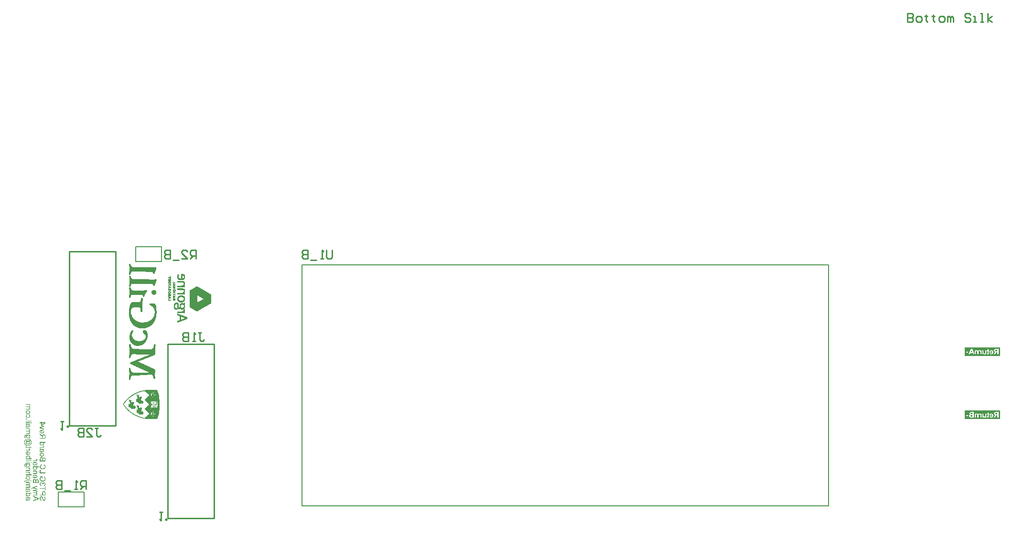
<source format=gbo>
G04 Layer_Color=32896*
%FSLAX25Y25*%
%MOIN*%
G70*
G01*
G75*
%ADD17C,0.00600*%
%ADD19C,0.01000*%
%ADD35C,0.01969*%
%ADD36C,0.00800*%
%ADD37C,0.00100*%
%ADD38C,0.00050*%
G36*
X48250Y31210D02*
X47798D01*
Y32338D01*
X47084D01*
X47056Y32304D01*
X47031Y32271D01*
X46981Y32194D01*
X46934Y32113D01*
X46896Y32036D01*
X46876Y32000D01*
X46859Y31966D01*
X46846Y31936D01*
X46835Y31911D01*
X46826Y31889D01*
X46818Y31872D01*
X46815Y31861D01*
X46812Y31858D01*
X46790Y31800D01*
X46771Y31742D01*
X46740Y31626D01*
X46718Y31518D01*
X46710Y31468D01*
X46704Y31421D01*
X46699Y31376D01*
X46693Y31338D01*
X46690Y31302D01*
Y31271D01*
X46688Y31249D01*
Y31230D01*
Y31218D01*
Y31216D01*
X46690Y31146D01*
X46696Y31077D01*
X46704Y31011D01*
X46713Y30944D01*
X46727Y30883D01*
X46740Y30825D01*
X46754Y30770D01*
X46771Y30717D01*
X46788Y30670D01*
X46801Y30628D01*
X46815Y30590D01*
X46829Y30559D01*
X46837Y30534D01*
X46846Y30518D01*
X46851Y30504D01*
X46854Y30501D01*
X46887Y30440D01*
X46923Y30382D01*
X46962Y30329D01*
X47003Y30279D01*
X47045Y30232D01*
X47089Y30191D01*
X47131Y30152D01*
X47172Y30116D01*
X47211Y30086D01*
X47247Y30061D01*
X47278Y30038D01*
X47308Y30019D01*
X47330Y30005D01*
X47350Y29994D01*
X47361Y29989D01*
X47364Y29986D01*
X47430Y29955D01*
X47499Y29928D01*
X47571Y29906D01*
X47643Y29886D01*
X47715Y29870D01*
X47787Y29853D01*
X47857Y29842D01*
X47923Y29834D01*
X47984Y29825D01*
X48042Y29820D01*
X48092Y29817D01*
X48136Y29814D01*
X48173Y29811D01*
X48222D01*
X48300Y29814D01*
X48375Y29817D01*
X48450Y29825D01*
X48519Y29834D01*
X48588Y29845D01*
X48652Y29856D01*
X48710Y29870D01*
X48765Y29883D01*
X48815Y29897D01*
X48862Y29911D01*
X48901Y29922D01*
X48934Y29933D01*
X48959Y29942D01*
X48978Y29950D01*
X48992Y29953D01*
X48995Y29955D01*
X49070Y29991D01*
X49142Y30030D01*
X49206Y30072D01*
X49261Y30111D01*
X49286Y30130D01*
X49308Y30147D01*
X49325Y30160D01*
X49341Y30174D01*
X49355Y30185D01*
X49364Y30194D01*
X49369Y30196D01*
X49372Y30199D01*
X49433Y30260D01*
X49488Y30329D01*
X49538Y30396D01*
X49577Y30462D01*
X49593Y30490D01*
X49610Y30518D01*
X49621Y30543D01*
X49632Y30565D01*
X49641Y30582D01*
X49646Y30595D01*
X49652Y30604D01*
Y30606D01*
X49688Y30706D01*
X49715Y30809D01*
X49735Y30908D01*
X49740Y30958D01*
X49746Y31005D01*
X49751Y31047D01*
X49754Y31086D01*
X49757Y31122D01*
Y31152D01*
X49760Y31177D01*
Y31194D01*
Y31207D01*
Y31210D01*
X49754Y31315D01*
X49743Y31415D01*
X49735Y31460D01*
X49726Y31504D01*
X49718Y31545D01*
X49710Y31581D01*
X49699Y31615D01*
X49690Y31645D01*
X49682Y31673D01*
X49674Y31695D01*
X49665Y31712D01*
X49663Y31725D01*
X49657Y31734D01*
Y31736D01*
X49618Y31820D01*
X49574Y31894D01*
X49530Y31958D01*
X49508Y31983D01*
X49485Y32008D01*
X49466Y32030D01*
X49447Y32050D01*
X49430Y32066D01*
X49416Y32080D01*
X49405Y32088D01*
X49397Y32097D01*
X49391Y32099D01*
X49389Y32102D01*
X49355Y32127D01*
X49322Y32149D01*
X49247Y32191D01*
X49170Y32227D01*
X49098Y32260D01*
X49062Y32271D01*
X49031Y32285D01*
X49001Y32293D01*
X48978Y32302D01*
X48956Y32310D01*
X48943Y32315D01*
X48932Y32318D01*
X48929D01*
X49053Y32775D01*
X49125Y32756D01*
X49192Y32734D01*
X49255Y32712D01*
X49316Y32687D01*
X49372Y32664D01*
X49422Y32640D01*
X49472Y32615D01*
X49513Y32592D01*
X49552Y32570D01*
X49585Y32551D01*
X49616Y32531D01*
X49638Y32515D01*
X49657Y32504D01*
X49671Y32493D01*
X49679Y32487D01*
X49682Y32484D01*
X49726Y32448D01*
X49768Y32407D01*
X49843Y32321D01*
X49907Y32232D01*
X49934Y32191D01*
X49962Y32149D01*
X49984Y32108D01*
X50003Y32072D01*
X50020Y32039D01*
X50034Y32011D01*
X50045Y31989D01*
X50053Y31969D01*
X50056Y31958D01*
X50059Y31955D01*
X50084Y31892D01*
X50103Y31828D01*
X50123Y31762D01*
X50136Y31698D01*
X50161Y31570D01*
X50170Y31512D01*
X50178Y31454D01*
X50183Y31401D01*
X50186Y31354D01*
X50192Y31313D01*
Y31274D01*
X50195Y31246D01*
Y31224D01*
Y31210D01*
Y31205D01*
X50192Y31099D01*
X50183Y30997D01*
X50172Y30900D01*
X50159Y30806D01*
X50139Y30717D01*
X50120Y30634D01*
X50098Y30556D01*
X50078Y30485D01*
X50056Y30421D01*
X50034Y30363D01*
X50015Y30313D01*
X49995Y30271D01*
X49981Y30238D01*
X49970Y30213D01*
X49962Y30199D01*
X49959Y30194D01*
X49912Y30113D01*
X49859Y30038D01*
X49804Y29969D01*
X49746Y29903D01*
X49688Y29842D01*
X49627Y29787D01*
X49569Y29737D01*
X49510Y29692D01*
X49455Y29653D01*
X49402Y29618D01*
X49355Y29587D01*
X49316Y29565D01*
X49283Y29546D01*
X49258Y29532D01*
X49242Y29523D01*
X49239Y29520D01*
X49236D01*
X49145Y29479D01*
X49053Y29443D01*
X48959Y29412D01*
X48868Y29385D01*
X48779Y29363D01*
X48693Y29346D01*
X48610Y29329D01*
X48533Y29318D01*
X48461Y29307D01*
X48394Y29299D01*
X48336Y29296D01*
X48286Y29291D01*
X48247D01*
X48231Y29288D01*
X48192D01*
X48087Y29291D01*
X47987Y29299D01*
X47890Y29310D01*
X47796Y29324D01*
X47704Y29343D01*
X47621Y29363D01*
X47544Y29382D01*
X47469Y29404D01*
X47405Y29426D01*
X47344Y29446D01*
X47294Y29468D01*
X47250Y29485D01*
X47217Y29498D01*
X47192Y29509D01*
X47175Y29518D01*
X47170Y29520D01*
X47087Y29568D01*
X47009Y29618D01*
X46937Y29673D01*
X46868Y29728D01*
X46804Y29787D01*
X46749Y29845D01*
X46696Y29903D01*
X46649Y29958D01*
X46607Y30011D01*
X46571Y30061D01*
X46541Y30105D01*
X46516Y30144D01*
X46497Y30174D01*
X46483Y30199D01*
X46474Y30213D01*
X46472Y30219D01*
X46430Y30307D01*
X46391Y30396D01*
X46361Y30485D01*
X46333Y30573D01*
X46308Y30662D01*
X46289Y30748D01*
X46275Y30828D01*
X46261Y30906D01*
X46250Y30978D01*
X46244Y31044D01*
X46239Y31102D01*
X46233Y31152D01*
Y31191D01*
X46231Y31207D01*
Y31221D01*
Y31232D01*
Y31241D01*
Y31244D01*
Y31246D01*
X46233Y31324D01*
X46236Y31401D01*
X46253Y31551D01*
X46267Y31620D01*
X46278Y31687D01*
X46292Y31750D01*
X46306Y31811D01*
X46319Y31864D01*
X46333Y31914D01*
X46347Y31955D01*
X46358Y31991D01*
X46366Y32022D01*
X46375Y32044D01*
X46378Y32055D01*
X46380Y32061D01*
X46411Y32135D01*
X46441Y32207D01*
X46513Y32349D01*
X46549Y32418D01*
X46588Y32482D01*
X46624Y32540D01*
X46660Y32598D01*
X46693Y32648D01*
X46724Y32695D01*
X46754Y32734D01*
X46776Y32770D01*
X46799Y32797D01*
X46812Y32817D01*
X46823Y32828D01*
X46826Y32833D01*
X48250D01*
Y31210D01*
D02*
G37*
G36*
X47494Y28756D02*
X47558Y28751D01*
X47618Y28742D01*
X47677Y28728D01*
X47732Y28714D01*
X47782Y28701D01*
X47829Y28681D01*
X47873Y28665D01*
X47912Y28648D01*
X47945Y28631D01*
X47973Y28615D01*
X47998Y28601D01*
X48017Y28587D01*
X48031Y28579D01*
X48039Y28573D01*
X48042Y28570D01*
X48087Y28534D01*
X48128Y28493D01*
X48164Y28451D01*
X48197Y28410D01*
X48228Y28365D01*
X48253Y28321D01*
X48278Y28277D01*
X48297Y28235D01*
X48316Y28196D01*
X48330Y28161D01*
X48344Y28127D01*
X48353Y28097D01*
X48361Y28075D01*
X48366Y28055D01*
X48369Y28044D01*
Y28041D01*
X48391Y28089D01*
X48416Y28133D01*
X48444Y28174D01*
X48469Y28213D01*
X48497Y28249D01*
X48524Y28280D01*
X48549Y28310D01*
X48574Y28335D01*
X48599Y28360D01*
X48621Y28379D01*
X48641Y28396D01*
X48657Y28410D01*
X48671Y28421D01*
X48682Y28429D01*
X48688Y28432D01*
X48691Y28435D01*
X48729Y28460D01*
X48768Y28479D01*
X48810Y28498D01*
X48848Y28512D01*
X48923Y28537D01*
X48995Y28554D01*
X49026Y28559D01*
X49056Y28562D01*
X49081Y28568D01*
X49103D01*
X49120Y28570D01*
X49145D01*
X49195Y28568D01*
X49242Y28565D01*
X49333Y28548D01*
X49416Y28526D01*
X49452Y28512D01*
X49488Y28501D01*
X49521Y28487D01*
X49549Y28473D01*
X49577Y28462D01*
X49596Y28451D01*
X49616Y28443D01*
X49627Y28435D01*
X49635Y28432D01*
X49638Y28429D01*
X49679Y28401D01*
X49721Y28371D01*
X49793Y28307D01*
X49857Y28241D01*
X49909Y28174D01*
X49931Y28144D01*
X49951Y28116D01*
X49967Y28091D01*
X49981Y28069D01*
X49992Y28050D01*
X50001Y28036D01*
X50003Y28027D01*
X50006Y28025D01*
X50031Y27975D01*
X50050Y27925D01*
X50070Y27875D01*
X50084Y27823D01*
X50109Y27726D01*
X50117Y27681D01*
X50125Y27637D01*
X50131Y27598D01*
X50134Y27562D01*
X50139Y27529D01*
Y27501D01*
X50142Y27479D01*
Y27462D01*
Y27451D01*
Y27449D01*
X50139Y27365D01*
X50131Y27285D01*
X50117Y27208D01*
X50100Y27136D01*
X50081Y27069D01*
X50059Y27008D01*
X50037Y26950D01*
X50012Y26897D01*
X49987Y26850D01*
X49965Y26809D01*
X49942Y26773D01*
X49923Y26742D01*
X49907Y26717D01*
X49893Y26701D01*
X49884Y26690D01*
X49882Y26687D01*
X49832Y26631D01*
X49776Y26582D01*
X49718Y26537D01*
X49657Y26498D01*
X49596Y26463D01*
X49535Y26429D01*
X49474Y26401D01*
X49416Y26377D01*
X49361Y26357D01*
X49311Y26341D01*
X49267Y26327D01*
X49225Y26316D01*
X49192Y26307D01*
X49170Y26302D01*
X49153Y26296D01*
X49147D01*
X49064Y26767D01*
X49128Y26778D01*
X49186Y26792D01*
X49239Y26806D01*
X49289Y26825D01*
X49336Y26842D01*
X49377Y26864D01*
X49416Y26884D01*
X49452Y26903D01*
X49480Y26922D01*
X49508Y26939D01*
X49530Y26956D01*
X49546Y26969D01*
X49560Y26983D01*
X49571Y26992D01*
X49577Y26997D01*
X49580Y27000D01*
X49610Y27036D01*
X49638Y27072D01*
X49660Y27111D01*
X49679Y27149D01*
X49699Y27188D01*
X49713Y27224D01*
X49732Y27296D01*
X49740Y27329D01*
X49746Y27360D01*
X49749Y27388D01*
X49751Y27413D01*
X49754Y27429D01*
Y27446D01*
Y27454D01*
Y27457D01*
X49751Y27507D01*
X49746Y27557D01*
X49738Y27601D01*
X49726Y27645D01*
X49715Y27684D01*
X49699Y27723D01*
X49685Y27756D01*
X49668Y27786D01*
X49652Y27814D01*
X49638Y27839D01*
X49621Y27858D01*
X49610Y27878D01*
X49599Y27892D01*
X49591Y27900D01*
X49585Y27906D01*
X49582Y27908D01*
X49549Y27939D01*
X49516Y27967D01*
X49480Y27992D01*
X49444Y28011D01*
X49408Y28027D01*
X49372Y28041D01*
X49305Y28063D01*
X49275Y28072D01*
X49247Y28077D01*
X49220Y28080D01*
X49200Y28083D01*
X49181Y28086D01*
X49156D01*
X49098Y28083D01*
X49042Y28075D01*
X48990Y28063D01*
X48943Y28047D01*
X48898Y28030D01*
X48859Y28011D01*
X48823Y27989D01*
X48790Y27967D01*
X48763Y27942D01*
X48737Y27922D01*
X48718Y27900D01*
X48702Y27883D01*
X48688Y27867D01*
X48679Y27856D01*
X48674Y27847D01*
X48671Y27845D01*
X48643Y27800D01*
X48621Y27753D01*
X48599Y27706D01*
X48582Y27659D01*
X48555Y27568D01*
X48544Y27526D01*
X48535Y27485D01*
X48530Y27446D01*
X48524Y27413D01*
X48522Y27382D01*
X48519Y27354D01*
X48516Y27335D01*
Y27318D01*
Y27307D01*
Y27305D01*
Y27282D01*
X48519Y27257D01*
Y27246D01*
X48522Y27238D01*
Y27233D01*
Y27230D01*
X48109Y27177D01*
X48125Y27249D01*
X48136Y27313D01*
X48147Y27368D01*
X48153Y27418D01*
X48156Y27457D01*
X48159Y27485D01*
Y27496D01*
Y27504D01*
Y27507D01*
Y27509D01*
X48156Y27571D01*
X48150Y27626D01*
X48139Y27681D01*
X48125Y27731D01*
X48109Y27778D01*
X48092Y27823D01*
X48073Y27864D01*
X48053Y27900D01*
X48034Y27933D01*
X48015Y27964D01*
X47998Y27989D01*
X47981Y28008D01*
X47967Y28025D01*
X47956Y28039D01*
X47951Y28044D01*
X47948Y28047D01*
X47907Y28086D01*
X47865Y28116D01*
X47821Y28147D01*
X47776Y28172D01*
X47732Y28191D01*
X47688Y28208D01*
X47643Y28221D01*
X47602Y28232D01*
X47563Y28244D01*
X47527Y28249D01*
X47494Y28255D01*
X47469Y28257D01*
X47444Y28260D01*
X47414D01*
X47353Y28257D01*
X47292Y28249D01*
X47236Y28238D01*
X47184Y28224D01*
X47131Y28208D01*
X47087Y28188D01*
X47042Y28166D01*
X47003Y28147D01*
X46968Y28124D01*
X46937Y28102D01*
X46909Y28083D01*
X46887Y28066D01*
X46868Y28052D01*
X46857Y28041D01*
X46848Y28033D01*
X46846Y28030D01*
X46804Y27986D01*
X46771Y27942D01*
X46740Y27894D01*
X46713Y27847D01*
X46690Y27800D01*
X46671Y27753D01*
X46657Y27706D01*
X46643Y27665D01*
X46635Y27623D01*
X46627Y27587D01*
X46624Y27554D01*
X46619Y27523D01*
Y27501D01*
X46616Y27482D01*
Y27471D01*
Y27468D01*
X46619Y27415D01*
X46624Y27368D01*
X46632Y27321D01*
X46643Y27277D01*
X46657Y27235D01*
X46671Y27196D01*
X46688Y27161D01*
X46704Y27127D01*
X46718Y27097D01*
X46735Y27072D01*
X46749Y27047D01*
X46762Y27030D01*
X46774Y27014D01*
X46782Y27003D01*
X46788Y26997D01*
X46790Y26994D01*
X46826Y26958D01*
X46865Y26928D01*
X46909Y26897D01*
X46956Y26870D01*
X47051Y26823D01*
X47148Y26784D01*
X47192Y26770D01*
X47233Y26756D01*
X47269Y26745D01*
X47303Y26737D01*
X47330Y26728D01*
X47353Y26723D01*
X47364Y26720D01*
X47369D01*
X47306Y26249D01*
X47217Y26260D01*
X47134Y26277D01*
X47056Y26302D01*
X46981Y26327D01*
X46912Y26357D01*
X46848Y26388D01*
X46788Y26421D01*
X46735Y26454D01*
X46688Y26487D01*
X46646Y26518D01*
X46610Y26548D01*
X46580Y26573D01*
X46555Y26595D01*
X46538Y26612D01*
X46527Y26623D01*
X46524Y26626D01*
X46472Y26690D01*
X46425Y26759D01*
X46386Y26828D01*
X46353Y26897D01*
X46322Y26969D01*
X46297Y27039D01*
X46278Y27108D01*
X46264Y27172D01*
X46250Y27233D01*
X46242Y27288D01*
X46233Y27338D01*
X46231Y27382D01*
X46228Y27415D01*
X46225Y27443D01*
Y27460D01*
Y27465D01*
X46228Y27568D01*
X46239Y27665D01*
X46258Y27759D01*
X46281Y27845D01*
X46306Y27928D01*
X46336Y28003D01*
X46366Y28075D01*
X46400Y28138D01*
X46433Y28194D01*
X46463Y28246D01*
X46494Y28288D01*
X46519Y28324D01*
X46541Y28354D01*
X46560Y28374D01*
X46571Y28385D01*
X46574Y28390D01*
X46641Y28454D01*
X46710Y28512D01*
X46782Y28562D01*
X46854Y28604D01*
X46926Y28640D01*
X46998Y28670D01*
X47065Y28692D01*
X47131Y28712D01*
X47192Y28728D01*
X47247Y28739D01*
X47297Y28748D01*
X47341Y28753D01*
X47375Y28756D01*
X47402Y28759D01*
X47425D01*
X47494Y28756D01*
D02*
G37*
G36*
X47638Y40783D02*
X47549Y40761D01*
X47469Y40736D01*
X47391Y40709D01*
X47322Y40675D01*
X47256Y40645D01*
X47195Y40609D01*
X47142Y40576D01*
X47092Y40542D01*
X47051Y40512D01*
X47012Y40481D01*
X46981Y40454D01*
X46956Y40429D01*
X46934Y40409D01*
X46920Y40396D01*
X46912Y40385D01*
X46909Y40382D01*
X46868Y40323D01*
X46829Y40265D01*
X46796Y40204D01*
X46768Y40143D01*
X46746Y40082D01*
X46727Y40022D01*
X46710Y39963D01*
X46696Y39908D01*
X46685Y39858D01*
X46679Y39808D01*
X46674Y39767D01*
X46668Y39731D01*
Y39700D01*
X46666Y39678D01*
Y39664D01*
Y39659D01*
X46668Y39595D01*
X46674Y39531D01*
X46682Y39470D01*
X46693Y39409D01*
X46707Y39354D01*
X46724Y39299D01*
X46738Y39249D01*
X46757Y39202D01*
X46774Y39160D01*
X46788Y39121D01*
X46804Y39088D01*
X46818Y39060D01*
X46829Y39038D01*
X46837Y39022D01*
X46843Y39011D01*
X46846Y39008D01*
X46882Y38952D01*
X46920Y38903D01*
X46962Y38855D01*
X47006Y38811D01*
X47051Y38772D01*
X47098Y38736D01*
X47142Y38703D01*
X47184Y38673D01*
X47225Y38648D01*
X47264Y38625D01*
X47300Y38606D01*
X47330Y38592D01*
X47355Y38578D01*
X47372Y38570D01*
X47386Y38567D01*
X47389Y38565D01*
X47458Y38540D01*
X47530Y38517D01*
X47602Y38498D01*
X47677Y38484D01*
X47818Y38457D01*
X47887Y38448D01*
X47954Y38440D01*
X48012Y38434D01*
X48067Y38432D01*
X48117Y38429D01*
X48159Y38426D01*
X48195Y38423D01*
X48242D01*
X48314Y38426D01*
X48383Y38429D01*
X48516Y38443D01*
X48580Y38451D01*
X48641Y38462D01*
X48699Y38473D01*
X48751Y38484D01*
X48801Y38495D01*
X48846Y38504D01*
X48884Y38515D01*
X48918Y38523D01*
X48943Y38531D01*
X48962Y38537D01*
X48976Y38542D01*
X48978D01*
X49045Y38567D01*
X49106Y38595D01*
X49164Y38625D01*
X49217Y38659D01*
X49269Y38692D01*
X49316Y38725D01*
X49358Y38761D01*
X49397Y38794D01*
X49430Y38828D01*
X49461Y38858D01*
X49485Y38886D01*
X49508Y38911D01*
X49524Y38930D01*
X49538Y38944D01*
X49544Y38955D01*
X49546Y38958D01*
X49585Y39016D01*
X49616Y39077D01*
X49646Y39138D01*
X49671Y39199D01*
X49690Y39263D01*
X49707Y39324D01*
X49721Y39382D01*
X49732Y39440D01*
X49743Y39492D01*
X49749Y39542D01*
X49754Y39587D01*
X49757Y39625D01*
X49760Y39656D01*
Y39678D01*
Y39692D01*
Y39698D01*
X49757Y39770D01*
X49751Y39836D01*
X49743Y39900D01*
X49729Y39961D01*
X49715Y40016D01*
X49699Y40069D01*
X49682Y40116D01*
X49665Y40160D01*
X49646Y40199D01*
X49630Y40235D01*
X49613Y40265D01*
X49599Y40290D01*
X49585Y40310D01*
X49577Y40323D01*
X49571Y40332D01*
X49569Y40335D01*
X49530Y40382D01*
X49488Y40426D01*
X49441Y40465D01*
X49394Y40504D01*
X49341Y40540D01*
X49292Y40570D01*
X49242Y40600D01*
X49192Y40626D01*
X49145Y40648D01*
X49100Y40670D01*
X49062Y40686D01*
X49028Y40700D01*
X48998Y40711D01*
X48978Y40720D01*
X48965Y40722D01*
X48959Y40725D01*
X49075Y41224D01*
X49172Y41193D01*
X49264Y41155D01*
X49350Y41116D01*
X49430Y41071D01*
X49502Y41027D01*
X49571Y40983D01*
X49632Y40936D01*
X49688Y40891D01*
X49738Y40847D01*
X49779Y40808D01*
X49818Y40772D01*
X49845Y40739D01*
X49870Y40714D01*
X49887Y40692D01*
X49898Y40681D01*
X49901Y40675D01*
X49954Y40600D01*
X49998Y40523D01*
X50037Y40440D01*
X50070Y40360D01*
X50100Y40279D01*
X50123Y40199D01*
X50142Y40121D01*
X50159Y40047D01*
X50170Y39974D01*
X50178Y39911D01*
X50186Y39855D01*
X50189Y39805D01*
X50192Y39764D01*
X50195Y39747D01*
Y39733D01*
Y39722D01*
Y39714D01*
Y39711D01*
Y39709D01*
X50192Y39614D01*
X50183Y39523D01*
X50172Y39434D01*
X50159Y39349D01*
X50142Y39268D01*
X50120Y39191D01*
X50100Y39119D01*
X50078Y39052D01*
X50056Y38994D01*
X50037Y38939D01*
X50017Y38891D01*
X49998Y38853D01*
X49984Y38819D01*
X49973Y38797D01*
X49965Y38783D01*
X49962Y38778D01*
X49915Y38700D01*
X49865Y38628D01*
X49812Y38562D01*
X49757Y38498D01*
X49701Y38440D01*
X49646Y38387D01*
X49588Y38337D01*
X49535Y38296D01*
X49485Y38257D01*
X49436Y38221D01*
X49394Y38193D01*
X49358Y38168D01*
X49325Y38152D01*
X49303Y38138D01*
X49289Y38130D01*
X49283Y38127D01*
X49197Y38088D01*
X49112Y38052D01*
X49023Y38022D01*
X48934Y37997D01*
X48846Y37975D01*
X48757Y37955D01*
X48674Y37941D01*
X48596Y37927D01*
X48522Y37919D01*
X48452Y37911D01*
X48391Y37908D01*
X48339Y37903D01*
X48297D01*
X48281Y37900D01*
X48239D01*
X48136Y37903D01*
X48037Y37908D01*
X47940Y37919D01*
X47848Y37930D01*
X47757Y37947D01*
X47674Y37964D01*
X47594Y37983D01*
X47519Y38002D01*
X47452Y38019D01*
X47391Y38038D01*
X47339Y38055D01*
X47294Y38072D01*
X47258Y38083D01*
X47233Y38094D01*
X47217Y38099D01*
X47214Y38102D01*
X47211D01*
X47125Y38141D01*
X47042Y38185D01*
X46968Y38232D01*
X46896Y38279D01*
X46832Y38329D01*
X46771Y38379D01*
X46718Y38426D01*
X46668Y38473D01*
X46624Y38517D01*
X46588Y38559D01*
X46555Y38595D01*
X46530Y38628D01*
X46510Y38656D01*
X46494Y38675D01*
X46485Y38686D01*
X46483Y38692D01*
X46439Y38767D01*
X46400Y38847D01*
X46366Y38930D01*
X46336Y39013D01*
X46314Y39096D01*
X46292Y39182D01*
X46275Y39263D01*
X46261Y39343D01*
X46253Y39415D01*
X46244Y39484D01*
X46239Y39545D01*
X46233Y39598D01*
Y39639D01*
X46231Y39659D01*
Y39673D01*
Y39684D01*
Y39692D01*
Y39698D01*
Y39700D01*
X46233Y39811D01*
X46244Y39916D01*
X46261Y40016D01*
X46281Y40113D01*
X46306Y40202D01*
X46333Y40285D01*
X46364Y40362D01*
X46394Y40432D01*
X46425Y40495D01*
X46455Y40551D01*
X46483Y40600D01*
X46508Y40639D01*
X46527Y40673D01*
X46544Y40695D01*
X46555Y40709D01*
X46558Y40714D01*
X46624Y40789D01*
X46693Y40858D01*
X46768Y40922D01*
X46846Y40980D01*
X46926Y41033D01*
X47003Y41080D01*
X47081Y41121D01*
X47159Y41157D01*
X47231Y41191D01*
X47297Y41218D01*
X47355Y41240D01*
X47408Y41260D01*
X47449Y41274D01*
X47469Y41279D01*
X47483Y41282D01*
X47494Y41285D01*
X47502Y41287D01*
X47508Y41290D01*
X47510D01*
X47638Y40783D01*
D02*
G37*
G36*
X46746Y35556D02*
X50128D01*
Y35050D01*
X46294D01*
Y37443D01*
X46746D01*
Y35556D01*
D02*
G37*
G36*
X49123Y22515D02*
X49220Y22501D01*
X49267Y22493D01*
X49308Y22485D01*
X49350Y22474D01*
X49386Y22463D01*
X49419Y22452D01*
X49449Y22440D01*
X49477Y22432D01*
X49499Y22424D01*
X49516Y22415D01*
X49530Y22410D01*
X49538Y22407D01*
X49541Y22404D01*
X49624Y22357D01*
X49699Y22308D01*
X49762Y22255D01*
X49790Y22230D01*
X49815Y22208D01*
X49837Y22186D01*
X49857Y22163D01*
X49873Y22144D01*
X49884Y22127D01*
X49895Y22116D01*
X49904Y22105D01*
X49907Y22100D01*
X49909Y22097D01*
X49956Y22022D01*
X49992Y21942D01*
X50026Y21864D01*
X50050Y21790D01*
X50059Y21754D01*
X50067Y21723D01*
X50076Y21695D01*
X50081Y21670D01*
X50084Y21651D01*
X50086Y21637D01*
X50089Y21626D01*
Y21623D01*
X50095Y21585D01*
X50103Y21540D01*
X50112Y21446D01*
X50120Y21349D01*
X50123Y21255D01*
X50125Y21211D01*
Y21172D01*
X50128Y21133D01*
Y21102D01*
Y21075D01*
Y21055D01*
Y21044D01*
Y21039D01*
Y19596D01*
X46294D01*
Y20102D01*
X47854D01*
Y21083D01*
Y21158D01*
X47857Y21230D01*
X47862Y21299D01*
X47868Y21366D01*
X47876Y21429D01*
X47884Y21490D01*
X47907Y21604D01*
X47932Y21704D01*
X47962Y21798D01*
X47992Y21878D01*
X48023Y21950D01*
X48053Y22014D01*
X48084Y22066D01*
X48114Y22111D01*
X48139Y22147D01*
X48161Y22174D01*
X48178Y22194D01*
X48189Y22205D01*
X48192Y22208D01*
X48256Y22263D01*
X48325Y22310D01*
X48394Y22352D01*
X48463Y22388D01*
X48533Y22418D01*
X48602Y22443D01*
X48668Y22465D01*
X48732Y22482D01*
X48790Y22496D01*
X48846Y22504D01*
X48893Y22512D01*
X48937Y22515D01*
X48970Y22518D01*
X48995Y22521D01*
X49017D01*
X49123Y22515D01*
D02*
G37*
G36*
X47436Y18900D02*
X47488Y18898D01*
X47541Y18889D01*
X47591Y18878D01*
X47641Y18867D01*
X47685Y18853D01*
X47727Y18837D01*
X47765Y18823D01*
X47798Y18809D01*
X47829Y18792D01*
X47857Y18778D01*
X47879Y18767D01*
X47896Y18756D01*
X47909Y18751D01*
X47918Y18745D01*
X47920Y18743D01*
X47965Y18709D01*
X48006Y18676D01*
X48084Y18598D01*
X48150Y18515D01*
X48181Y18474D01*
X48206Y18435D01*
X48231Y18396D01*
X48253Y18360D01*
X48269Y18330D01*
X48286Y18302D01*
X48297Y18280D01*
X48305Y18260D01*
X48311Y18249D01*
X48314Y18247D01*
X48333Y18200D01*
X48353Y18144D01*
X48375Y18083D01*
X48394Y18017D01*
X48416Y17947D01*
X48436Y17878D01*
X48472Y17737D01*
X48491Y17671D01*
X48505Y17607D01*
X48519Y17549D01*
X48533Y17499D01*
X48541Y17457D01*
X48546Y17441D01*
X48549Y17427D01*
X48552Y17416D01*
Y17407D01*
X48555Y17402D01*
Y17399D01*
X48582Y17288D01*
X48607Y17188D01*
X48632Y17100D01*
X48657Y17019D01*
X48682Y16950D01*
X48704Y16887D01*
X48726Y16834D01*
X48746Y16787D01*
X48765Y16748D01*
X48782Y16718D01*
X48796Y16690D01*
X48810Y16670D01*
X48818Y16654D01*
X48826Y16646D01*
X48829Y16640D01*
X48832Y16637D01*
X48857Y16612D01*
X48884Y16590D01*
X48912Y16568D01*
X48943Y16551D01*
X48998Y16526D01*
X49053Y16510D01*
X49100Y16499D01*
X49120Y16496D01*
X49139Y16493D01*
X49153Y16490D01*
X49172D01*
X49217Y16493D01*
X49258Y16499D01*
X49300Y16510D01*
X49336Y16524D01*
X49405Y16557D01*
X49438Y16576D01*
X49466Y16596D01*
X49491Y16615D01*
X49513Y16632D01*
X49532Y16651D01*
X49549Y16665D01*
X49563Y16679D01*
X49571Y16690D01*
X49577Y16695D01*
X49580Y16698D01*
X49610Y16740D01*
X49635Y16787D01*
X49657Y16839D01*
X49677Y16892D01*
X49693Y16948D01*
X49707Y17003D01*
X49726Y17114D01*
X49735Y17164D01*
X49740Y17213D01*
X49743Y17255D01*
X49746Y17294D01*
X49749Y17324D01*
Y17349D01*
Y17363D01*
Y17368D01*
X49746Y17449D01*
X49740Y17524D01*
X49732Y17593D01*
X49721Y17659D01*
X49704Y17718D01*
X49690Y17773D01*
X49674Y17823D01*
X49657Y17867D01*
X49638Y17906D01*
X49621Y17939D01*
X49607Y17967D01*
X49593Y17992D01*
X49580Y18011D01*
X49571Y18022D01*
X49566Y18031D01*
X49563Y18033D01*
X49527Y18072D01*
X49485Y18108D01*
X49444Y18141D01*
X49400Y18169D01*
X49352Y18194D01*
X49308Y18216D01*
X49264Y18236D01*
X49220Y18249D01*
X49178Y18263D01*
X49139Y18274D01*
X49103Y18283D01*
X49075Y18288D01*
X49051Y18294D01*
X49031Y18296D01*
X49020Y18299D01*
X49015D01*
X49051Y18787D01*
X49112Y18781D01*
X49172Y18776D01*
X49231Y18765D01*
X49286Y18751D01*
X49339Y18737D01*
X49389Y18720D01*
X49436Y18704D01*
X49477Y18687D01*
X49516Y18668D01*
X49549Y18654D01*
X49580Y18637D01*
X49605Y18623D01*
X49624Y18612D01*
X49641Y18604D01*
X49649Y18598D01*
X49652Y18596D01*
X49701Y18562D01*
X49746Y18524D01*
X49790Y18485D01*
X49829Y18443D01*
X49865Y18402D01*
X49898Y18360D01*
X49929Y18321D01*
X49954Y18280D01*
X49979Y18244D01*
X49998Y18208D01*
X50017Y18177D01*
X50031Y18150D01*
X50042Y18127D01*
X50050Y18111D01*
X50053Y18100D01*
X50056Y18097D01*
X50081Y18036D01*
X50103Y17972D01*
X50120Y17909D01*
X50136Y17842D01*
X50161Y17718D01*
X50170Y17657D01*
X50178Y17601D01*
X50183Y17546D01*
X50186Y17499D01*
X50192Y17454D01*
Y17418D01*
X50195Y17388D01*
Y17366D01*
Y17352D01*
Y17346D01*
X50192Y17274D01*
X50189Y17205D01*
X50183Y17139D01*
X50175Y17072D01*
X50164Y17011D01*
X50153Y16953D01*
X50142Y16900D01*
X50128Y16851D01*
X50117Y16804D01*
X50103Y16762D01*
X50092Y16729D01*
X50084Y16698D01*
X50073Y16673D01*
X50067Y16657D01*
X50064Y16646D01*
X50062Y16643D01*
X50037Y16585D01*
X50009Y16532D01*
X49979Y16482D01*
X49948Y16435D01*
X49915Y16391D01*
X49884Y16352D01*
X49851Y16316D01*
X49821Y16285D01*
X49793Y16258D01*
X49765Y16233D01*
X49743Y16211D01*
X49721Y16194D01*
X49704Y16180D01*
X49690Y16172D01*
X49682Y16166D01*
X49679Y16164D01*
X49632Y16136D01*
X49582Y16111D01*
X49535Y16089D01*
X49488Y16069D01*
X49441Y16053D01*
X49397Y16039D01*
X49355Y16031D01*
X49314Y16020D01*
X49275Y16014D01*
X49242Y16008D01*
X49211Y16006D01*
X49186Y16003D01*
X49164Y16000D01*
X49136D01*
X49087Y16003D01*
X49040Y16006D01*
X48951Y16022D01*
X48871Y16042D01*
X48834Y16056D01*
X48798Y16067D01*
X48768Y16081D01*
X48740Y16092D01*
X48718Y16103D01*
X48699Y16114D01*
X48682Y16122D01*
X48671Y16128D01*
X48663Y16130D01*
X48660Y16133D01*
X48621Y16161D01*
X48582Y16188D01*
X48513Y16255D01*
X48452Y16321D01*
X48402Y16388D01*
X48380Y16421D01*
X48361Y16449D01*
X48341Y16477D01*
X48328Y16499D01*
X48316Y16518D01*
X48308Y16532D01*
X48305Y16540D01*
X48303Y16543D01*
X48281Y16587D01*
X48261Y16635D01*
X48239Y16690D01*
X48217Y16748D01*
X48175Y16870D01*
X48139Y16992D01*
X48123Y17047D01*
X48109Y17103D01*
X48095Y17153D01*
X48084Y17194D01*
X48076Y17230D01*
X48067Y17258D01*
X48064Y17266D01*
Y17274D01*
X48062Y17277D01*
Y17280D01*
X48039Y17374D01*
X48017Y17460D01*
X47998Y17540D01*
X47979Y17609D01*
X47962Y17673D01*
X47948Y17729D01*
X47934Y17776D01*
X47920Y17820D01*
X47909Y17856D01*
X47901Y17887D01*
X47893Y17909D01*
X47887Y17928D01*
X47882Y17945D01*
X47879Y17953D01*
X47876Y17959D01*
Y17961D01*
X47857Y18006D01*
X47840Y18044D01*
X47821Y18083D01*
X47801Y18116D01*
X47782Y18150D01*
X47763Y18177D01*
X47743Y18202D01*
X47727Y18225D01*
X47710Y18244D01*
X47693Y18260D01*
X47668Y18288D01*
X47652Y18302D01*
X47649Y18308D01*
X47646D01*
X47594Y18344D01*
X47541Y18371D01*
X47488Y18391D01*
X47441Y18402D01*
X47397Y18410D01*
X47380Y18413D01*
X47364D01*
X47350Y18416D01*
X47333D01*
X47269Y18410D01*
X47206Y18399D01*
X47150Y18380D01*
X47103Y18360D01*
X47062Y18341D01*
X47045Y18330D01*
X47031Y18321D01*
X47020Y18316D01*
X47012Y18310D01*
X47006Y18305D01*
X47003D01*
X46951Y18260D01*
X46904Y18208D01*
X46862Y18153D01*
X46829Y18100D01*
X46804Y18050D01*
X46793Y18031D01*
X46785Y18011D01*
X46776Y17997D01*
X46771Y17986D01*
X46768Y17978D01*
Y17975D01*
X46740Y17889D01*
X46718Y17803D01*
X46704Y17718D01*
X46693Y17637D01*
X46690Y17601D01*
X46688Y17568D01*
X46685Y17540D01*
Y17515D01*
X46682Y17493D01*
Y17479D01*
Y17468D01*
Y17466D01*
X46688Y17346D01*
X46699Y17236D01*
X46710Y17183D01*
X46718Y17136D01*
X46729Y17089D01*
X46740Y17047D01*
X46749Y17011D01*
X46760Y16975D01*
X46771Y16948D01*
X46779Y16923D01*
X46785Y16903D01*
X46790Y16887D01*
X46796Y16878D01*
Y16875D01*
X46818Y16828D01*
X46840Y16784D01*
X46865Y16743D01*
X46890Y16706D01*
X46915Y16670D01*
X46940Y16640D01*
X46965Y16610D01*
X46987Y16585D01*
X47009Y16563D01*
X47028Y16543D01*
X47045Y16526D01*
X47062Y16515D01*
X47076Y16504D01*
X47084Y16496D01*
X47089Y16493D01*
X47092Y16490D01*
X47167Y16449D01*
X47245Y16416D01*
X47325Y16388D01*
X47400Y16369D01*
X47436Y16360D01*
X47466Y16352D01*
X47497Y16346D01*
X47521Y16344D01*
X47541Y16338D01*
X47555D01*
X47566Y16335D01*
X47569D01*
X47527Y15856D01*
X47455Y15859D01*
X47386Y15867D01*
X47319Y15878D01*
X47256Y15892D01*
X47197Y15909D01*
X47139Y15925D01*
X47087Y15945D01*
X47037Y15964D01*
X46992Y15981D01*
X46954Y16000D01*
X46920Y16017D01*
X46890Y16033D01*
X46868Y16045D01*
X46851Y16056D01*
X46840Y16061D01*
X46837Y16064D01*
X46782Y16103D01*
X46729Y16144D01*
X46682Y16188D01*
X46638Y16236D01*
X46596Y16280D01*
X46558Y16327D01*
X46524Y16371D01*
X46494Y16416D01*
X46469Y16454D01*
X46444Y16493D01*
X46425Y16526D01*
X46408Y16557D01*
X46397Y16582D01*
X46389Y16599D01*
X46383Y16612D01*
X46380Y16615D01*
X46355Y16682D01*
X46330Y16754D01*
X46311Y16826D01*
X46294Y16900D01*
X46267Y17047D01*
X46258Y17117D01*
X46250Y17183D01*
X46244Y17247D01*
X46239Y17305D01*
X46236Y17357D01*
X46233Y17402D01*
X46231Y17438D01*
Y17466D01*
Y17474D01*
Y17482D01*
Y17485D01*
Y17488D01*
X46233Y17562D01*
X46236Y17637D01*
X46244Y17709D01*
X46253Y17776D01*
X46267Y17839D01*
X46278Y17900D01*
X46292Y17959D01*
X46306Y18011D01*
X46319Y18058D01*
X46333Y18100D01*
X46347Y18136D01*
X46358Y18166D01*
X46366Y18191D01*
X46375Y18211D01*
X46378Y18222D01*
X46380Y18225D01*
X46411Y18285D01*
X46441Y18341D01*
X46474Y18394D01*
X46508Y18440D01*
X46544Y18485D01*
X46580Y18526D01*
X46613Y18565D01*
X46646Y18598D01*
X46677Y18629D01*
X46704Y18654D01*
X46732Y18676D01*
X46754Y18693D01*
X46774Y18707D01*
X46788Y18718D01*
X46796Y18723D01*
X46799Y18726D01*
X46851Y18756D01*
X46901Y18784D01*
X46954Y18809D01*
X47003Y18828D01*
X47053Y18845D01*
X47100Y18859D01*
X47148Y18873D01*
X47189Y18881D01*
X47231Y18889D01*
X47267Y18895D01*
X47297Y18898D01*
X47325Y18900D01*
X47347Y18903D01*
X47377D01*
X47436Y18900D01*
D02*
G37*
G36*
X50128Y22878D02*
X49677D01*
Y24141D01*
X46294D01*
Y24648D01*
X49677D01*
Y25917D01*
X50128D01*
Y22878D01*
D02*
G37*
G36*
X40441Y42649D02*
X39901D01*
Y43120D01*
X40441D01*
Y42649D01*
D02*
G37*
G36*
X38477Y38946D02*
X38524Y38943D01*
X38565D01*
X38601Y38940D01*
X38635Y38938D01*
X38665Y38935D01*
X38690Y38932D01*
X38712Y38929D01*
X38732Y38927D01*
X38745D01*
X38757Y38924D01*
X38765Y38921D01*
X38770D01*
X38842Y38902D01*
X38909Y38879D01*
X38970Y38857D01*
X39020Y38832D01*
X39061Y38810D01*
X39078Y38799D01*
X39092Y38791D01*
X39103Y38785D01*
X39111Y38780D01*
X39114Y38774D01*
X39117D01*
X39169Y38730D01*
X39216Y38680D01*
X39258Y38627D01*
X39291Y38578D01*
X39319Y38530D01*
X39330Y38511D01*
X39338Y38495D01*
X39347Y38478D01*
X39352Y38467D01*
X39355Y38461D01*
Y38458D01*
X39385Y38378D01*
X39408Y38298D01*
X39424Y38220D01*
X39435Y38151D01*
X39438Y38118D01*
X39441Y38090D01*
X39443Y38062D01*
X39446Y38040D01*
Y38024D01*
Y38010D01*
Y38001D01*
Y37999D01*
X39441Y37893D01*
X39427Y37794D01*
X39405Y37702D01*
X39374Y37616D01*
X39341Y37536D01*
X39302Y37464D01*
X39261Y37398D01*
X39219Y37339D01*
X39175Y37287D01*
X39133Y37242D01*
X39094Y37204D01*
X39061Y37170D01*
X39031Y37148D01*
X39009Y37129D01*
X38995Y37118D01*
X38989Y37115D01*
X39385D01*
Y36691D01*
X36607D01*
Y37162D01*
X38122D01*
X38219Y37165D01*
X38308Y37170D01*
X38388Y37181D01*
X38460Y37195D01*
X38527Y37212D01*
X38588Y37231D01*
X38640Y37251D01*
X38685Y37270D01*
X38726Y37290D01*
X38759Y37309D01*
X38787Y37328D01*
X38809Y37345D01*
X38826Y37359D01*
X38840Y37370D01*
X38845Y37375D01*
X38848Y37378D01*
X38881Y37420D01*
X38912Y37464D01*
X38937Y37508D01*
X38959Y37553D01*
X38978Y37597D01*
X38992Y37639D01*
X39006Y37680D01*
X39014Y37722D01*
X39022Y37758D01*
X39028Y37791D01*
X39034Y37821D01*
X39036Y37849D01*
X39039Y37868D01*
Y37885D01*
Y37896D01*
Y37899D01*
X39036Y37968D01*
X39025Y38029D01*
X39011Y38085D01*
X38998Y38134D01*
X38981Y38173D01*
X38967Y38201D01*
X38961Y38212D01*
X38956Y38220D01*
X38953Y38223D01*
Y38226D01*
X38920Y38276D01*
X38881Y38317D01*
X38842Y38350D01*
X38806Y38378D01*
X38773Y38397D01*
X38748Y38411D01*
X38737Y38417D01*
X38729Y38420D01*
X38726Y38422D01*
X38723D01*
X38696Y38434D01*
X38665Y38442D01*
X38596Y38456D01*
X38527Y38464D01*
X38455Y38472D01*
X38424D01*
X38394Y38475D01*
X38366D01*
X38341Y38478D01*
X36607D01*
Y38949D01*
X38427D01*
X38477Y38946D01*
D02*
G37*
G36*
X46355Y52257D02*
X46413Y52229D01*
X46469Y52210D01*
X46519Y52193D01*
X46563Y52179D01*
X46582Y52176D01*
X46596Y52171D01*
X46610Y52168D01*
X46619D01*
X46624Y52165D01*
X46627D01*
X46643Y52162D01*
X46666Y52160D01*
X46713Y52157D01*
X46768Y52151D01*
X46829Y52149D01*
X46898Y52146D01*
X46968Y52143D01*
X47109Y52140D01*
X47242D01*
X47300Y52138D01*
X48192D01*
X48239Y52135D01*
X48283D01*
X48322Y52132D01*
X48358Y52129D01*
X48388Y52126D01*
X48416D01*
X48441Y52124D01*
X48461Y52121D01*
X48480Y52118D01*
X48494Y52115D01*
X48502D01*
X48510Y52113D01*
X48516D01*
X48585Y52093D01*
X48649Y52071D01*
X48702Y52049D01*
X48749Y52024D01*
X48787Y52002D01*
X48815Y51982D01*
X48823Y51977D01*
X48832Y51971D01*
X48834Y51966D01*
X48837D01*
X48884Y51921D01*
X48923Y51872D01*
X48959Y51816D01*
X48990Y51764D01*
X49015Y51714D01*
X49026Y51694D01*
X49034Y51675D01*
X49040Y51661D01*
X49045Y51650D01*
X49048Y51642D01*
Y51639D01*
X49062Y51597D01*
X49075Y51550D01*
X49098Y51456D01*
X49112Y51359D01*
X49123Y51268D01*
X49125Y51226D01*
X49128Y51187D01*
X49131Y51152D01*
X49134Y51121D01*
Y51096D01*
Y51079D01*
Y51066D01*
Y51063D01*
X49128Y50933D01*
X49125Y50872D01*
X49117Y50814D01*
X49112Y50758D01*
X49103Y50705D01*
X49092Y50656D01*
X49084Y50611D01*
X49075Y50573D01*
X49064Y50537D01*
X49056Y50506D01*
X49051Y50478D01*
X49042Y50459D01*
X49040Y50442D01*
X49034Y50434D01*
Y50431D01*
X49015Y50381D01*
X48995Y50334D01*
X48973Y50293D01*
X48948Y50251D01*
X48926Y50215D01*
X48904Y50182D01*
X48879Y50149D01*
X48857Y50121D01*
X48837Y50096D01*
X48818Y50077D01*
X48798Y50057D01*
X48785Y50043D01*
X48771Y50030D01*
X48763Y50021D01*
X48757Y50019D01*
X48754Y50016D01*
X48682Y49966D01*
X48602Y49924D01*
X48524Y49888D01*
X48447Y49861D01*
X48414Y49847D01*
X48380Y49839D01*
X48353Y49830D01*
X48328Y49822D01*
X48305Y49816D01*
X48292Y49814D01*
X48281Y49811D01*
X48278D01*
X48214Y50271D01*
X48267Y50284D01*
X48316Y50301D01*
X48361Y50321D01*
X48402Y50340D01*
X48438Y50357D01*
X48472Y50376D01*
X48502Y50395D01*
X48530Y50415D01*
X48552Y50434D01*
X48571Y50451D01*
X48588Y50464D01*
X48602Y50478D01*
X48610Y50489D01*
X48618Y50498D01*
X48624Y50501D01*
Y50503D01*
X48646Y50534D01*
X48663Y50570D01*
X48693Y50647D01*
X48715Y50728D01*
X48729Y50808D01*
X48732Y50844D01*
X48737Y50880D01*
X48740Y50911D01*
Y50938D01*
X48743Y50963D01*
Y50980D01*
Y50991D01*
Y50994D01*
X48740Y51057D01*
X48737Y51118D01*
X48729Y51174D01*
X48718Y51226D01*
X48707Y51276D01*
X48693Y51318D01*
X48677Y51359D01*
X48663Y51395D01*
X48649Y51426D01*
X48632Y51453D01*
X48618Y51476D01*
X48607Y51495D01*
X48596Y51509D01*
X48591Y51520D01*
X48585Y51525D01*
X48582Y51528D01*
X48557Y51553D01*
X48533Y51573D01*
X48502Y51592D01*
X48472Y51606D01*
X48402Y51631D01*
X48336Y51647D01*
X48275Y51656D01*
X48247Y51661D01*
X48225D01*
X48206Y51664D01*
X48106D01*
X48087Y51661D01*
X48056D01*
X48039Y51606D01*
X48023Y51548D01*
X48006Y51484D01*
X47990Y51415D01*
X47962Y51276D01*
X47951Y51207D01*
X47940Y51140D01*
X47929Y51077D01*
X47920Y51016D01*
X47912Y50963D01*
X47904Y50916D01*
X47901Y50877D01*
X47896Y50847D01*
Y50836D01*
X47893Y50827D01*
Y50825D01*
Y50822D01*
X47887Y50772D01*
X47882Y50725D01*
X47873Y50681D01*
X47868Y50639D01*
X47862Y50600D01*
X47857Y50567D01*
X47851Y50537D01*
X47846Y50509D01*
X47840Y50484D01*
X47837Y50462D01*
X47832Y50445D01*
X47829Y50428D01*
X47826Y50417D01*
Y50409D01*
X47824Y50406D01*
Y50404D01*
X47801Y50334D01*
X47776Y50271D01*
X47751Y50212D01*
X47727Y50163D01*
X47704Y50121D01*
X47693Y50104D01*
X47685Y50091D01*
X47679Y50080D01*
X47674Y50071D01*
X47668Y50066D01*
Y50063D01*
X47627Y50010D01*
X47583Y49963D01*
X47538Y49922D01*
X47494Y49886D01*
X47455Y49858D01*
X47425Y49839D01*
X47414Y49830D01*
X47405Y49827D01*
X47400Y49822D01*
X47397D01*
X47333Y49791D01*
X47269Y49769D01*
X47206Y49753D01*
X47150Y49742D01*
X47100Y49736D01*
X47078Y49733D01*
X47062D01*
X47045Y49731D01*
X47026D01*
X46962Y49733D01*
X46901Y49742D01*
X46846Y49753D01*
X46790Y49769D01*
X46740Y49786D01*
X46693Y49808D01*
X46649Y49830D01*
X46610Y49852D01*
X46574Y49874D01*
X46544Y49897D01*
X46519Y49919D01*
X46497Y49935D01*
X46477Y49952D01*
X46466Y49963D01*
X46458Y49971D01*
X46455Y49974D01*
X46416Y50024D01*
X46383Y50074D01*
X46353Y50132D01*
X46328Y50187D01*
X46306Y50246D01*
X46289Y50307D01*
X46272Y50362D01*
X46261Y50417D01*
X46253Y50470D01*
X46244Y50520D01*
X46239Y50564D01*
X46236Y50603D01*
Y50634D01*
X46233Y50658D01*
Y50672D01*
Y50678D01*
X46236Y50780D01*
X46247Y50875D01*
X46261Y50963D01*
X46270Y51005D01*
X46278Y51041D01*
X46286Y51074D01*
X46294Y51104D01*
X46303Y51132D01*
X46308Y51154D01*
X46314Y51171D01*
X46319Y51185D01*
X46322Y51193D01*
Y51196D01*
X46341Y51240D01*
X46361Y51287D01*
X46411Y51376D01*
X46463Y51462D01*
X46488Y51500D01*
X46513Y51539D01*
X46538Y51573D01*
X46563Y51603D01*
X46582Y51631D01*
X46602Y51656D01*
X46616Y51675D01*
X46627Y51689D01*
X46635Y51697D01*
X46638Y51700D01*
X46566Y51711D01*
X46502Y51722D01*
X46444Y51739D01*
X46391Y51755D01*
X46353Y51772D01*
X46333Y51777D01*
X46319Y51786D01*
X46308Y51789D01*
X46300Y51794D01*
X46297Y51797D01*
X46294D01*
Y52287D01*
X46355Y52257D01*
D02*
G37*
G36*
X50128Y56415D02*
X48749D01*
X48810Y56365D01*
X48865Y56312D01*
X48912Y56259D01*
X48951Y56207D01*
X48984Y56162D01*
X48995Y56143D01*
X49006Y56126D01*
X49015Y56112D01*
X49020Y56102D01*
X49026Y56096D01*
Y56093D01*
X49062Y56018D01*
X49089Y55941D01*
X49109Y55866D01*
X49120Y55797D01*
X49125Y55766D01*
X49128Y55739D01*
X49131Y55711D01*
Y55689D01*
X49134Y55672D01*
Y55658D01*
Y55650D01*
Y55647D01*
X49131Y55584D01*
X49125Y55523D01*
X49117Y55464D01*
X49106Y55406D01*
X49092Y55354D01*
X49075Y55301D01*
X49059Y55254D01*
X49042Y55209D01*
X49026Y55171D01*
X49009Y55135D01*
X48992Y55104D01*
X48978Y55079D01*
X48967Y55057D01*
X48959Y55043D01*
X48954Y55032D01*
X48951Y55029D01*
X48915Y54980D01*
X48876Y54932D01*
X48837Y54888D01*
X48793Y54847D01*
X48751Y54811D01*
X48707Y54777D01*
X48665Y54744D01*
X48624Y54719D01*
X48585Y54694D01*
X48549Y54672D01*
X48516Y54655D01*
X48488Y54639D01*
X48466Y54628D01*
X48447Y54619D01*
X48436Y54617D01*
X48433Y54614D01*
X48369Y54589D01*
X48303Y54570D01*
X48239Y54550D01*
X48173Y54536D01*
X48045Y54511D01*
X47987Y54503D01*
X47929Y54495D01*
X47876Y54489D01*
X47829Y54487D01*
X47787Y54484D01*
X47749Y54481D01*
X47721Y54478D01*
X47679D01*
X47602Y54481D01*
X47524Y54484D01*
X47452Y54492D01*
X47383Y54503D01*
X47317Y54514D01*
X47253Y54525D01*
X47195Y54539D01*
X47142Y54556D01*
X47095Y54570D01*
X47051Y54584D01*
X47015Y54595D01*
X46984Y54606D01*
X46959Y54617D01*
X46940Y54625D01*
X46929Y54628D01*
X46926Y54631D01*
X46868Y54661D01*
X46810Y54691D01*
X46757Y54728D01*
X46710Y54761D01*
X46663Y54797D01*
X46621Y54833D01*
X46582Y54869D01*
X46549Y54902D01*
X46519Y54935D01*
X46491Y54963D01*
X46469Y54991D01*
X46450Y55016D01*
X46436Y55032D01*
X46425Y55049D01*
X46419Y55057D01*
X46416Y55060D01*
X46383Y55113D01*
X46355Y55165D01*
X46330Y55221D01*
X46311Y55273D01*
X46292Y55326D01*
X46278Y55376D01*
X46267Y55423D01*
X46256Y55470D01*
X46250Y55511D01*
X46244Y55550D01*
X46239Y55584D01*
X46236Y55614D01*
X46233Y55636D01*
Y55655D01*
Y55667D01*
Y55669D01*
X46239Y55764D01*
X46250Y55849D01*
X46272Y55932D01*
X46297Y56007D01*
X46330Y56077D01*
X46364Y56140D01*
X46402Y56198D01*
X46441Y56251D01*
X46477Y56295D01*
X46516Y56337D01*
X46549Y56370D01*
X46582Y56398D01*
X46607Y56420D01*
X46630Y56437D01*
X46641Y56445D01*
X46646Y56448D01*
X46294D01*
Y56885D01*
X50128D01*
Y56415D01*
D02*
G37*
G36*
X49009Y54323D02*
X49031Y54279D01*
X49053Y54234D01*
X49070Y54190D01*
X49098Y54110D01*
X49106Y54071D01*
X49114Y54035D01*
X49120Y54002D01*
X49125Y53974D01*
X49128Y53949D01*
X49131Y53927D01*
X49134Y53910D01*
Y53896D01*
Y53888D01*
Y53886D01*
X49131Y53825D01*
X49120Y53769D01*
X49103Y53719D01*
X49087Y53672D01*
X49067Y53636D01*
X49053Y53609D01*
X49045Y53597D01*
X49042Y53589D01*
X49037Y53586D01*
Y53584D01*
X49017Y53559D01*
X48992Y53531D01*
X48965Y53506D01*
X48937Y53481D01*
X48871Y53431D01*
X48807Y53384D01*
X48746Y53345D01*
X48718Y53329D01*
X48693Y53315D01*
X48674Y53304D01*
X48660Y53295D01*
X48649Y53290D01*
X48646Y53287D01*
X49073D01*
Y52863D01*
X46294D01*
Y53334D01*
X47746D01*
X47857Y53337D01*
X47959Y53345D01*
X48006Y53354D01*
X48051Y53359D01*
X48092Y53365D01*
X48134Y53373D01*
X48167Y53381D01*
X48200Y53387D01*
X48228Y53395D01*
X48250Y53401D01*
X48269Y53404D01*
X48283Y53409D01*
X48292Y53412D01*
X48294D01*
X48353Y53434D01*
X48405Y53462D01*
X48450Y53489D01*
X48485Y53520D01*
X48513Y53545D01*
X48535Y53567D01*
X48546Y53581D01*
X48552Y53586D01*
X48582Y53633D01*
X48607Y53680D01*
X48624Y53728D01*
X48635Y53769D01*
X48641Y53805D01*
X48646Y53836D01*
Y53847D01*
Y53855D01*
Y53858D01*
Y53860D01*
X48641Y53924D01*
X48630Y53988D01*
X48616Y54046D01*
X48596Y54096D01*
X48577Y54140D01*
X48569Y54160D01*
X48563Y54173D01*
X48555Y54187D01*
X48552Y54196D01*
X48546Y54201D01*
Y54204D01*
X48981Y54370D01*
X49009Y54323D01*
D02*
G37*
G36*
X39385Y42649D02*
X36607D01*
Y43120D01*
X39385D01*
Y42649D01*
D02*
G37*
G36*
X47466Y46271D02*
X47524Y46265D01*
X47583Y46257D01*
X47635Y46243D01*
X47688Y46229D01*
X47735Y46215D01*
X47779Y46196D01*
X47821Y46179D01*
X47857Y46163D01*
X47890Y46146D01*
X47918Y46130D01*
X47940Y46116D01*
X47959Y46102D01*
X47973Y46093D01*
X47981Y46088D01*
X47984Y46085D01*
X48028Y46049D01*
X48070Y46010D01*
X48109Y45966D01*
X48142Y45924D01*
X48175Y45880D01*
X48203Y45836D01*
X48228Y45792D01*
X48250Y45747D01*
X48272Y45708D01*
X48289Y45670D01*
X48303Y45636D01*
X48314Y45609D01*
X48322Y45584D01*
X48328Y45567D01*
X48333Y45553D01*
Y45551D01*
X48358Y45600D01*
X48386Y45645D01*
X48414Y45686D01*
X48444Y45728D01*
X48474Y45764D01*
X48502Y45797D01*
X48530Y45825D01*
X48557Y45853D01*
X48582Y45875D01*
X48607Y45897D01*
X48627Y45913D01*
X48646Y45927D01*
X48663Y45938D01*
X48674Y45947D01*
X48679Y45949D01*
X48682Y45952D01*
X48724Y45977D01*
X48765Y45996D01*
X48804Y46016D01*
X48846Y46030D01*
X48923Y46055D01*
X48995Y46071D01*
X49026Y46077D01*
X49056Y46080D01*
X49081Y46085D01*
X49103D01*
X49120Y46088D01*
X49145D01*
X49195Y46085D01*
X49242Y46082D01*
X49336Y46063D01*
X49422Y46041D01*
X49461Y46027D01*
X49499Y46013D01*
X49532Y45996D01*
X49560Y45983D01*
X49588Y45972D01*
X49610Y45961D01*
X49627Y45949D01*
X49641Y45941D01*
X49649Y45938D01*
X49652Y45936D01*
X49696Y45905D01*
X49738Y45875D01*
X49773Y45841D01*
X49810Y45808D01*
X49843Y45772D01*
X49870Y45739D01*
X49898Y45706D01*
X49920Y45672D01*
X49942Y45642D01*
X49959Y45612D01*
X49976Y45586D01*
X49987Y45564D01*
X49998Y45545D01*
X50003Y45531D01*
X50009Y45523D01*
Y45520D01*
X50031Y45470D01*
X50048Y45415D01*
X50078Y45298D01*
X50100Y45182D01*
X50106Y45124D01*
X50114Y45068D01*
X50117Y45019D01*
X50123Y44969D01*
X50125Y44927D01*
Y44888D01*
X50128Y44858D01*
Y44836D01*
Y44822D01*
Y44816D01*
Y43382D01*
X46294D01*
Y44841D01*
Y44908D01*
X46297Y44974D01*
X46300Y45035D01*
X46306Y45094D01*
X46308Y45146D01*
X46314Y45199D01*
X46319Y45246D01*
X46328Y45287D01*
X46333Y45326D01*
X46339Y45359D01*
X46344Y45390D01*
X46347Y45415D01*
X46353Y45434D01*
X46355Y45448D01*
X46358Y45456D01*
Y45459D01*
X46386Y45551D01*
X46413Y45631D01*
X46447Y45703D01*
X46461Y45733D01*
X46477Y45764D01*
X46491Y45789D01*
X46505Y45811D01*
X46516Y45830D01*
X46527Y45847D01*
X46535Y45861D01*
X46541Y45869D01*
X46547Y45875D01*
Y45877D01*
X46596Y45938D01*
X46654Y45991D01*
X46713Y46038D01*
X46771Y46080D01*
X46821Y46113D01*
X46843Y46127D01*
X46862Y46138D01*
X46879Y46146D01*
X46890Y46152D01*
X46898Y46157D01*
X46901D01*
X46990Y46196D01*
X47078Y46224D01*
X47164Y46246D01*
X47242Y46260D01*
X47275Y46265D01*
X47308Y46268D01*
X47336Y46271D01*
X47358D01*
X47377Y46273D01*
X47405D01*
X47466Y46271D01*
D02*
G37*
G36*
X39385Y41500D02*
X39050D01*
X39119Y41439D01*
X39180Y41372D01*
X39233Y41306D01*
X39280Y41240D01*
X39319Y41170D01*
X39349Y41104D01*
X39377Y41037D01*
X39396Y40974D01*
X39413Y40915D01*
X39424Y40860D01*
X39435Y40813D01*
X39441Y40771D01*
X39443Y40735D01*
X39446Y40710D01*
Y40694D01*
Y40691D01*
Y40688D01*
X39443Y40622D01*
X39438Y40555D01*
X39430Y40494D01*
X39419Y40433D01*
X39402Y40378D01*
X39388Y40325D01*
X39371Y40276D01*
X39355Y40231D01*
X39336Y40190D01*
X39319Y40154D01*
X39305Y40123D01*
X39291Y40098D01*
X39277Y40076D01*
X39269Y40062D01*
X39263Y40051D01*
X39261Y40048D01*
X39225Y39999D01*
X39186Y39952D01*
X39144Y39907D01*
X39103Y39868D01*
X39059Y39830D01*
X39017Y39796D01*
X38975Y39766D01*
X38934Y39735D01*
X38895Y39711D01*
X38859Y39691D01*
X38826Y39672D01*
X38798Y39658D01*
X38776Y39644D01*
X38757Y39636D01*
X38745Y39633D01*
X38743Y39630D01*
X38679Y39605D01*
X38615Y39583D01*
X38552Y39564D01*
X38488Y39550D01*
X38363Y39522D01*
X38305Y39514D01*
X38250Y39505D01*
X38200Y39500D01*
X38153Y39497D01*
X38111Y39494D01*
X38075Y39492D01*
X38047Y39489D01*
X38009D01*
X37903Y39492D01*
X37801Y39503D01*
X37704Y39517D01*
X37613Y39539D01*
X37524Y39561D01*
X37444Y39589D01*
X37366Y39616D01*
X37299Y39647D01*
X37236Y39674D01*
X37180Y39702D01*
X37133Y39730D01*
X37095Y39752D01*
X37061Y39774D01*
X37039Y39788D01*
X37025Y39799D01*
X37020Y39802D01*
X36948Y39863D01*
X36884Y39929D01*
X36829Y40001D01*
X36782Y40073D01*
X36740Y40145D01*
X36707Y40220D01*
X36682Y40292D01*
X36660Y40361D01*
X36643Y40428D01*
X36629Y40492D01*
X36621Y40547D01*
X36613Y40594D01*
X36610Y40633D01*
X36607Y40663D01*
Y40674D01*
Y40683D01*
Y40685D01*
Y40688D01*
X36613Y40771D01*
X36624Y40854D01*
X36640Y40929D01*
X36665Y41001D01*
X36690Y41071D01*
X36721Y41134D01*
X36754Y41192D01*
X36790Y41245D01*
X36823Y41292D01*
X36856Y41334D01*
X36887Y41370D01*
X36915Y41400D01*
X36937Y41425D01*
X36953Y41442D01*
X36967Y41453D01*
X36970Y41456D01*
X36812D01*
X36746Y41453D01*
X36685D01*
X36629Y41450D01*
X36579Y41447D01*
X36535Y41445D01*
X36499Y41439D01*
X36466Y41436D01*
X36438Y41433D01*
X36416Y41431D01*
X36399Y41428D01*
X36385Y41425D01*
X36377D01*
X36372Y41422D01*
X36369D01*
X36286Y41395D01*
X36214Y41359D01*
X36153Y41317D01*
X36100Y41278D01*
X36078Y41259D01*
X36059Y41240D01*
X36042Y41226D01*
X36031Y41209D01*
X36020Y41198D01*
X36011Y41190D01*
X36009Y41184D01*
X36006Y41181D01*
X35984Y41145D01*
X35962Y41109D01*
X35928Y41029D01*
X35906Y40943D01*
X35890Y40863D01*
X35884Y40824D01*
X35881Y40791D01*
X35876Y40758D01*
Y40730D01*
X35873Y40708D01*
Y40691D01*
Y40680D01*
Y40677D01*
X35876Y40622D01*
X35879Y40569D01*
X35884Y40519D01*
X35895Y40475D01*
X35903Y40431D01*
X35915Y40392D01*
X35928Y40356D01*
X35939Y40323D01*
X35953Y40295D01*
X35964Y40270D01*
X35976Y40248D01*
X35987Y40231D01*
X35995Y40217D01*
X36000Y40206D01*
X36003Y40201D01*
X36006Y40198D01*
X36048Y40154D01*
X36095Y40118D01*
X36145Y40090D01*
X36194Y40071D01*
X36239Y40057D01*
X36258Y40051D01*
X36277Y40046D01*
X36291Y40043D01*
X36302D01*
X36308Y40040D01*
X36311D01*
X36380Y39583D01*
X36300Y39586D01*
X36222Y39591D01*
X36150Y39605D01*
X36086Y39625D01*
X36025Y39647D01*
X35970Y39672D01*
X35920Y39697D01*
X35876Y39727D01*
X35837Y39755D01*
X35801Y39780D01*
X35773Y39808D01*
X35748Y39830D01*
X35732Y39849D01*
X35718Y39863D01*
X35710Y39874D01*
X35707Y39877D01*
X35668Y39938D01*
X35632Y39999D01*
X35601Y40065D01*
X35577Y40132D01*
X35555Y40198D01*
X35538Y40267D01*
X35521Y40331D01*
X35510Y40395D01*
X35502Y40453D01*
X35493Y40508D01*
X35491Y40555D01*
X35485Y40597D01*
Y40633D01*
X35482Y40658D01*
Y40674D01*
Y40680D01*
X35485Y40758D01*
X35488Y40830D01*
X35496Y40902D01*
X35507Y40965D01*
X35518Y41029D01*
X35532Y41087D01*
X35546Y41140D01*
X35563Y41190D01*
X35577Y41231D01*
X35590Y41270D01*
X35604Y41306D01*
X35615Y41334D01*
X35627Y41356D01*
X35635Y41370D01*
X35638Y41381D01*
X35640Y41384D01*
X35671Y41436D01*
X35704Y41483D01*
X35740Y41528D01*
X35773Y41569D01*
X35809Y41608D01*
X35845Y41641D01*
X35881Y41672D01*
X35915Y41699D01*
X35945Y41724D01*
X35976Y41744D01*
X36003Y41763D01*
X36025Y41777D01*
X36045Y41788D01*
X36059Y41796D01*
X36067Y41799D01*
X36070Y41802D01*
X36125Y41824D01*
X36186Y41846D01*
X36255Y41863D01*
X36327Y41879D01*
X36402Y41890D01*
X36477Y41902D01*
X36554Y41910D01*
X36626Y41918D01*
X36698Y41924D01*
X36765Y41929D01*
X36826Y41932D01*
X36878D01*
X36923Y41935D01*
X39385D01*
Y41500D01*
D02*
G37*
G36*
X47843Y49334D02*
X47956Y49321D01*
X48062Y49304D01*
X48161Y49279D01*
X48256Y49251D01*
X48339Y49221D01*
X48416Y49187D01*
X48488Y49154D01*
X48549Y49121D01*
X48605Y49088D01*
X48649Y49057D01*
X48688Y49030D01*
X48718Y49005D01*
X48740Y48988D01*
X48751Y48977D01*
X48757Y48972D01*
X48823Y48902D01*
X48882Y48827D01*
X48932Y48750D01*
X48976Y48672D01*
X49012Y48595D01*
X49042Y48517D01*
X49067Y48440D01*
X49087Y48368D01*
X49103Y48298D01*
X49114Y48235D01*
X49123Y48179D01*
X49128Y48129D01*
X49131Y48091D01*
X49134Y48074D01*
Y48060D01*
Y48049D01*
Y48041D01*
Y48038D01*
Y48035D01*
X49131Y47941D01*
X49120Y47850D01*
X49106Y47764D01*
X49087Y47683D01*
X49062Y47606D01*
X49037Y47534D01*
X49006Y47467D01*
X48978Y47406D01*
X48951Y47351D01*
X48920Y47304D01*
X48895Y47262D01*
X48873Y47226D01*
X48851Y47199D01*
X48837Y47179D01*
X48826Y47168D01*
X48823Y47163D01*
X48749Y47088D01*
X48668Y47021D01*
X48580Y46966D01*
X48488Y46916D01*
X48394Y46875D01*
X48300Y46841D01*
X48206Y46811D01*
X48114Y46789D01*
X48026Y46772D01*
X47945Y46758D01*
X47873Y46750D01*
X47840Y46744D01*
X47810Y46742D01*
X47782D01*
X47757Y46739D01*
X47735D01*
X47715Y46736D01*
X47682D01*
X47555Y46739D01*
X47433Y46753D01*
X47322Y46769D01*
X47217Y46791D01*
X47120Y46819D01*
X47031Y46850D01*
X46951Y46883D01*
X46879Y46916D01*
X46815Y46949D01*
X46760Y46980D01*
X46713Y47010D01*
X46674Y47038D01*
X46643Y47060D01*
X46621Y47077D01*
X46610Y47091D01*
X46605Y47093D01*
X46538Y47163D01*
X46483Y47238D01*
X46433Y47315D01*
X46391Y47393D01*
X46355Y47470D01*
X46325Y47550D01*
X46300Y47625D01*
X46281Y47700D01*
X46264Y47769D01*
X46253Y47833D01*
X46244Y47888D01*
X46239Y47938D01*
X46236Y47980D01*
Y47996D01*
X46233Y48010D01*
Y48021D01*
Y48030D01*
Y48033D01*
Y48035D01*
X46236Y48105D01*
X46242Y48168D01*
X46250Y48232D01*
X46261Y48296D01*
X46272Y48354D01*
X46286Y48409D01*
X46303Y48459D01*
X46319Y48509D01*
X46333Y48550D01*
X46350Y48589D01*
X46364Y48623D01*
X46378Y48653D01*
X46386Y48675D01*
X46394Y48692D01*
X46400Y48703D01*
X46402Y48706D01*
X46436Y48761D01*
X46472Y48814D01*
X46510Y48864D01*
X46549Y48908D01*
X46588Y48949D01*
X46627Y48988D01*
X46666Y49024D01*
X46704Y49055D01*
X46740Y49082D01*
X46774Y49107D01*
X46801Y49127D01*
X46829Y49143D01*
X46848Y49157D01*
X46865Y49165D01*
X46876Y49171D01*
X46879Y49174D01*
X46940Y49201D01*
X47003Y49229D01*
X47070Y49248D01*
X47139Y49268D01*
X47211Y49284D01*
X47280Y49298D01*
X47350Y49309D01*
X47416Y49318D01*
X47477Y49323D01*
X47535Y49329D01*
X47588Y49332D01*
X47632Y49334D01*
X47668Y49337D01*
X47721D01*
X47843Y49334D01*
D02*
G37*
G36*
X38599Y66427D02*
X38679Y66422D01*
X38754Y66410D01*
X38823Y66394D01*
X38887Y66377D01*
X38945Y66358D01*
X38995Y66338D01*
X39042Y66319D01*
X39083Y66297D01*
X39119Y66278D01*
X39150Y66258D01*
X39172Y66242D01*
X39191Y66228D01*
X39205Y66217D01*
X39214Y66208D01*
X39216Y66206D01*
X39258Y66161D01*
X39291Y66114D01*
X39324Y66064D01*
X39349Y66014D01*
X39371Y65959D01*
X39391Y65906D01*
X39405Y65856D01*
X39419Y65807D01*
X39427Y65757D01*
X39435Y65712D01*
X39438Y65674D01*
X39443Y65640D01*
Y65610D01*
X39446Y65591D01*
Y65577D01*
Y65571D01*
Y65521D01*
X39441Y65474D01*
X39424Y65383D01*
X39402Y65294D01*
X39371Y65214D01*
X39333Y65136D01*
X39291Y65067D01*
X39247Y65001D01*
X39202Y64942D01*
X39158Y64890D01*
X39114Y64843D01*
X39072Y64804D01*
X39036Y64771D01*
X39003Y64743D01*
X38981Y64726D01*
X38964Y64713D01*
X38961Y64710D01*
X38959D01*
X39039Y64674D01*
X39111Y64632D01*
X39172Y64588D01*
X39225Y64541D01*
X39263Y64499D01*
X39280Y64480D01*
X39294Y64466D01*
X39302Y64452D01*
X39311Y64441D01*
X39313Y64435D01*
X39316Y64433D01*
X39338Y64394D01*
X39360Y64355D01*
X39391Y64269D01*
X39416Y64186D01*
X39430Y64106D01*
X39435Y64070D01*
X39441Y64034D01*
X39443Y64003D01*
Y63978D01*
X39446Y63956D01*
Y63940D01*
Y63929D01*
Y63926D01*
Y63876D01*
X39441Y63826D01*
X39427Y63732D01*
X39419Y63688D01*
X39408Y63646D01*
X39396Y63610D01*
X39385Y63574D01*
X39371Y63544D01*
X39360Y63513D01*
X39349Y63488D01*
X39341Y63469D01*
X39333Y63452D01*
X39327Y63441D01*
X39324Y63433D01*
X39322Y63430D01*
X39272Y63352D01*
X39216Y63286D01*
X39164Y63225D01*
X39111Y63175D01*
X39064Y63136D01*
X39045Y63120D01*
X39025Y63109D01*
X39011Y63098D01*
X39000Y63089D01*
X38995Y63086D01*
X38992Y63084D01*
X39385D01*
Y62663D01*
X36607D01*
Y63134D01*
X38117D01*
X38180Y63136D01*
X38241Y63142D01*
X38297Y63145D01*
X38349Y63150D01*
X38396Y63159D01*
X38441Y63164D01*
X38480Y63172D01*
X38513Y63178D01*
X38543Y63183D01*
X38568Y63192D01*
X38590Y63197D01*
X38604Y63203D01*
X38618Y63206D01*
X38624Y63208D01*
X38626D01*
X38698Y63242D01*
X38759Y63280D01*
X38812Y63319D01*
X38856Y63361D01*
X38890Y63397D01*
X38914Y63427D01*
X38923Y63438D01*
X38928Y63447D01*
X38934Y63452D01*
Y63455D01*
X38970Y63519D01*
X38995Y63582D01*
X39014Y63646D01*
X39025Y63701D01*
X39034Y63749D01*
X39036Y63771D01*
Y63787D01*
X39039Y63801D01*
Y63812D01*
Y63818D01*
Y63821D01*
X39036Y63868D01*
X39034Y63912D01*
X39025Y63954D01*
X39014Y63990D01*
X39003Y64026D01*
X38989Y64056D01*
X38975Y64084D01*
X38961Y64109D01*
X38945Y64128D01*
X38931Y64147D01*
X38917Y64164D01*
X38906Y64175D01*
X38895Y64186D01*
X38887Y64192D01*
X38884Y64197D01*
X38881D01*
X38851Y64217D01*
X38815Y64236D01*
X38740Y64264D01*
X38662Y64286D01*
X38588Y64300D01*
X38552Y64305D01*
X38518Y64308D01*
X38488Y64311D01*
X38463D01*
X38441Y64314D01*
X36607D01*
Y64784D01*
X38219D01*
X38297Y64787D01*
X38369Y64793D01*
X38435Y64801D01*
X38499Y64815D01*
X38554Y64829D01*
X38604Y64846D01*
X38651Y64865D01*
X38693Y64881D01*
X38729Y64901D01*
X38759Y64917D01*
X38784Y64934D01*
X38806Y64948D01*
X38823Y64962D01*
X38834Y64970D01*
X38840Y64976D01*
X38842Y64978D01*
X38878Y65017D01*
X38906Y65056D01*
X38934Y65095D01*
X38956Y65136D01*
X38975Y65178D01*
X38992Y65217D01*
X39003Y65255D01*
X39014Y65294D01*
X39022Y65328D01*
X39028Y65361D01*
X39034Y65391D01*
X39036Y65416D01*
X39039Y65435D01*
Y65449D01*
Y65460D01*
Y65463D01*
X39036Y65521D01*
X39028Y65577D01*
X39014Y65624D01*
X39000Y65665D01*
X38987Y65699D01*
X38973Y65724D01*
X38964Y65740D01*
X38961Y65746D01*
X38931Y65787D01*
X38898Y65823D01*
X38865Y65851D01*
X38834Y65876D01*
X38806Y65892D01*
X38781Y65904D01*
X38768Y65909D01*
X38765Y65912D01*
X38762D01*
X38737Y65920D01*
X38710Y65929D01*
X38646Y65940D01*
X38579Y65948D01*
X38513Y65953D01*
X38452Y65956D01*
X38424Y65959D01*
X36607D01*
Y66430D01*
X38513D01*
X38599Y66427D01*
D02*
G37*
G36*
X39385Y61516D02*
X39050D01*
X39119Y61455D01*
X39180Y61388D01*
X39233Y61322D01*
X39280Y61256D01*
X39319Y61186D01*
X39349Y61120D01*
X39377Y61053D01*
X39396Y60990D01*
X39413Y60931D01*
X39424Y60876D01*
X39435Y60829D01*
X39441Y60787D01*
X39443Y60751D01*
X39446Y60726D01*
Y60710D01*
Y60707D01*
Y60704D01*
X39443Y60638D01*
X39438Y60571D01*
X39430Y60510D01*
X39419Y60449D01*
X39402Y60394D01*
X39388Y60342D01*
X39371Y60292D01*
X39355Y60247D01*
X39336Y60206D01*
X39319Y60170D01*
X39305Y60139D01*
X39291Y60114D01*
X39277Y60092D01*
X39269Y60078D01*
X39263Y60067D01*
X39261Y60065D01*
X39225Y60015D01*
X39186Y59967D01*
X39144Y59923D01*
X39103Y59884D01*
X39059Y59846D01*
X39017Y59812D01*
X38975Y59782D01*
X38934Y59751D01*
X38895Y59727D01*
X38859Y59707D01*
X38826Y59688D01*
X38798Y59674D01*
X38776Y59660D01*
X38757Y59652D01*
X38745Y59649D01*
X38743Y59646D01*
X38679Y59621D01*
X38615Y59599D01*
X38552Y59580D01*
X38488Y59566D01*
X38363Y59538D01*
X38305Y59530D01*
X38250Y59522D01*
X38200Y59516D01*
X38153Y59513D01*
X38111Y59510D01*
X38075Y59508D01*
X38047Y59505D01*
X38009D01*
X37903Y59508D01*
X37801Y59519D01*
X37704Y59533D01*
X37613Y59555D01*
X37524Y59577D01*
X37444Y59605D01*
X37366Y59632D01*
X37299Y59663D01*
X37236Y59690D01*
X37180Y59718D01*
X37133Y59746D01*
X37095Y59768D01*
X37061Y59790D01*
X37039Y59804D01*
X37025Y59815D01*
X37020Y59818D01*
X36948Y59879D01*
X36884Y59945D01*
X36829Y60017D01*
X36782Y60089D01*
X36740Y60161D01*
X36707Y60236D01*
X36682Y60308D01*
X36660Y60378D01*
X36643Y60444D01*
X36629Y60508D01*
X36621Y60563D01*
X36613Y60610D01*
X36610Y60649D01*
X36607Y60679D01*
Y60690D01*
Y60699D01*
Y60702D01*
Y60704D01*
X36613Y60787D01*
X36624Y60870D01*
X36640Y60945D01*
X36665Y61017D01*
X36690Y61087D01*
X36721Y61150D01*
X36754Y61208D01*
X36790Y61261D01*
X36823Y61308D01*
X36856Y61350D01*
X36887Y61386D01*
X36915Y61416D01*
X36937Y61441D01*
X36953Y61458D01*
X36967Y61469D01*
X36970Y61472D01*
X36812D01*
X36746Y61469D01*
X36685D01*
X36629Y61466D01*
X36579Y61463D01*
X36535Y61461D01*
X36499Y61455D01*
X36466Y61452D01*
X36438Y61449D01*
X36416Y61447D01*
X36399Y61444D01*
X36385Y61441D01*
X36377D01*
X36372Y61438D01*
X36369D01*
X36286Y61411D01*
X36214Y61375D01*
X36153Y61333D01*
X36100Y61294D01*
X36078Y61275D01*
X36059Y61256D01*
X36042Y61242D01*
X36031Y61225D01*
X36020Y61214D01*
X36011Y61206D01*
X36009Y61200D01*
X36006Y61197D01*
X35984Y61161D01*
X35962Y61125D01*
X35928Y61045D01*
X35906Y60959D01*
X35890Y60879D01*
X35884Y60840D01*
X35881Y60807D01*
X35876Y60774D01*
Y60746D01*
X35873Y60724D01*
Y60707D01*
Y60696D01*
Y60693D01*
X35876Y60638D01*
X35879Y60585D01*
X35884Y60535D01*
X35895Y60491D01*
X35903Y60447D01*
X35915Y60408D01*
X35928Y60372D01*
X35939Y60339D01*
X35953Y60311D01*
X35964Y60286D01*
X35976Y60264D01*
X35987Y60247D01*
X35995Y60233D01*
X36000Y60222D01*
X36003Y60217D01*
X36006Y60214D01*
X36048Y60170D01*
X36095Y60134D01*
X36145Y60106D01*
X36194Y60087D01*
X36239Y60073D01*
X36258Y60067D01*
X36277Y60062D01*
X36291Y60059D01*
X36302D01*
X36308Y60056D01*
X36311D01*
X36380Y59599D01*
X36300Y59602D01*
X36222Y59607D01*
X36150Y59621D01*
X36086Y59641D01*
X36025Y59663D01*
X35970Y59688D01*
X35920Y59713D01*
X35876Y59743D01*
X35837Y59771D01*
X35801Y59796D01*
X35773Y59824D01*
X35748Y59846D01*
X35732Y59865D01*
X35718Y59879D01*
X35710Y59890D01*
X35707Y59893D01*
X35668Y59954D01*
X35632Y60015D01*
X35601Y60081D01*
X35577Y60148D01*
X35555Y60214D01*
X35538Y60283D01*
X35521Y60347D01*
X35510Y60411D01*
X35502Y60469D01*
X35493Y60524D01*
X35491Y60571D01*
X35485Y60613D01*
Y60649D01*
X35482Y60674D01*
Y60690D01*
Y60696D01*
X35485Y60774D01*
X35488Y60846D01*
X35496Y60918D01*
X35507Y60981D01*
X35518Y61045D01*
X35532Y61103D01*
X35546Y61156D01*
X35563Y61206D01*
X35577Y61247D01*
X35590Y61286D01*
X35604Y61322D01*
X35615Y61350D01*
X35627Y61372D01*
X35635Y61386D01*
X35638Y61397D01*
X35640Y61400D01*
X35671Y61452D01*
X35704Y61499D01*
X35740Y61544D01*
X35773Y61585D01*
X35809Y61624D01*
X35845Y61657D01*
X35881Y61688D01*
X35915Y61715D01*
X35945Y61740D01*
X35976Y61760D01*
X36003Y61779D01*
X36025Y61793D01*
X36045Y61804D01*
X36059Y61812D01*
X36067Y61815D01*
X36070Y61818D01*
X36125Y61840D01*
X36186Y61862D01*
X36255Y61879D01*
X36327Y61895D01*
X36402Y61906D01*
X36477Y61918D01*
X36554Y61926D01*
X36626Y61934D01*
X36698Y61940D01*
X36765Y61945D01*
X36826Y61948D01*
X36878D01*
X36923Y61951D01*
X39385D01*
Y61516D01*
D02*
G37*
G36*
X38147Y47425D02*
X38252Y47414D01*
X38302Y47408D01*
X38347Y47400D01*
X38391Y47392D01*
X38432Y47386D01*
X38469Y47378D01*
X38502Y47370D01*
X38532Y47361D01*
X38554Y47356D01*
X38576Y47350D01*
X38590Y47345D01*
X38599Y47342D01*
X38601D01*
X38696Y47309D01*
X38781Y47270D01*
X38859Y47234D01*
X38892Y47214D01*
X38925Y47195D01*
X38953Y47178D01*
X38978Y47162D01*
X39000Y47148D01*
X39017Y47137D01*
X39031Y47126D01*
X39042Y47117D01*
X39047Y47115D01*
X39050Y47112D01*
X39117Y47054D01*
X39175Y46990D01*
X39225Y46929D01*
X39266Y46868D01*
X39299Y46816D01*
X39311Y46793D01*
X39322Y46774D01*
X39330Y46757D01*
X39336Y46746D01*
X39341Y46738D01*
Y46735D01*
X39377Y46649D01*
X39402Y46564D01*
X39421Y46480D01*
X39432Y46406D01*
X39438Y46372D01*
X39441Y46345D01*
X39443Y46317D01*
Y46295D01*
X39446Y46275D01*
Y46262D01*
Y46253D01*
Y46251D01*
X39443Y46165D01*
X39430Y46084D01*
X39410Y46009D01*
X39388Y45937D01*
X39358Y45868D01*
X39327Y45807D01*
X39294Y45749D01*
X39258Y45696D01*
X39222Y45652D01*
X39189Y45611D01*
X39158Y45575D01*
X39128Y45544D01*
X39106Y45522D01*
X39086Y45505D01*
X39075Y45494D01*
X39070Y45491D01*
X40441D01*
Y45021D01*
X36607D01*
Y45458D01*
X36956D01*
X36884Y45514D01*
X36820Y45572D01*
X36765Y45633D01*
X36718Y45696D01*
X36679Y45760D01*
X36646Y45824D01*
X36618Y45888D01*
X36599Y45948D01*
X36579Y46004D01*
X36568Y46057D01*
X36560Y46106D01*
X36552Y46148D01*
X36549Y46181D01*
X36546Y46206D01*
Y46223D01*
Y46228D01*
X36552Y46320D01*
X36563Y46406D01*
X36582Y46489D01*
X36607Y46569D01*
X36637Y46644D01*
X36668Y46713D01*
X36704Y46777D01*
X36740Y46835D01*
X36776Y46888D01*
X36812Y46935D01*
X36845Y46976D01*
X36873Y47009D01*
X36898Y47037D01*
X36917Y47056D01*
X36928Y47070D01*
X36934Y47073D01*
X37012Y47137D01*
X37095Y47190D01*
X37180Y47237D01*
X37272Y47278D01*
X37363Y47311D01*
X37455Y47342D01*
X37543Y47364D01*
X37632Y47383D01*
X37715Y47397D01*
X37790Y47408D01*
X37859Y47417D01*
X37920Y47422D01*
X37945Y47425D01*
X37967D01*
X37989Y47428D01*
X38036D01*
X38147Y47425D01*
D02*
G37*
G36*
X36668Y69491D02*
X36726Y69463D01*
X36782Y69444D01*
X36831Y69427D01*
X36876Y69413D01*
X36895Y69410D01*
X36909Y69405D01*
X36923Y69402D01*
X36931D01*
X36937Y69399D01*
X36939D01*
X36956Y69397D01*
X36978Y69394D01*
X37025Y69391D01*
X37081Y69385D01*
X37142Y69383D01*
X37211Y69380D01*
X37280Y69377D01*
X37421Y69374D01*
X37554D01*
X37613Y69372D01*
X38504D01*
X38552Y69369D01*
X38596D01*
X38635Y69366D01*
X38671Y69363D01*
X38701Y69361D01*
X38729D01*
X38754Y69358D01*
X38773Y69355D01*
X38793Y69352D01*
X38806Y69349D01*
X38815D01*
X38823Y69347D01*
X38829D01*
X38898Y69327D01*
X38961Y69305D01*
X39014Y69283D01*
X39061Y69258D01*
X39100Y69236D01*
X39128Y69217D01*
X39136Y69211D01*
X39144Y69205D01*
X39147Y69200D01*
X39150D01*
X39197Y69156D01*
X39236Y69106D01*
X39272Y69050D01*
X39302Y68998D01*
X39327Y68948D01*
X39338Y68928D01*
X39347Y68909D01*
X39352Y68895D01*
X39358Y68884D01*
X39360Y68876D01*
Y68873D01*
X39374Y68831D01*
X39388Y68784D01*
X39410Y68690D01*
X39424Y68593D01*
X39435Y68502D01*
X39438Y68460D01*
X39441Y68422D01*
X39443Y68385D01*
X39446Y68355D01*
Y68330D01*
Y68313D01*
Y68300D01*
Y68297D01*
X39441Y68167D01*
X39438Y68106D01*
X39430Y68048D01*
X39424Y67992D01*
X39416Y67940D01*
X39405Y67890D01*
X39396Y67845D01*
X39388Y67807D01*
X39377Y67771D01*
X39369Y67740D01*
X39363Y67712D01*
X39355Y67693D01*
X39352Y67676D01*
X39347Y67668D01*
Y67665D01*
X39327Y67615D01*
X39308Y67568D01*
X39286Y67527D01*
X39261Y67485D01*
X39239Y67449D01*
X39216Y67416D01*
X39191Y67383D01*
X39169Y67355D01*
X39150Y67330D01*
X39130Y67311D01*
X39111Y67291D01*
X39097Y67277D01*
X39083Y67264D01*
X39075Y67255D01*
X39070Y67253D01*
X39067Y67250D01*
X38995Y67200D01*
X38914Y67158D01*
X38837Y67122D01*
X38759Y67095D01*
X38726Y67081D01*
X38693Y67073D01*
X38665Y67064D01*
X38640Y67056D01*
X38618Y67050D01*
X38604Y67048D01*
X38593Y67045D01*
X38590D01*
X38527Y67505D01*
X38579Y67519D01*
X38629Y67535D01*
X38673Y67554D01*
X38715Y67574D01*
X38751Y67590D01*
X38784Y67610D01*
X38815Y67629D01*
X38842Y67649D01*
X38865Y67668D01*
X38884Y67685D01*
X38901Y67699D01*
X38914Y67712D01*
X38923Y67724D01*
X38931Y67732D01*
X38937Y67735D01*
Y67737D01*
X38959Y67768D01*
X38975Y67804D01*
X39006Y67881D01*
X39028Y67962D01*
X39042Y68042D01*
X39045Y68078D01*
X39050Y68114D01*
X39053Y68145D01*
Y68172D01*
X39056Y68197D01*
Y68214D01*
Y68225D01*
Y68228D01*
X39053Y68291D01*
X39050Y68352D01*
X39042Y68408D01*
X39031Y68460D01*
X39020Y68510D01*
X39006Y68552D01*
X38989Y68593D01*
X38975Y68629D01*
X38961Y68660D01*
X38945Y68687D01*
X38931Y68710D01*
X38920Y68729D01*
X38909Y68743D01*
X38903Y68754D01*
X38898Y68760D01*
X38895Y68762D01*
X38870Y68787D01*
X38845Y68807D01*
X38815Y68826D01*
X38784Y68840D01*
X38715Y68865D01*
X38649Y68881D01*
X38588Y68890D01*
X38560Y68895D01*
X38538D01*
X38518Y68898D01*
X38419D01*
X38399Y68895D01*
X38369D01*
X38352Y68840D01*
X38335Y68782D01*
X38319Y68718D01*
X38302Y68649D01*
X38275Y68510D01*
X38263Y68441D01*
X38252Y68375D01*
X38241Y68311D01*
X38233Y68250D01*
X38225Y68197D01*
X38216Y68150D01*
X38214Y68111D01*
X38208Y68081D01*
Y68070D01*
X38205Y68062D01*
Y68059D01*
Y68056D01*
X38200Y68006D01*
X38194Y67959D01*
X38186Y67915D01*
X38180Y67873D01*
X38175Y67834D01*
X38169Y67801D01*
X38164Y67771D01*
X38158Y67743D01*
X38153Y67718D01*
X38150Y67696D01*
X38144Y67679D01*
X38142Y67663D01*
X38139Y67651D01*
Y67643D01*
X38136Y67640D01*
Y67638D01*
X38114Y67568D01*
X38089Y67505D01*
X38064Y67447D01*
X38039Y67397D01*
X38017Y67355D01*
X38006Y67339D01*
X37998Y67325D01*
X37992Y67313D01*
X37986Y67305D01*
X37981Y67300D01*
Y67297D01*
X37939Y67244D01*
X37895Y67197D01*
X37851Y67156D01*
X37806Y67120D01*
X37768Y67092D01*
X37737Y67073D01*
X37726Y67064D01*
X37718Y67062D01*
X37712Y67056D01*
X37710D01*
X37646Y67026D01*
X37582Y67003D01*
X37518Y66987D01*
X37463Y66976D01*
X37413Y66970D01*
X37391Y66967D01*
X37374D01*
X37358Y66965D01*
X37338D01*
X37275Y66967D01*
X37214Y66976D01*
X37158Y66987D01*
X37103Y67003D01*
X37053Y67020D01*
X37006Y67042D01*
X36962Y67064D01*
X36923Y67086D01*
X36887Y67109D01*
X36856Y67131D01*
X36831Y67153D01*
X36809Y67169D01*
X36790Y67186D01*
X36779Y67197D01*
X36770Y67206D01*
X36768Y67208D01*
X36729Y67258D01*
X36696Y67308D01*
X36665Y67366D01*
X36640Y67422D01*
X36618Y67480D01*
X36601Y67541D01*
X36585Y67596D01*
X36574Y67651D01*
X36566Y67704D01*
X36557Y67754D01*
X36552Y67798D01*
X36549Y67837D01*
Y67868D01*
X36546Y67892D01*
Y67906D01*
Y67912D01*
X36549Y68014D01*
X36560Y68108D01*
X36574Y68197D01*
X36582Y68239D01*
X36590Y68275D01*
X36599Y68308D01*
X36607Y68339D01*
X36615Y68366D01*
X36621Y68388D01*
X36626Y68405D01*
X36632Y68419D01*
X36635Y68427D01*
Y68430D01*
X36654Y68474D01*
X36674Y68521D01*
X36723Y68610D01*
X36776Y68696D01*
X36801Y68735D01*
X36826Y68773D01*
X36851Y68807D01*
X36876Y68837D01*
X36895Y68865D01*
X36915Y68890D01*
X36928Y68909D01*
X36939Y68923D01*
X36948Y68931D01*
X36950Y68934D01*
X36878Y68945D01*
X36815Y68956D01*
X36757Y68973D01*
X36704Y68989D01*
X36665Y69006D01*
X36646Y69012D01*
X36632Y69020D01*
X36621Y69023D01*
X36613Y69028D01*
X36610Y69031D01*
X36607D01*
Y69521D01*
X36668Y69491D01*
D02*
G37*
G36*
X37028Y53790D02*
X37023Y53746D01*
X37020Y53705D01*
X37014Y53668D01*
Y53641D01*
X37012Y53616D01*
Y53599D01*
Y53588D01*
Y53585D01*
X37014Y53549D01*
X37017Y53516D01*
X37023Y53488D01*
X37028Y53466D01*
X37034Y53447D01*
X37039Y53436D01*
X37045Y53427D01*
Y53425D01*
X37059Y53405D01*
X37072Y53389D01*
X37103Y53364D01*
X37117Y53355D01*
X37128Y53350D01*
X37133Y53344D01*
X37136D01*
X37150Y53342D01*
X37164Y53336D01*
X37200Y53331D01*
X37244Y53328D01*
X37286Y53325D01*
X37327Y53322D01*
X39020D01*
Y53790D01*
X39385D01*
Y53322D01*
X40355D01*
X40072Y52851D01*
X39385D01*
Y52502D01*
X39020D01*
Y52851D01*
X37344D01*
X37272Y52854D01*
X37211Y52857D01*
X37153Y52860D01*
X37103Y52865D01*
X37056Y52868D01*
X37017Y52873D01*
X36981Y52879D01*
X36950Y52885D01*
X36926Y52890D01*
X36906Y52893D01*
X36890Y52899D01*
X36876Y52901D01*
X36867Y52904D01*
X36865Y52907D01*
X36862D01*
X36815Y52932D01*
X36773Y52962D01*
X36737Y52995D01*
X36707Y53029D01*
X36685Y53059D01*
X36665Y53084D01*
X36654Y53101D01*
X36651Y53103D01*
Y53106D01*
X36624Y53164D01*
X36604Y53228D01*
X36590Y53295D01*
X36582Y53358D01*
X36577Y53414D01*
X36574Y53439D01*
X36571Y53461D01*
Y53477D01*
Y53491D01*
Y53500D01*
Y53502D01*
X36574Y53563D01*
X36577Y53624D01*
X36585Y53685D01*
X36593Y53741D01*
X36599Y53788D01*
X36604Y53810D01*
X36607Y53826D01*
X36610Y53840D01*
Y53851D01*
X36613Y53857D01*
Y53860D01*
X37028Y53790D01*
D02*
G37*
G36*
X39322Y52436D02*
X39344Y52392D01*
X39366Y52347D01*
X39383Y52303D01*
X39410Y52223D01*
X39419Y52184D01*
X39427Y52148D01*
X39432Y52115D01*
X39438Y52087D01*
X39441Y52062D01*
X39443Y52040D01*
X39446Y52023D01*
Y52009D01*
Y52001D01*
Y51998D01*
X39443Y51937D01*
X39432Y51882D01*
X39416Y51832D01*
X39399Y51785D01*
X39380Y51749D01*
X39366Y51721D01*
X39358Y51710D01*
X39355Y51702D01*
X39349Y51699D01*
Y51696D01*
X39330Y51671D01*
X39305Y51644D01*
X39277Y51619D01*
X39250Y51594D01*
X39183Y51544D01*
X39119Y51497D01*
X39059Y51458D01*
X39031Y51441D01*
X39006Y51428D01*
X38987Y51416D01*
X38973Y51408D01*
X38961Y51403D01*
X38959Y51400D01*
X39385D01*
Y50976D01*
X36607D01*
Y51447D01*
X38059D01*
X38169Y51450D01*
X38272Y51458D01*
X38319Y51466D01*
X38363Y51472D01*
X38405Y51477D01*
X38446Y51486D01*
X38480Y51494D01*
X38513Y51500D01*
X38541Y51508D01*
X38563Y51513D01*
X38582Y51516D01*
X38596Y51522D01*
X38604Y51525D01*
X38607D01*
X38665Y51547D01*
X38718Y51574D01*
X38762Y51602D01*
X38798Y51633D01*
X38826Y51657D01*
X38848Y51680D01*
X38859Y51693D01*
X38865Y51699D01*
X38895Y51746D01*
X38920Y51793D01*
X38937Y51840D01*
X38948Y51882D01*
X38953Y51918D01*
X38959Y51948D01*
Y51959D01*
Y51968D01*
Y51970D01*
Y51973D01*
X38953Y52037D01*
X38942Y52101D01*
X38928Y52159D01*
X38909Y52209D01*
X38890Y52253D01*
X38881Y52272D01*
X38876Y52286D01*
X38867Y52300D01*
X38865Y52308D01*
X38859Y52314D01*
Y52317D01*
X39294Y52483D01*
X39322Y52436D01*
D02*
G37*
G36*
X38125Y50403D02*
X38244Y50392D01*
X38355Y50372D01*
X38457Y50350D01*
X38552Y50322D01*
X38640Y50295D01*
X38721Y50261D01*
X38793Y50228D01*
X38856Y50195D01*
X38912Y50165D01*
X38959Y50134D01*
X38998Y50106D01*
X39028Y50084D01*
X39050Y50068D01*
X39061Y50054D01*
X39067Y50051D01*
X39133Y49982D01*
X39191Y49910D01*
X39244Y49838D01*
X39286Y49760D01*
X39324Y49685D01*
X39355Y49608D01*
X39380Y49536D01*
X39399Y49464D01*
X39416Y49397D01*
X39427Y49336D01*
X39435Y49284D01*
X39441Y49234D01*
X39443Y49195D01*
X39446Y49167D01*
Y49156D01*
Y49148D01*
Y49145D01*
Y49142D01*
X39441Y49037D01*
X39430Y48937D01*
X39410Y48843D01*
X39385Y48752D01*
X39358Y48669D01*
X39324Y48594D01*
X39288Y48522D01*
X39252Y48458D01*
X39216Y48400D01*
X39180Y48350D01*
X39150Y48309D01*
X39119Y48273D01*
X39094Y48242D01*
X39075Y48223D01*
X39064Y48212D01*
X39059Y48206D01*
X38984Y48142D01*
X38901Y48087D01*
X38815Y48040D01*
X38726Y47998D01*
X38635Y47962D01*
X38543Y47935D01*
X38455Y47910D01*
X38372Y47890D01*
X38288Y47877D01*
X38214Y47865D01*
X38147Y47857D01*
X38089Y47851D01*
X38061Y47849D01*
X38020D01*
X38003Y47846D01*
X37973D01*
X37848Y47849D01*
X37732Y47863D01*
X37624Y47879D01*
X37521Y47901D01*
X37427Y47929D01*
X37341Y47960D01*
X37264Y47990D01*
X37192Y48023D01*
X37128Y48057D01*
X37075Y48090D01*
X37028Y48118D01*
X36989Y48145D01*
X36959Y48167D01*
X36937Y48187D01*
X36926Y48198D01*
X36920Y48201D01*
X36854Y48270D01*
X36795Y48345D01*
X36746Y48422D01*
X36704Y48502D01*
X36668Y48583D01*
X36637Y48663D01*
X36613Y48744D01*
X36593Y48818D01*
X36577Y48890D01*
X36566Y48957D01*
X36557Y49015D01*
X36552Y49068D01*
X36549Y49109D01*
Y49126D01*
X36546Y49140D01*
Y49151D01*
Y49162D01*
Y49165D01*
Y49167D01*
X36549Y49256D01*
X36557Y49342D01*
X36568Y49422D01*
X36582Y49497D01*
X36601Y49566D01*
X36621Y49633D01*
X36643Y49691D01*
X36665Y49746D01*
X36685Y49796D01*
X36707Y49838D01*
X36726Y49876D01*
X36746Y49907D01*
X36759Y49932D01*
X36770Y49948D01*
X36779Y49959D01*
X36782Y49962D01*
X36829Y50018D01*
X36878Y50070D01*
X36931Y50117D01*
X36984Y50159D01*
X37039Y50198D01*
X37095Y50234D01*
X37150Y50264D01*
X37200Y50292D01*
X37250Y50317D01*
X37297Y50336D01*
X37338Y50353D01*
X37374Y50367D01*
X37402Y50375D01*
X37424Y50383D01*
X37438Y50389D01*
X37444D01*
X37507Y49904D01*
X37452Y49882D01*
X37402Y49860D01*
X37355Y49838D01*
X37311Y49813D01*
X37272Y49788D01*
X37236Y49766D01*
X37205Y49741D01*
X37175Y49718D01*
X37150Y49696D01*
X37128Y49677D01*
X37111Y49660D01*
X37095Y49644D01*
X37084Y49630D01*
X37075Y49622D01*
X37072Y49616D01*
X37070Y49613D01*
X37045Y49577D01*
X37025Y49541D01*
X37006Y49505D01*
X36992Y49466D01*
X36967Y49392D01*
X36950Y49322D01*
X36945Y49292D01*
X36942Y49262D01*
X36939Y49237D01*
X36937Y49214D01*
X36934Y49195D01*
Y49181D01*
Y49173D01*
Y49170D01*
X36937Y49106D01*
X36945Y49045D01*
X36956Y48987D01*
X36973Y48932D01*
X36989Y48879D01*
X37012Y48832D01*
X37031Y48788D01*
X37056Y48749D01*
X37078Y48713D01*
X37100Y48680D01*
X37119Y48652D01*
X37136Y48630D01*
X37153Y48613D01*
X37164Y48599D01*
X37172Y48591D01*
X37175Y48588D01*
X37222Y48547D01*
X37275Y48511D01*
X37330Y48478D01*
X37388Y48450D01*
X37446Y48425D01*
X37505Y48406D01*
X37560Y48386D01*
X37618Y48372D01*
X37671Y48361D01*
X37718Y48350D01*
X37762Y48345D01*
X37801Y48339D01*
X37831Y48333D01*
X37856D01*
X37870Y48331D01*
X37876D01*
Y50403D01*
X37906D01*
X37931Y50406D01*
X38000D01*
X38125Y50403D01*
D02*
G37*
G36*
X36657Y58668D02*
X36596Y58621D01*
X36541Y58571D01*
X36485Y58519D01*
X36432Y58461D01*
X36383Y58405D01*
X36338Y58347D01*
X36294Y58289D01*
X36255Y58233D01*
X36222Y58181D01*
X36192Y58131D01*
X36164Y58087D01*
X36142Y58048D01*
X36122Y58017D01*
X36111Y57993D01*
X36103Y57979D01*
X36100Y57973D01*
X36059Y57885D01*
X36023Y57790D01*
X35992Y57696D01*
X35964Y57599D01*
X35942Y57502D01*
X35926Y57408D01*
X35909Y57314D01*
X35898Y57225D01*
X35887Y57142D01*
X35879Y57067D01*
X35876Y56998D01*
X35870Y56940D01*
Y56915D01*
Y56893D01*
X35868Y56873D01*
Y56857D01*
Y56843D01*
Y56835D01*
Y56829D01*
Y56826D01*
X35870Y56707D01*
X35876Y56594D01*
X35887Y56480D01*
X35903Y56375D01*
X35920Y56272D01*
X35937Y56175D01*
X35959Y56087D01*
X35978Y56004D01*
X35998Y55929D01*
X36020Y55860D01*
X36036Y55801D01*
X36056Y55752D01*
X36070Y55713D01*
X36075Y55696D01*
X36081Y55685D01*
X36083Y55674D01*
X36086Y55666D01*
X36089Y55663D01*
Y55660D01*
X36133Y55563D01*
X36183Y55475D01*
X36233Y55392D01*
X36288Y55311D01*
X36347Y55239D01*
X36402Y55173D01*
X36457Y55115D01*
X36513Y55059D01*
X36566Y55012D01*
X36613Y54970D01*
X36657Y54934D01*
X36696Y54907D01*
X36726Y54885D01*
X36751Y54868D01*
X36765Y54857D01*
X36770Y54854D01*
X36859Y54804D01*
X36950Y54763D01*
X37045Y54727D01*
X37139Y54693D01*
X37230Y54668D01*
X37322Y54644D01*
X37410Y54627D01*
X37496Y54613D01*
X37574Y54599D01*
X37646Y54591D01*
X37710Y54585D01*
X37765Y54583D01*
X37790Y54580D01*
X37812D01*
X37829Y54577D01*
X37873D01*
X37986Y54580D01*
X38097Y54588D01*
X38205Y54602D01*
X38311Y54621D01*
X38410Y54641D01*
X38504Y54666D01*
X38593Y54691D01*
X38676Y54716D01*
X38751Y54741D01*
X38818Y54765D01*
X38878Y54790D01*
X38925Y54810D01*
X38967Y54829D01*
X38984Y54835D01*
X38995Y54843D01*
X39006Y54849D01*
X39014Y54851D01*
X39017Y54854D01*
X39020D01*
X39117Y54909D01*
X39208Y54968D01*
X39294Y55031D01*
X39374Y55095D01*
X39446Y55159D01*
X39516Y55225D01*
X39577Y55289D01*
X39629Y55350D01*
X39679Y55411D01*
X39720Y55463D01*
X39757Y55513D01*
X39787Y55555D01*
X39809Y55591D01*
X39826Y55616D01*
X39837Y55633D01*
X39840Y55638D01*
X39889Y55735D01*
X39934Y55832D01*
X39973Y55929D01*
X40006Y56026D01*
X40034Y56123D01*
X40058Y56214D01*
X40078Y56303D01*
X40092Y56389D01*
X40103Y56466D01*
X40114Y56536D01*
X40119Y56599D01*
X40122Y56655D01*
X40125Y56677D01*
Y56696D01*
X40128Y56716D01*
Y56729D01*
Y56740D01*
Y56752D01*
Y56754D01*
Y56757D01*
X40125Y56857D01*
X40117Y56954D01*
X40106Y57045D01*
X40092Y57137D01*
X40075Y57220D01*
X40056Y57303D01*
X40034Y57378D01*
X40014Y57447D01*
X39992Y57511D01*
X39970Y57566D01*
X39950Y57616D01*
X39934Y57657D01*
X39920Y57691D01*
X39909Y57715D01*
X39901Y57729D01*
X39898Y57735D01*
X39854Y57815D01*
X39806Y57890D01*
X39757Y57962D01*
X39707Y58026D01*
X39657Y58087D01*
X39607Y58142D01*
X39557Y58192D01*
X39510Y58236D01*
X39466Y58275D01*
X39424Y58308D01*
X39385Y58336D01*
X39355Y58361D01*
X39327Y58380D01*
X39308Y58391D01*
X39297Y58400D01*
X39291Y58403D01*
X39219Y58441D01*
X39147Y58477D01*
X39075Y58508D01*
X39006Y58533D01*
X38937Y58555D01*
X38867Y58571D01*
X38804Y58588D01*
X38743Y58599D01*
X38687Y58607D01*
X38635Y58616D01*
X38590Y58621D01*
X38552Y58624D01*
X38521D01*
X38496Y58627D01*
X38477D01*
X38407Y58624D01*
X38338Y58618D01*
X38272Y58610D01*
X38205Y58599D01*
X38142Y58585D01*
X38083Y58571D01*
X38025Y58555D01*
X37973Y58541D01*
X37926Y58524D01*
X37881Y58508D01*
X37845Y58494D01*
X37812Y58480D01*
X37787Y58469D01*
X37768Y58461D01*
X37754Y58455D01*
X37751Y58452D01*
X37687Y58419D01*
X37626Y58383D01*
X37571Y58344D01*
X37516Y58306D01*
X37466Y58267D01*
X37421Y58228D01*
X37380Y58189D01*
X37341Y58150D01*
X37305Y58117D01*
X37277Y58084D01*
X37253Y58056D01*
X37230Y58031D01*
X37214Y58009D01*
X37203Y57995D01*
X37194Y57984D01*
X37192Y57981D01*
X37164Y57940D01*
X37139Y57901D01*
X37119Y57862D01*
X37100Y57829D01*
X37086Y57796D01*
X37072Y57768D01*
X37053Y57715D01*
X37047Y57693D01*
X37042Y57674D01*
X37039Y57657D01*
X37036Y57644D01*
X37034Y57632D01*
Y57624D01*
Y57621D01*
Y57619D01*
X37036Y57591D01*
X37042Y57566D01*
X37050Y57544D01*
X37059Y57524D01*
X37067Y57511D01*
X37075Y57497D01*
X37081Y57491D01*
X37084Y57488D01*
X37103Y57472D01*
X37125Y57458D01*
X37144Y57450D01*
X37164Y57441D01*
X37180Y57438D01*
X37194Y57436D01*
X37216D01*
X37233Y57438D01*
X37258Y57444D01*
X37286Y57447D01*
X37316Y57455D01*
X37349Y57461D01*
X37421Y57474D01*
X37494Y57488D01*
X37524Y57497D01*
X37552Y57502D01*
X37576Y57505D01*
X37593Y57511D01*
X37607Y57513D01*
X37610D01*
X39366Y57890D01*
Y57422D01*
X38959Y57333D01*
X39003Y57306D01*
X39045Y57275D01*
X39083Y57245D01*
X39119Y57214D01*
X39150Y57184D01*
X39180Y57153D01*
X39208Y57126D01*
X39233Y57098D01*
X39252Y57073D01*
X39272Y57051D01*
X39286Y57029D01*
X39299Y57012D01*
X39308Y56995D01*
X39316Y56984D01*
X39322Y56979D01*
Y56976D01*
X39344Y56937D01*
X39360Y56898D01*
X39391Y56821D01*
X39413Y56749D01*
X39427Y56682D01*
X39430Y56655D01*
X39435Y56627D01*
X39438Y56602D01*
Y56583D01*
X39441Y56566D01*
Y56555D01*
Y56547D01*
Y56544D01*
X39438Y56488D01*
X39432Y56430D01*
X39421Y56375D01*
X39408Y56322D01*
X39374Y56217D01*
X39355Y56167D01*
X39336Y56123D01*
X39316Y56081D01*
X39297Y56042D01*
X39280Y56009D01*
X39263Y55981D01*
X39250Y55957D01*
X39239Y55940D01*
X39233Y55929D01*
X39230Y55926D01*
X39189Y55868D01*
X39142Y55813D01*
X39094Y55760D01*
X39045Y55710D01*
X38992Y55663D01*
X38939Y55621D01*
X38887Y55580D01*
X38837Y55544D01*
X38790Y55511D01*
X38745Y55480D01*
X38704Y55455D01*
X38671Y55436D01*
X38640Y55419D01*
X38621Y55408D01*
X38607Y55400D01*
X38601Y55397D01*
X38524Y55361D01*
X38446Y55328D01*
X38372Y55300D01*
X38297Y55275D01*
X38225Y55256D01*
X38155Y55239D01*
X38092Y55225D01*
X38031Y55214D01*
X37975Y55203D01*
X37923Y55198D01*
X37879Y55192D01*
X37843Y55189D01*
X37812D01*
X37790Y55186D01*
X37770D01*
X37710Y55189D01*
X37649Y55192D01*
X37532Y55209D01*
X37480Y55217D01*
X37427Y55231D01*
X37380Y55242D01*
X37336Y55256D01*
X37297Y55267D01*
X37261Y55281D01*
X37227Y55292D01*
X37203Y55300D01*
X37180Y55311D01*
X37167Y55317D01*
X37156Y55319D01*
X37153Y55322D01*
X37103Y55350D01*
X37053Y55378D01*
X37009Y55408D01*
X36967Y55436D01*
X36931Y55466D01*
X36895Y55497D01*
X36865Y55524D01*
X36837Y55552D01*
X36815Y55580D01*
X36793Y55602D01*
X36776Y55624D01*
X36759Y55643D01*
X36748Y55657D01*
X36740Y55671D01*
X36737Y55677D01*
X36735Y55680D01*
X36709Y55721D01*
X36690Y55763D01*
X36671Y55801D01*
X36657Y55843D01*
X36632Y55918D01*
X36615Y55987D01*
X36610Y56018D01*
X36607Y56045D01*
X36604Y56070D01*
X36601Y56092D01*
X36599Y56109D01*
Y56120D01*
Y56128D01*
Y56131D01*
X36604Y56211D01*
X36618Y56286D01*
X36635Y56358D01*
X36657Y56422D01*
X36668Y56452D01*
X36679Y56477D01*
X36687Y56499D01*
X36696Y56519D01*
X36704Y56536D01*
X36709Y56547D01*
X36715Y56552D01*
Y56555D01*
X36762Y56632D01*
X36815Y56704D01*
X36867Y56768D01*
X36917Y56826D01*
X36942Y56849D01*
X36962Y56871D01*
X36981Y56890D01*
X36998Y56907D01*
X37012Y56920D01*
X37023Y56929D01*
X37028Y56934D01*
X37031Y56937D01*
X36975Y56943D01*
X36928Y56951D01*
X36890Y56959D01*
X36859Y56965D01*
X36837Y56973D01*
X36820Y56979D01*
X36809Y56984D01*
X36806D01*
X36770Y57006D01*
X36740Y57031D01*
X36712Y57059D01*
X36690Y57087D01*
X36671Y57109D01*
X36660Y57128D01*
X36651Y57142D01*
X36649Y57148D01*
X36632Y57192D01*
X36618Y57239D01*
X36610Y57289D01*
X36601Y57336D01*
X36599Y57378D01*
Y57397D01*
X36596Y57411D01*
Y57425D01*
Y57433D01*
Y57438D01*
Y57441D01*
X36599Y57494D01*
X36601Y57547D01*
X36618Y57646D01*
X36646Y57746D01*
X36679Y57840D01*
X36718Y57932D01*
X36762Y58017D01*
X36809Y58098D01*
X36859Y58173D01*
X36909Y58239D01*
X36956Y58300D01*
X37000Y58353D01*
X37039Y58397D01*
X37072Y58433D01*
X37100Y58458D01*
X37117Y58474D01*
X37119Y58480D01*
X37122D01*
X37178Y58530D01*
X37236Y58574D01*
X37291Y58616D01*
X37349Y58657D01*
X37466Y58729D01*
X37582Y58790D01*
X37696Y58840D01*
X37806Y58884D01*
X37914Y58921D01*
X38017Y58948D01*
X38111Y58970D01*
X38197Y58987D01*
X38275Y58998D01*
X38311Y59004D01*
X38341Y59006D01*
X38369Y59009D01*
X38394Y59012D01*
X38416D01*
X38435Y59015D01*
X38469D01*
X38568Y59012D01*
X38662Y59004D01*
X38757Y58992D01*
X38848Y58976D01*
X38931Y58956D01*
X39014Y58934D01*
X39089Y58912D01*
X39161Y58887D01*
X39225Y58862D01*
X39280Y58840D01*
X39330Y58818D01*
X39374Y58799D01*
X39408Y58785D01*
X39432Y58771D01*
X39446Y58763D01*
X39452Y58760D01*
X39549Y58702D01*
X39637Y58638D01*
X39720Y58574D01*
X39798Y58505D01*
X39870Y58438D01*
X39934Y58369D01*
X39992Y58303D01*
X40045Y58239D01*
X40092Y58178D01*
X40133Y58123D01*
X40167Y58073D01*
X40194Y58029D01*
X40216Y57993D01*
X40233Y57965D01*
X40241Y57948D01*
X40244Y57945D01*
Y57943D01*
X40291Y57846D01*
X40333Y57746D01*
X40369Y57644D01*
X40399Y57544D01*
X40424Y57444D01*
X40446Y57347D01*
X40463Y57256D01*
X40477Y57167D01*
X40488Y57087D01*
X40496Y57012D01*
X40502Y56945D01*
X40507Y56890D01*
Y56865D01*
Y56843D01*
X40510Y56824D01*
Y56807D01*
Y56796D01*
Y56788D01*
Y56782D01*
Y56779D01*
X40507Y56624D01*
X40493Y56477D01*
X40474Y56336D01*
X40452Y56203D01*
X40421Y56078D01*
X40391Y55962D01*
X40358Y55854D01*
X40322Y55754D01*
X40286Y55666D01*
X40252Y55585D01*
X40236Y55549D01*
X40222Y55516D01*
X40205Y55488D01*
X40191Y55461D01*
X40180Y55436D01*
X40169Y55416D01*
X40158Y55397D01*
X40150Y55383D01*
X40142Y55372D01*
X40139Y55361D01*
X40133Y55358D01*
Y55356D01*
X40058Y55247D01*
X39978Y55148D01*
X39892Y55054D01*
X39804Y54968D01*
X39715Y54885D01*
X39624Y54810D01*
X39535Y54743D01*
X39449Y54682D01*
X39369Y54630D01*
X39291Y54583D01*
X39225Y54541D01*
X39164Y54508D01*
X39139Y54494D01*
X39117Y54483D01*
X39094Y54472D01*
X39078Y54463D01*
X39064Y54458D01*
X39056Y54452D01*
X39050Y54450D01*
X39047D01*
X38939Y54403D01*
X38829Y54364D01*
X38721Y54328D01*
X38612Y54300D01*
X38510Y54275D01*
X38407Y54253D01*
X38313Y54236D01*
X38222Y54223D01*
X38139Y54211D01*
X38064Y54203D01*
X37998Y54198D01*
X37939Y54195D01*
X37914Y54192D01*
X37895D01*
X37876Y54189D01*
X37831D01*
X37726Y54192D01*
X37621Y54198D01*
X37521Y54209D01*
X37424Y54223D01*
X37330Y54239D01*
X37241Y54259D01*
X37158Y54278D01*
X37084Y54300D01*
X37014Y54320D01*
X36950Y54339D01*
X36898Y54358D01*
X36851Y54375D01*
X36815Y54389D01*
X36787Y54400D01*
X36770Y54405D01*
X36768Y54408D01*
X36765D01*
X36693Y54444D01*
X36624Y54480D01*
X36557Y54522D01*
X36494Y54563D01*
X36432Y54605D01*
X36377Y54649D01*
X36325Y54691D01*
X36277Y54732D01*
X36233Y54771D01*
X36194Y54807D01*
X36158Y54840D01*
X36131Y54871D01*
X36108Y54893D01*
X36092Y54912D01*
X36081Y54923D01*
X36078Y54926D01*
X36023Y54993D01*
X35973Y55062D01*
X35926Y55131D01*
X35881Y55203D01*
X35842Y55272D01*
X35804Y55344D01*
X35770Y55411D01*
X35743Y55475D01*
X35715Y55536D01*
X35693Y55588D01*
X35674Y55638D01*
X35657Y55680D01*
X35646Y55716D01*
X35638Y55740D01*
X35632Y55757D01*
X35629Y55763D01*
X35604Y55857D01*
X35579Y55948D01*
X35560Y56042D01*
X35543Y56137D01*
X35530Y56228D01*
X35516Y56317D01*
X35507Y56402D01*
X35499Y56483D01*
X35493Y56558D01*
X35488Y56624D01*
X35485Y56685D01*
X35482Y56735D01*
X35480Y56776D01*
Y56796D01*
Y56810D01*
Y56821D01*
Y56829D01*
Y56832D01*
Y56835D01*
X35482Y56951D01*
X35488Y57062D01*
X35496Y57167D01*
X35505Y57267D01*
X35518Y57364D01*
X35532Y57452D01*
X35546Y57533D01*
X35563Y57608D01*
X35579Y57677D01*
X35593Y57735D01*
X35607Y57788D01*
X35621Y57829D01*
X35629Y57865D01*
X35638Y57890D01*
X35643Y57904D01*
X35646Y57909D01*
X35679Y57993D01*
X35712Y58073D01*
X35748Y58148D01*
X35787Y58220D01*
X35823Y58289D01*
X35862Y58353D01*
X35898Y58411D01*
X35934Y58463D01*
X35967Y58513D01*
X35998Y58555D01*
X36025Y58594D01*
X36050Y58624D01*
X36070Y58649D01*
X36083Y58668D01*
X36095Y58679D01*
X36097Y58682D01*
X36150Y58740D01*
X36203Y58796D01*
X36255Y58846D01*
X36305Y58890D01*
X36355Y58931D01*
X36399Y58970D01*
X36444Y59004D01*
X36485Y59034D01*
X36521Y59059D01*
X36554Y59081D01*
X36585Y59101D01*
X36610Y59117D01*
X36629Y59128D01*
X36646Y59136D01*
X36654Y59139D01*
X36657Y59142D01*
Y58668D01*
D02*
G37*
G36*
X38155Y79067D02*
X38269Y79053D01*
X38374Y79036D01*
X38474Y79011D01*
X38568Y78984D01*
X38651Y78953D01*
X38729Y78920D01*
X38801Y78887D01*
X38862Y78853D01*
X38917Y78820D01*
X38961Y78790D01*
X39000Y78762D01*
X39031Y78737D01*
X39053Y78720D01*
X39064Y78709D01*
X39070Y78704D01*
X39136Y78635D01*
X39194Y78560D01*
X39244Y78482D01*
X39288Y78405D01*
X39324Y78327D01*
X39355Y78250D01*
X39380Y78172D01*
X39399Y78100D01*
X39416Y78031D01*
X39427Y77967D01*
X39435Y77912D01*
X39441Y77862D01*
X39443Y77823D01*
X39446Y77806D01*
Y77793D01*
Y77781D01*
Y77773D01*
Y77770D01*
Y77767D01*
X39443Y77673D01*
X39432Y77582D01*
X39419Y77496D01*
X39399Y77416D01*
X39374Y77338D01*
X39349Y77266D01*
X39319Y77200D01*
X39291Y77139D01*
X39263Y77083D01*
X39233Y77036D01*
X39208Y76995D01*
X39186Y76959D01*
X39164Y76931D01*
X39150Y76912D01*
X39139Y76901D01*
X39136Y76895D01*
X39061Y76820D01*
X38981Y76754D01*
X38892Y76698D01*
X38801Y76648D01*
X38707Y76607D01*
X38612Y76574D01*
X38518Y76543D01*
X38427Y76521D01*
X38338Y76504D01*
X38258Y76491D01*
X38186Y76482D01*
X38153Y76477D01*
X38122Y76474D01*
X38094D01*
X38070Y76471D01*
X38047D01*
X38028Y76468D01*
X37995D01*
X37867Y76471D01*
X37745Y76485D01*
X37635Y76502D01*
X37530Y76524D01*
X37433Y76552D01*
X37344Y76582D01*
X37264Y76615D01*
X37192Y76648D01*
X37128Y76682D01*
X37072Y76712D01*
X37025Y76743D01*
X36987Y76770D01*
X36956Y76793D01*
X36934Y76809D01*
X36923Y76823D01*
X36917Y76826D01*
X36851Y76895D01*
X36795Y76970D01*
X36746Y77047D01*
X36704Y77125D01*
X36668Y77202D01*
X36637Y77283D01*
X36613Y77358D01*
X36593Y77432D01*
X36577Y77502D01*
X36566Y77565D01*
X36557Y77621D01*
X36552Y77671D01*
X36549Y77712D01*
Y77729D01*
X36546Y77743D01*
Y77754D01*
Y77762D01*
Y77765D01*
Y77767D01*
X36549Y77837D01*
X36554Y77900D01*
X36563Y77964D01*
X36574Y78028D01*
X36585Y78086D01*
X36599Y78141D01*
X36615Y78191D01*
X36632Y78241D01*
X36646Y78283D01*
X36663Y78321D01*
X36676Y78355D01*
X36690Y78385D01*
X36698Y78407D01*
X36707Y78424D01*
X36712Y78435D01*
X36715Y78438D01*
X36748Y78493D01*
X36784Y78546D01*
X36823Y78596D01*
X36862Y78640D01*
X36901Y78682D01*
X36939Y78720D01*
X36978Y78756D01*
X37017Y78787D01*
X37053Y78815D01*
X37086Y78839D01*
X37114Y78859D01*
X37142Y78875D01*
X37161Y78889D01*
X37178Y78898D01*
X37189Y78903D01*
X37192Y78906D01*
X37253Y78934D01*
X37316Y78961D01*
X37383Y78981D01*
X37452Y79000D01*
X37524Y79017D01*
X37593Y79031D01*
X37662Y79042D01*
X37729Y79050D01*
X37790Y79056D01*
X37848Y79061D01*
X37901Y79064D01*
X37945Y79067D01*
X37981Y79069D01*
X38034D01*
X38155Y79067D01*
D02*
G37*
G36*
X37626Y75779D02*
X37563Y75768D01*
X37502Y75754D01*
X37446Y75740D01*
X37396Y75721D01*
X37347Y75701D01*
X37305Y75682D01*
X37266Y75662D01*
X37233Y75643D01*
X37203Y75624D01*
X37175Y75604D01*
X37153Y75587D01*
X37136Y75574D01*
X37122Y75560D01*
X37111Y75551D01*
X37106Y75546D01*
X37103Y75543D01*
X37072Y75507D01*
X37047Y75471D01*
X37025Y75432D01*
X37006Y75394D01*
X36989Y75355D01*
X36975Y75316D01*
X36956Y75241D01*
X36948Y75208D01*
X36942Y75178D01*
X36939Y75150D01*
X36937Y75128D01*
X36934Y75108D01*
Y75092D01*
Y75083D01*
Y75081D01*
X36937Y75017D01*
X36945Y74956D01*
X36956Y74901D01*
X36973Y74848D01*
X36992Y74798D01*
X37014Y74751D01*
X37036Y74709D01*
X37061Y74671D01*
X37084Y74637D01*
X37106Y74607D01*
X37128Y74582D01*
X37147Y74560D01*
X37164Y74543D01*
X37175Y74532D01*
X37183Y74524D01*
X37186Y74521D01*
X37236Y74482D01*
X37294Y74452D01*
X37355Y74421D01*
X37419Y74399D01*
X37485Y74377D01*
X37554Y74360D01*
X37621Y74347D01*
X37687Y74335D01*
X37748Y74324D01*
X37806Y74319D01*
X37859Y74313D01*
X37906Y74311D01*
X37945D01*
X37973Y74308D01*
X37998D01*
X38097Y74311D01*
X38192Y74316D01*
X38277Y74327D01*
X38355Y74344D01*
X38430Y74360D01*
X38496Y74377D01*
X38554Y74399D01*
X38607Y74419D01*
X38654Y74438D01*
X38693Y74460D01*
X38729Y74477D01*
X38757Y74496D01*
X38776Y74510D01*
X38793Y74521D01*
X38801Y74527D01*
X38804Y74529D01*
X38848Y74574D01*
X38887Y74618D01*
X38923Y74665D01*
X38950Y74712D01*
X38975Y74762D01*
X38998Y74809D01*
X39014Y74856D01*
X39028Y74901D01*
X39036Y74942D01*
X39045Y74981D01*
X39050Y75017D01*
X39056Y75047D01*
Y75072D01*
X39059Y75089D01*
Y75103D01*
Y75106D01*
X39056Y75150D01*
X39053Y75191D01*
X39036Y75269D01*
X39014Y75336D01*
X38989Y75394D01*
X38975Y75421D01*
X38961Y75444D01*
X38950Y75463D01*
X38939Y75477D01*
X38931Y75491D01*
X38923Y75499D01*
X38920Y75504D01*
X38917Y75507D01*
X38890Y75538D01*
X38859Y75565D01*
X38793Y75612D01*
X38723Y75654D01*
X38654Y75687D01*
X38624Y75698D01*
X38593Y75709D01*
X38568Y75721D01*
X38543Y75726D01*
X38527Y75732D01*
X38510Y75737D01*
X38502Y75740D01*
X38499D01*
X38568Y76197D01*
X38646Y76180D01*
X38715Y76158D01*
X38784Y76133D01*
X38845Y76103D01*
X38903Y76075D01*
X38956Y76042D01*
X39006Y76011D01*
X39050Y75981D01*
X39089Y75950D01*
X39122Y75923D01*
X39150Y75895D01*
X39175Y75873D01*
X39191Y75854D01*
X39205Y75840D01*
X39214Y75828D01*
X39216Y75826D01*
X39258Y75770D01*
X39291Y75712D01*
X39324Y75651D01*
X39349Y75590D01*
X39371Y75527D01*
X39391Y75466D01*
X39405Y75407D01*
X39419Y75349D01*
X39427Y75294D01*
X39435Y75244D01*
X39438Y75200D01*
X39443Y75161D01*
Y75130D01*
X39446Y75106D01*
Y75092D01*
Y75086D01*
X39443Y75020D01*
X39438Y74956D01*
X39430Y74892D01*
X39421Y74831D01*
X39408Y74773D01*
X39394Y74721D01*
X39377Y74668D01*
X39363Y74621D01*
X39347Y74579D01*
X39330Y74541D01*
X39316Y74505D01*
X39305Y74477D01*
X39294Y74455D01*
X39286Y74438D01*
X39280Y74427D01*
X39277Y74424D01*
X39244Y74369D01*
X39208Y74316D01*
X39167Y74269D01*
X39128Y74225D01*
X39086Y74183D01*
X39042Y74147D01*
X39000Y74114D01*
X38961Y74083D01*
X38923Y74056D01*
X38887Y74034D01*
X38853Y74014D01*
X38826Y73998D01*
X38804Y73987D01*
X38784Y73978D01*
X38773Y73973D01*
X38770Y73970D01*
X38707Y73945D01*
X38640Y73923D01*
X38574Y73901D01*
X38504Y73884D01*
X38374Y73859D01*
X38311Y73848D01*
X38250Y73842D01*
X38194Y73834D01*
X38144Y73831D01*
X38097Y73829D01*
X38059Y73826D01*
X38028Y73823D01*
X37984D01*
X37856Y73826D01*
X37737Y73837D01*
X37626Y73856D01*
X37524Y73878D01*
X37430Y73903D01*
X37341Y73934D01*
X37261Y73964D01*
X37189Y73998D01*
X37128Y74028D01*
X37072Y74059D01*
X37025Y74089D01*
X36987Y74117D01*
X36956Y74136D01*
X36934Y74155D01*
X36923Y74167D01*
X36917Y74169D01*
X36851Y74236D01*
X36795Y74308D01*
X36746Y74383D01*
X36704Y74457D01*
X36668Y74535D01*
X36637Y74610D01*
X36613Y74685D01*
X36593Y74756D01*
X36577Y74823D01*
X36566Y74887D01*
X36557Y74942D01*
X36552Y74989D01*
X36549Y75028D01*
X36546Y75059D01*
Y75070D01*
Y75078D01*
Y75081D01*
Y75083D01*
X36549Y75166D01*
X36557Y75247D01*
X36571Y75324D01*
X36588Y75396D01*
X36610Y75463D01*
X36632Y75527D01*
X36654Y75585D01*
X36682Y75637D01*
X36707Y75687D01*
X36729Y75729D01*
X36754Y75765D01*
X36773Y75795D01*
X36790Y75820D01*
X36804Y75837D01*
X36812Y75848D01*
X36815Y75851D01*
X36867Y75906D01*
X36923Y75959D01*
X36984Y76003D01*
X37045Y76045D01*
X37108Y76081D01*
X37169Y76111D01*
X37230Y76139D01*
X37288Y76164D01*
X37347Y76183D01*
X37396Y76200D01*
X37444Y76214D01*
X37482Y76225D01*
X37516Y76233D01*
X37541Y76239D01*
X37557Y76241D01*
X37563D01*
X37626Y75779D01*
D02*
G37*
G36*
X38599Y83385D02*
X38679Y83380D01*
X38754Y83368D01*
X38823Y83352D01*
X38887Y83335D01*
X38945Y83316D01*
X38995Y83297D01*
X39042Y83277D01*
X39083Y83255D01*
X39119Y83236D01*
X39150Y83216D01*
X39172Y83200D01*
X39191Y83186D01*
X39205Y83175D01*
X39214Y83166D01*
X39216Y83163D01*
X39258Y83119D01*
X39291Y83072D01*
X39324Y83022D01*
X39349Y82972D01*
X39371Y82917D01*
X39391Y82864D01*
X39405Y82815D01*
X39419Y82765D01*
X39427Y82715D01*
X39435Y82670D01*
X39438Y82632D01*
X39443Y82598D01*
Y82568D01*
X39446Y82549D01*
Y82535D01*
Y82529D01*
Y82479D01*
X39441Y82432D01*
X39424Y82341D01*
X39402Y82252D01*
X39371Y82172D01*
X39333Y82094D01*
X39291Y82025D01*
X39247Y81959D01*
X39202Y81900D01*
X39158Y81848D01*
X39114Y81801D01*
X39072Y81762D01*
X39036Y81729D01*
X39003Y81701D01*
X38981Y81684D01*
X38964Y81670D01*
X38961Y81668D01*
X38959D01*
X39039Y81632D01*
X39111Y81590D01*
X39172Y81546D01*
X39225Y81499D01*
X39263Y81457D01*
X39280Y81438D01*
X39294Y81424D01*
X39302Y81410D01*
X39311Y81399D01*
X39313Y81393D01*
X39316Y81391D01*
X39338Y81352D01*
X39360Y81313D01*
X39391Y81227D01*
X39416Y81144D01*
X39430Y81064D01*
X39435Y81028D01*
X39441Y80992D01*
X39443Y80961D01*
Y80936D01*
X39446Y80914D01*
Y80898D01*
Y80887D01*
Y80884D01*
Y80834D01*
X39441Y80784D01*
X39427Y80690D01*
X39419Y80646D01*
X39408Y80604D01*
X39396Y80568D01*
X39385Y80532D01*
X39371Y80502D01*
X39360Y80471D01*
X39349Y80446D01*
X39341Y80427D01*
X39333Y80410D01*
X39327Y80399D01*
X39324Y80391D01*
X39322Y80388D01*
X39272Y80310D01*
X39216Y80244D01*
X39164Y80183D01*
X39111Y80133D01*
X39064Y80094D01*
X39045Y80078D01*
X39025Y80067D01*
X39011Y80056D01*
X39000Y80047D01*
X38995Y80045D01*
X38992Y80042D01*
X39385D01*
Y79621D01*
X36607D01*
Y80092D01*
X38117D01*
X38180Y80094D01*
X38241Y80100D01*
X38297Y80103D01*
X38349Y80108D01*
X38396Y80116D01*
X38441Y80122D01*
X38480Y80130D01*
X38513Y80136D01*
X38543Y80141D01*
X38568Y80150D01*
X38590Y80155D01*
X38604Y80161D01*
X38618Y80164D01*
X38624Y80166D01*
X38626D01*
X38698Y80200D01*
X38759Y80238D01*
X38812Y80277D01*
X38856Y80319D01*
X38890Y80355D01*
X38914Y80385D01*
X38923Y80396D01*
X38928Y80405D01*
X38934Y80410D01*
Y80413D01*
X38970Y80477D01*
X38995Y80540D01*
X39014Y80604D01*
X39025Y80659D01*
X39034Y80707D01*
X39036Y80729D01*
Y80745D01*
X39039Y80759D01*
Y80770D01*
Y80776D01*
Y80778D01*
X39036Y80826D01*
X39034Y80870D01*
X39025Y80911D01*
X39014Y80948D01*
X39003Y80984D01*
X38989Y81014D01*
X38975Y81042D01*
X38961Y81067D01*
X38945Y81086D01*
X38931Y81105D01*
X38917Y81122D01*
X38906Y81133D01*
X38895Y81144D01*
X38887Y81150D01*
X38884Y81155D01*
X38881D01*
X38851Y81175D01*
X38815Y81194D01*
X38740Y81222D01*
X38662Y81244D01*
X38588Y81258D01*
X38552Y81263D01*
X38518Y81266D01*
X38488Y81269D01*
X38463D01*
X38441Y81272D01*
X36607D01*
Y81743D01*
X38219D01*
X38297Y81745D01*
X38369Y81751D01*
X38435Y81759D01*
X38499Y81773D01*
X38554Y81787D01*
X38604Y81803D01*
X38651Y81823D01*
X38693Y81839D01*
X38729Y81859D01*
X38759Y81875D01*
X38784Y81892D01*
X38806Y81906D01*
X38823Y81920D01*
X38834Y81928D01*
X38840Y81934D01*
X38842Y81936D01*
X38878Y81975D01*
X38906Y82014D01*
X38934Y82053D01*
X38956Y82094D01*
X38975Y82136D01*
X38992Y82175D01*
X39003Y82213D01*
X39014Y82252D01*
X39022Y82285D01*
X39028Y82319D01*
X39034Y82349D01*
X39036Y82374D01*
X39039Y82393D01*
Y82407D01*
Y82418D01*
Y82421D01*
X39036Y82479D01*
X39028Y82535D01*
X39014Y82582D01*
X39000Y82623D01*
X38987Y82657D01*
X38973Y82682D01*
X38964Y82698D01*
X38961Y82704D01*
X38931Y82745D01*
X38898Y82781D01*
X38865Y82809D01*
X38834Y82834D01*
X38806Y82850D01*
X38781Y82862D01*
X38768Y82867D01*
X38765Y82870D01*
X38762D01*
X38737Y82878D01*
X38710Y82886D01*
X38646Y82898D01*
X38579Y82906D01*
X38513Y82911D01*
X38452Y82914D01*
X38424Y82917D01*
X36607D01*
Y83388D01*
X38513D01*
X38599Y83385D01*
D02*
G37*
G36*
X40441Y43827D02*
X36607D01*
Y44298D01*
X40441D01*
Y43827D01*
D02*
G37*
G36*
Y70103D02*
X39901D01*
Y70574D01*
X40441D01*
Y70103D01*
D02*
G37*
G36*
X39385D02*
X36607D01*
Y70574D01*
X39385D01*
Y70103D01*
D02*
G37*
G36*
X37142Y72613D02*
X36607D01*
Y73147D01*
X37142D01*
Y72613D01*
D02*
G37*
G36*
X40441Y71280D02*
X36607D01*
Y71751D01*
X40441D01*
Y71280D01*
D02*
G37*
G36*
X38510Y35971D02*
X38574Y35968D01*
X38635Y35960D01*
X38690Y35954D01*
X38743Y35946D01*
X38787Y35935D01*
X38829Y35927D01*
X38865Y35918D01*
X38898Y35907D01*
X38925Y35899D01*
X38948Y35893D01*
X38964Y35885D01*
X38975Y35882D01*
X38984Y35877D01*
X38987D01*
X39025Y35857D01*
X39064Y35835D01*
X39130Y35785D01*
X39189Y35730D01*
X39236Y35677D01*
X39275Y35627D01*
X39288Y35605D01*
X39302Y35589D01*
X39311Y35572D01*
X39319Y35561D01*
X39324Y35553D01*
Y35550D01*
X39347Y35506D01*
X39366Y35461D01*
X39394Y35370D01*
X39416Y35281D01*
X39432Y35198D01*
X39435Y35159D01*
X39441Y35123D01*
X39443Y35093D01*
Y35068D01*
X39446Y35046D01*
Y35029D01*
Y35018D01*
Y35015D01*
X39441Y34924D01*
X39430Y34835D01*
X39410Y34752D01*
X39385Y34675D01*
X39358Y34600D01*
X39324Y34533D01*
X39291Y34470D01*
X39255Y34411D01*
X39219Y34362D01*
X39186Y34315D01*
X39153Y34276D01*
X39125Y34242D01*
X39100Y34218D01*
X39081Y34198D01*
X39070Y34187D01*
X39064Y34184D01*
X40441D01*
Y33713D01*
X36607D01*
Y34184D01*
X38186D01*
X38241Y34187D01*
X38294Y34193D01*
X38344Y34195D01*
X38388Y34204D01*
X38430Y34209D01*
X38469Y34215D01*
X38504Y34223D01*
X38535Y34231D01*
X38563Y34237D01*
X38585Y34245D01*
X38604Y34251D01*
X38618Y34254D01*
X38629Y34259D01*
X38635Y34262D01*
X38638D01*
X38704Y34295D01*
X38762Y34337D01*
X38812Y34378D01*
X38853Y34423D01*
X38887Y34461D01*
X38912Y34492D01*
X38920Y34506D01*
X38925Y34514D01*
X38931Y34519D01*
Y34522D01*
X38967Y34591D01*
X38995Y34664D01*
X39014Y34730D01*
X39028Y34791D01*
X39034Y34819D01*
X39036Y34841D01*
X39039Y34863D01*
Y34882D01*
X39042Y34899D01*
Y34910D01*
Y34916D01*
Y34918D01*
X39039Y34968D01*
X39034Y35018D01*
X39028Y35062D01*
X39017Y35104D01*
X39003Y35143D01*
X38989Y35179D01*
X38975Y35209D01*
X38961Y35240D01*
X38945Y35265D01*
X38931Y35287D01*
X38917Y35306D01*
X38903Y35323D01*
X38892Y35334D01*
X38887Y35342D01*
X38881Y35348D01*
X38878Y35350D01*
X38845Y35378D01*
X38809Y35403D01*
X38770Y35423D01*
X38732Y35439D01*
X38646Y35467D01*
X38563Y35486D01*
X38524Y35492D01*
X38485Y35497D01*
X38452Y35500D01*
X38424Y35503D01*
X38399Y35506D01*
X36607D01*
Y35976D01*
X38441D01*
X38510Y35971D01*
D02*
G37*
G36*
X43039Y43034D02*
X43158Y43023D01*
X43269Y43004D01*
X43371Y42982D01*
X43466Y42954D01*
X43554Y42926D01*
X43634Y42893D01*
X43707Y42860D01*
X43770Y42827D01*
X43826Y42796D01*
X43873Y42766D01*
X43911Y42738D01*
X43942Y42716D01*
X43964Y42699D01*
X43975Y42685D01*
X43981Y42683D01*
X44047Y42613D01*
X44105Y42541D01*
X44158Y42469D01*
X44199Y42392D01*
X44238Y42317D01*
X44269Y42239D01*
X44294Y42167D01*
X44313Y42095D01*
X44330Y42029D01*
X44341Y41968D01*
X44349Y41915D01*
X44355Y41865D01*
X44357Y41827D01*
X44360Y41799D01*
Y41788D01*
Y41780D01*
Y41777D01*
Y41774D01*
X44355Y41669D01*
X44344Y41569D01*
X44324Y41475D01*
X44299Y41383D01*
X44271Y41300D01*
X44238Y41225D01*
X44202Y41153D01*
X44166Y41090D01*
X44130Y41032D01*
X44094Y40982D01*
X44064Y40940D01*
X44033Y40904D01*
X44008Y40874D01*
X43989Y40854D01*
X43978Y40843D01*
X43972Y40838D01*
X43898Y40774D01*
X43815Y40719D01*
X43729Y40672D01*
X43640Y40630D01*
X43549Y40594D01*
X43457Y40566D01*
X43369Y40541D01*
X43285Y40522D01*
X43202Y40508D01*
X43128Y40497D01*
X43061Y40489D01*
X43003Y40483D01*
X42975Y40480D01*
X42934D01*
X42917Y40478D01*
X42886D01*
X42762Y40480D01*
X42645Y40494D01*
X42538Y40511D01*
X42435Y40533D01*
X42341Y40561D01*
X42255Y40591D01*
X42177Y40622D01*
X42105Y40655D01*
X42042Y40688D01*
X41989Y40721D01*
X41942Y40749D01*
X41903Y40777D01*
X41873Y40799D01*
X41851Y40818D01*
X41840Y40829D01*
X41834Y40832D01*
X41767Y40901D01*
X41709Y40976D01*
X41659Y41054D01*
X41618Y41134D01*
X41582Y41214D01*
X41551Y41295D01*
X41526Y41375D01*
X41507Y41450D01*
X41491Y41522D01*
X41479Y41588D01*
X41471Y41647D01*
X41465Y41699D01*
X41463Y41741D01*
Y41757D01*
X41460Y41771D01*
Y41782D01*
Y41793D01*
Y41796D01*
Y41799D01*
X41463Y41888D01*
X41471Y41973D01*
X41482Y42054D01*
X41496Y42129D01*
X41515Y42198D01*
X41535Y42264D01*
X41557Y42322D01*
X41579Y42378D01*
X41598Y42428D01*
X41621Y42469D01*
X41640Y42508D01*
X41659Y42538D01*
X41673Y42564D01*
X41684Y42580D01*
X41693Y42591D01*
X41695Y42594D01*
X41743Y42649D01*
X41792Y42702D01*
X41845Y42749D01*
X41898Y42791D01*
X41953Y42829D01*
X42008Y42865D01*
X42064Y42896D01*
X42114Y42924D01*
X42164Y42948D01*
X42211Y42968D01*
X42252Y42985D01*
X42288Y42998D01*
X42316Y43007D01*
X42338Y43015D01*
X42352Y43020D01*
X42358D01*
X42421Y42536D01*
X42366Y42514D01*
X42316Y42491D01*
X42269Y42469D01*
X42224Y42444D01*
X42186Y42419D01*
X42150Y42397D01*
X42119Y42372D01*
X42089Y42350D01*
X42064Y42328D01*
X42042Y42309D01*
X42025Y42292D01*
X42008Y42275D01*
X41997Y42261D01*
X41989Y42253D01*
X41986Y42248D01*
X41984Y42245D01*
X41959Y42209D01*
X41939Y42173D01*
X41920Y42137D01*
X41906Y42098D01*
X41881Y42023D01*
X41864Y41954D01*
X41859Y41924D01*
X41856Y41893D01*
X41853Y41868D01*
X41851Y41846D01*
X41848Y41827D01*
Y41813D01*
Y41805D01*
Y41802D01*
X41851Y41738D01*
X41859Y41677D01*
X41870Y41619D01*
X41887Y41563D01*
X41903Y41511D01*
X41925Y41464D01*
X41945Y41419D01*
X41970Y41381D01*
X41992Y41345D01*
X42014Y41311D01*
X42033Y41284D01*
X42050Y41262D01*
X42067Y41245D01*
X42078Y41231D01*
X42086Y41223D01*
X42089Y41220D01*
X42136Y41178D01*
X42189Y41142D01*
X42244Y41109D01*
X42302Y41082D01*
X42360Y41057D01*
X42418Y41037D01*
X42474Y41018D01*
X42532Y41004D01*
X42585Y40993D01*
X42632Y40982D01*
X42676Y40976D01*
X42715Y40971D01*
X42745Y40965D01*
X42770D01*
X42784Y40962D01*
X42790D01*
Y43034D01*
X42820D01*
X42845Y43037D01*
X42914D01*
X43039Y43034D01*
D02*
G37*
G36*
X715983Y117118D02*
X691510D01*
Y123015D01*
X715983D01*
Y117118D01*
D02*
G37*
G36*
X45355Y39419D02*
X43975D01*
X44036Y39370D01*
X44091Y39317D01*
X44139Y39264D01*
X44177Y39212D01*
X44211Y39167D01*
X44222Y39148D01*
X44233Y39131D01*
X44241Y39118D01*
X44247Y39107D01*
X44252Y39101D01*
Y39098D01*
X44288Y39023D01*
X44316Y38946D01*
X44335Y38871D01*
X44346Y38802D01*
X44352Y38771D01*
X44355Y38744D01*
X44357Y38716D01*
Y38694D01*
X44360Y38677D01*
Y38663D01*
Y38655D01*
Y38652D01*
X44357Y38589D01*
X44352Y38528D01*
X44344Y38469D01*
X44333Y38411D01*
X44319Y38359D01*
X44302Y38306D01*
X44285Y38259D01*
X44269Y38215D01*
X44252Y38176D01*
X44236Y38140D01*
X44219Y38109D01*
X44205Y38084D01*
X44194Y38062D01*
X44186Y38048D01*
X44180Y38037D01*
X44177Y38034D01*
X44141Y37985D01*
X44103Y37938D01*
X44064Y37893D01*
X44019Y37852D01*
X43978Y37816D01*
X43934Y37782D01*
X43892Y37749D01*
X43850Y37724D01*
X43812Y37699D01*
X43776Y37677D01*
X43742Y37661D01*
X43715Y37644D01*
X43693Y37633D01*
X43673Y37624D01*
X43662Y37622D01*
X43659Y37619D01*
X43596Y37594D01*
X43529Y37575D01*
X43466Y37555D01*
X43399Y37541D01*
X43272Y37516D01*
X43213Y37508D01*
X43155Y37500D01*
X43103Y37494D01*
X43055Y37492D01*
X43014Y37489D01*
X42975Y37486D01*
X42948Y37483D01*
X42906D01*
X42828Y37486D01*
X42751Y37489D01*
X42679Y37497D01*
X42610Y37508D01*
X42543Y37519D01*
X42479Y37530D01*
X42421Y37544D01*
X42369Y37561D01*
X42322Y37575D01*
X42277Y37589D01*
X42241Y37600D01*
X42211Y37611D01*
X42186Y37622D01*
X42166Y37630D01*
X42155Y37633D01*
X42153Y37636D01*
X42094Y37666D01*
X42036Y37697D01*
X41984Y37733D01*
X41936Y37766D01*
X41889Y37802D01*
X41848Y37838D01*
X41809Y37874D01*
X41776Y37907D01*
X41745Y37940D01*
X41718Y37968D01*
X41695Y37996D01*
X41676Y38021D01*
X41662Y38037D01*
X41651Y38054D01*
X41646Y38062D01*
X41643Y38065D01*
X41610Y38118D01*
X41582Y38170D01*
X41557Y38226D01*
X41537Y38278D01*
X41518Y38331D01*
X41504Y38381D01*
X41493Y38428D01*
X41482Y38475D01*
X41477Y38517D01*
X41471Y38555D01*
X41465Y38589D01*
X41463Y38619D01*
X41460Y38641D01*
Y38660D01*
Y38672D01*
Y38674D01*
X41465Y38769D01*
X41477Y38854D01*
X41499Y38938D01*
X41524Y39012D01*
X41557Y39082D01*
X41590Y39145D01*
X41629Y39203D01*
X41668Y39256D01*
X41704Y39300D01*
X41743Y39342D01*
X41776Y39375D01*
X41809Y39403D01*
X41834Y39425D01*
X41856Y39442D01*
X41867Y39450D01*
X41873Y39453D01*
X41521D01*
Y39890D01*
X45355D01*
Y39419D01*
D02*
G37*
G36*
X40441Y20897D02*
X39061D01*
X39122Y20847D01*
X39178Y20794D01*
X39225Y20741D01*
X39263Y20689D01*
X39297Y20645D01*
X39308Y20625D01*
X39319Y20609D01*
X39327Y20595D01*
X39333Y20584D01*
X39338Y20578D01*
Y20575D01*
X39374Y20501D01*
X39402Y20423D01*
X39421Y20348D01*
X39432Y20279D01*
X39438Y20248D01*
X39441Y20221D01*
X39443Y20193D01*
Y20171D01*
X39446Y20154D01*
Y20141D01*
Y20132D01*
Y20129D01*
X39443Y20066D01*
X39438Y20005D01*
X39430Y19947D01*
X39419Y19888D01*
X39405Y19836D01*
X39388Y19783D01*
X39371Y19736D01*
X39355Y19692D01*
X39338Y19653D01*
X39322Y19617D01*
X39305Y19586D01*
X39291Y19561D01*
X39280Y19539D01*
X39272Y19525D01*
X39266Y19514D01*
X39263Y19512D01*
X39228Y19462D01*
X39189Y19415D01*
X39150Y19370D01*
X39106Y19329D01*
X39064Y19293D01*
X39020Y19260D01*
X38978Y19226D01*
X38937Y19201D01*
X38898Y19176D01*
X38862Y19154D01*
X38829Y19138D01*
X38801Y19121D01*
X38779Y19110D01*
X38759Y19102D01*
X38748Y19099D01*
X38745Y19096D01*
X38682Y19071D01*
X38615Y19052D01*
X38552Y19033D01*
X38485Y19019D01*
X38358Y18994D01*
X38300Y18985D01*
X38241Y18977D01*
X38189Y18971D01*
X38142Y18969D01*
X38100Y18966D01*
X38061Y18963D01*
X38034Y18960D01*
X37992D01*
X37914Y18963D01*
X37837Y18966D01*
X37765Y18974D01*
X37696Y18985D01*
X37629Y18996D01*
X37565Y19007D01*
X37507Y19021D01*
X37455Y19038D01*
X37408Y19052D01*
X37363Y19066D01*
X37327Y19077D01*
X37297Y19088D01*
X37272Y19099D01*
X37253Y19107D01*
X37241Y19110D01*
X37239Y19113D01*
X37180Y19143D01*
X37122Y19174D01*
X37070Y19210D01*
X37023Y19243D01*
X36975Y19279D01*
X36934Y19315D01*
X36895Y19351D01*
X36862Y19384D01*
X36831Y19418D01*
X36804Y19445D01*
X36782Y19473D01*
X36762Y19498D01*
X36748Y19514D01*
X36737Y19531D01*
X36732Y19539D01*
X36729Y19542D01*
X36696Y19595D01*
X36668Y19647D01*
X36643Y19703D01*
X36624Y19755D01*
X36604Y19808D01*
X36590Y19858D01*
X36579Y19905D01*
X36568Y19952D01*
X36563Y19994D01*
X36557Y20032D01*
X36552Y20066D01*
X36549Y20096D01*
X36546Y20118D01*
Y20138D01*
Y20149D01*
Y20152D01*
X36552Y20246D01*
X36563Y20332D01*
X36585Y20415D01*
X36610Y20490D01*
X36643Y20559D01*
X36676Y20622D01*
X36715Y20681D01*
X36754Y20733D01*
X36790Y20777D01*
X36829Y20819D01*
X36862Y20852D01*
X36895Y20880D01*
X36920Y20902D01*
X36942Y20919D01*
X36953Y20927D01*
X36959Y20930D01*
X36607D01*
Y21368D01*
X40441D01*
Y20897D01*
D02*
G37*
G36*
X36668Y18523D02*
X36726Y18495D01*
X36782Y18476D01*
X36831Y18459D01*
X36876Y18445D01*
X36895Y18442D01*
X36909Y18437D01*
X36923Y18434D01*
X36931D01*
X36937Y18431D01*
X36939D01*
X36956Y18429D01*
X36978Y18426D01*
X37025Y18423D01*
X37081Y18417D01*
X37142Y18415D01*
X37211Y18412D01*
X37280Y18409D01*
X37421Y18406D01*
X37554D01*
X37613Y18404D01*
X38504D01*
X38552Y18401D01*
X38596D01*
X38635Y18398D01*
X38671Y18395D01*
X38701Y18393D01*
X38729D01*
X38754Y18390D01*
X38773Y18387D01*
X38793Y18384D01*
X38806Y18382D01*
X38815D01*
X38823Y18379D01*
X38829D01*
X38898Y18359D01*
X38961Y18337D01*
X39014Y18315D01*
X39061Y18290D01*
X39100Y18268D01*
X39128Y18248D01*
X39136Y18243D01*
X39144Y18237D01*
X39147Y18232D01*
X39150D01*
X39197Y18188D01*
X39236Y18138D01*
X39272Y18082D01*
X39302Y18030D01*
X39327Y17980D01*
X39338Y17961D01*
X39347Y17941D01*
X39352Y17927D01*
X39358Y17916D01*
X39360Y17908D01*
Y17905D01*
X39374Y17864D01*
X39388Y17816D01*
X39410Y17722D01*
X39424Y17625D01*
X39435Y17534D01*
X39438Y17492D01*
X39441Y17454D01*
X39443Y17417D01*
X39446Y17387D01*
Y17362D01*
Y17345D01*
Y17332D01*
Y17329D01*
X39441Y17199D01*
X39438Y17138D01*
X39430Y17080D01*
X39424Y17024D01*
X39416Y16972D01*
X39405Y16922D01*
X39396Y16877D01*
X39388Y16839D01*
X39377Y16803D01*
X39369Y16772D01*
X39363Y16744D01*
X39355Y16725D01*
X39352Y16708D01*
X39347Y16700D01*
Y16697D01*
X39327Y16647D01*
X39308Y16600D01*
X39286Y16559D01*
X39261Y16517D01*
X39239Y16481D01*
X39216Y16448D01*
X39191Y16415D01*
X39169Y16387D01*
X39150Y16362D01*
X39130Y16343D01*
X39111Y16323D01*
X39097Y16309D01*
X39083Y16296D01*
X39075Y16287D01*
X39070Y16285D01*
X39067Y16282D01*
X38995Y16232D01*
X38914Y16190D01*
X38837Y16154D01*
X38759Y16127D01*
X38726Y16113D01*
X38693Y16105D01*
X38665Y16096D01*
X38640Y16088D01*
X38618Y16082D01*
X38604Y16080D01*
X38593Y16077D01*
X38590D01*
X38527Y16537D01*
X38579Y16551D01*
X38629Y16567D01*
X38673Y16587D01*
X38715Y16606D01*
X38751Y16623D01*
X38784Y16642D01*
X38815Y16661D01*
X38842Y16681D01*
X38865Y16700D01*
X38884Y16717D01*
X38901Y16731D01*
X38914Y16744D01*
X38923Y16756D01*
X38931Y16764D01*
X38937Y16767D01*
Y16769D01*
X38959Y16800D01*
X38975Y16836D01*
X39006Y16913D01*
X39028Y16994D01*
X39042Y17074D01*
X39045Y17110D01*
X39050Y17146D01*
X39053Y17177D01*
Y17204D01*
X39056Y17229D01*
Y17246D01*
Y17257D01*
Y17260D01*
X39053Y17323D01*
X39050Y17384D01*
X39042Y17440D01*
X39031Y17492D01*
X39020Y17542D01*
X39006Y17584D01*
X38989Y17625D01*
X38975Y17661D01*
X38961Y17692D01*
X38945Y17719D01*
X38931Y17742D01*
X38920Y17761D01*
X38909Y17775D01*
X38903Y17786D01*
X38898Y17792D01*
X38895Y17794D01*
X38870Y17819D01*
X38845Y17839D01*
X38815Y17858D01*
X38784Y17872D01*
X38715Y17897D01*
X38649Y17913D01*
X38588Y17922D01*
X38560Y17927D01*
X38538D01*
X38518Y17930D01*
X38419D01*
X38399Y17927D01*
X38369D01*
X38352Y17872D01*
X38335Y17814D01*
X38319Y17750D01*
X38302Y17681D01*
X38275Y17542D01*
X38263Y17473D01*
X38252Y17406D01*
X38241Y17343D01*
X38233Y17282D01*
X38225Y17229D01*
X38216Y17182D01*
X38214Y17143D01*
X38208Y17113D01*
Y17102D01*
X38205Y17094D01*
Y17091D01*
Y17088D01*
X38200Y17038D01*
X38194Y16991D01*
X38186Y16947D01*
X38180Y16905D01*
X38175Y16866D01*
X38169Y16833D01*
X38164Y16803D01*
X38158Y16775D01*
X38153Y16750D01*
X38150Y16728D01*
X38144Y16711D01*
X38142Y16695D01*
X38139Y16683D01*
Y16675D01*
X38136Y16672D01*
Y16670D01*
X38114Y16600D01*
X38089Y16537D01*
X38064Y16478D01*
X38039Y16429D01*
X38017Y16387D01*
X38006Y16371D01*
X37998Y16357D01*
X37992Y16346D01*
X37986Y16337D01*
X37981Y16332D01*
Y16329D01*
X37939Y16276D01*
X37895Y16229D01*
X37851Y16188D01*
X37806Y16152D01*
X37768Y16124D01*
X37737Y16105D01*
X37726Y16096D01*
X37718Y16093D01*
X37712Y16088D01*
X37710D01*
X37646Y16058D01*
X37582Y16035D01*
X37518Y16019D01*
X37463Y16008D01*
X37413Y16002D01*
X37391Y15999D01*
X37374D01*
X37358Y15996D01*
X37338D01*
X37275Y15999D01*
X37214Y16008D01*
X37158Y16019D01*
X37103Y16035D01*
X37053Y16052D01*
X37006Y16074D01*
X36962Y16096D01*
X36923Y16118D01*
X36887Y16141D01*
X36856Y16163D01*
X36831Y16185D01*
X36809Y16202D01*
X36790Y16218D01*
X36779Y16229D01*
X36770Y16238D01*
X36768Y16240D01*
X36729Y16290D01*
X36696Y16340D01*
X36665Y16398D01*
X36640Y16454D01*
X36618Y16512D01*
X36601Y16573D01*
X36585Y16628D01*
X36574Y16683D01*
X36566Y16736D01*
X36557Y16786D01*
X36552Y16830D01*
X36549Y16869D01*
Y16899D01*
X36546Y16925D01*
Y16938D01*
Y16944D01*
X36549Y17046D01*
X36560Y17141D01*
X36574Y17229D01*
X36582Y17271D01*
X36590Y17307D01*
X36599Y17340D01*
X36607Y17370D01*
X36615Y17398D01*
X36621Y17420D01*
X36626Y17437D01*
X36632Y17451D01*
X36635Y17459D01*
Y17462D01*
X36654Y17506D01*
X36674Y17553D01*
X36723Y17642D01*
X36776Y17728D01*
X36801Y17767D01*
X36826Y17805D01*
X36851Y17839D01*
X36876Y17869D01*
X36895Y17897D01*
X36915Y17922D01*
X36928Y17941D01*
X36939Y17955D01*
X36948Y17963D01*
X36950Y17966D01*
X36878Y17977D01*
X36815Y17988D01*
X36757Y18005D01*
X36704Y18021D01*
X36665Y18038D01*
X36646Y18044D01*
X36632Y18052D01*
X36621Y18055D01*
X36613Y18060D01*
X36610Y18063D01*
X36607D01*
Y18553D01*
X36668Y18523D01*
D02*
G37*
G36*
X44236Y45068D02*
X44258Y45023D01*
X44280Y44979D01*
X44297Y44935D01*
X44324Y44854D01*
X44333Y44815D01*
X44341Y44780D01*
X44346Y44746D01*
X44352Y44719D01*
X44355Y44694D01*
X44357Y44671D01*
X44360Y44655D01*
Y44641D01*
Y44633D01*
Y44630D01*
X44357Y44569D01*
X44346Y44513D01*
X44330Y44464D01*
X44313Y44417D01*
X44294Y44381D01*
X44280Y44353D01*
X44271Y44342D01*
X44269Y44333D01*
X44263Y44331D01*
Y44328D01*
X44244Y44303D01*
X44219Y44275D01*
X44191Y44250D01*
X44164Y44225D01*
X44097Y44176D01*
X44033Y44129D01*
X43972Y44090D01*
X43945Y44073D01*
X43920Y44059D01*
X43900Y44048D01*
X43887Y44040D01*
X43875Y44034D01*
X43873Y44032D01*
X44299D01*
Y43608D01*
X41521D01*
Y44079D01*
X42972D01*
X43083Y44081D01*
X43186Y44090D01*
X43233Y44098D01*
X43277Y44104D01*
X43319Y44109D01*
X43360Y44117D01*
X43393Y44126D01*
X43427Y44131D01*
X43454Y44140D01*
X43477Y44145D01*
X43496Y44148D01*
X43510Y44153D01*
X43518Y44156D01*
X43521D01*
X43579Y44178D01*
X43632Y44206D01*
X43676Y44234D01*
X43712Y44264D01*
X43740Y44289D01*
X43762Y44311D01*
X43773Y44325D01*
X43778Y44331D01*
X43809Y44378D01*
X43834Y44425D01*
X43850Y44472D01*
X43862Y44513D01*
X43867Y44550D01*
X43873Y44580D01*
Y44591D01*
Y44599D01*
Y44602D01*
Y44605D01*
X43867Y44669D01*
X43856Y44732D01*
X43842Y44791D01*
X43823Y44840D01*
X43803Y44885D01*
X43795Y44904D01*
X43790Y44918D01*
X43781Y44932D01*
X43778Y44940D01*
X43773Y44946D01*
Y44948D01*
X44208Y45115D01*
X44236Y45068D01*
D02*
G37*
G36*
X44299Y25772D02*
X42679Y25176D01*
X42562Y25135D01*
X42449Y25099D01*
X42344Y25065D01*
X42294Y25049D01*
X42247Y25035D01*
X42205Y25024D01*
X42166Y25013D01*
X42130Y25002D01*
X42103Y24993D01*
X42078Y24988D01*
X42061Y24982D01*
X42050Y24980D01*
X42047D01*
X42172Y24946D01*
X42291Y24910D01*
X42346Y24894D01*
X42399Y24877D01*
X42449Y24860D01*
X42496Y24847D01*
X42538Y24830D01*
X42576Y24819D01*
X42610Y24808D01*
X42637Y24797D01*
X42659Y24788D01*
X42676Y24783D01*
X42687Y24777D01*
X42690D01*
X44299Y24198D01*
Y23697D01*
X41518Y24750D01*
X41493Y24738D01*
X41468Y24730D01*
X41449Y24722D01*
X41432Y24716D01*
X41421Y24711D01*
X41413Y24708D01*
X41407Y24705D01*
X41405D01*
X41355Y24689D01*
X41310Y24672D01*
X41269Y24655D01*
X41233Y24642D01*
X41200Y24631D01*
X41169Y24619D01*
X41144Y24608D01*
X41125Y24597D01*
X41105Y24589D01*
X41092Y24583D01*
X41078Y24578D01*
X41069Y24572D01*
X41056Y24567D01*
X41053Y24564D01*
X41020Y24539D01*
X40989Y24514D01*
X40964Y24489D01*
X40945Y24464D01*
X40928Y24442D01*
X40917Y24426D01*
X40909Y24414D01*
X40906Y24409D01*
X40889Y24370D01*
X40876Y24331D01*
X40867Y24290D01*
X40859Y24248D01*
X40856Y24215D01*
X40853Y24184D01*
Y24173D01*
Y24168D01*
Y24162D01*
Y24160D01*
X40856Y24115D01*
X40862Y24068D01*
X40867Y24024D01*
X40876Y23982D01*
X40884Y23946D01*
X40892Y23916D01*
X40895Y23905D01*
Y23896D01*
X40898Y23894D01*
Y23891D01*
X40455Y23944D01*
X40435Y24004D01*
X40421Y24060D01*
X40410Y24113D01*
X40405Y24157D01*
X40399Y24193D01*
X40396Y24220D01*
Y24232D01*
Y24240D01*
Y24243D01*
Y24245D01*
X40402Y24326D01*
X40413Y24401D01*
X40432Y24467D01*
X40452Y24522D01*
X40463Y24547D01*
X40471Y24569D01*
X40482Y24589D01*
X40490Y24606D01*
X40496Y24617D01*
X40502Y24625D01*
X40507Y24631D01*
Y24633D01*
X40529Y24664D01*
X40551Y24691D01*
X40607Y24747D01*
X40662Y24797D01*
X40718Y24838D01*
X40767Y24874D01*
X40790Y24888D01*
X40806Y24899D01*
X40823Y24907D01*
X40834Y24916D01*
X40842Y24921D01*
X40845D01*
X40881Y24941D01*
X40923Y24960D01*
X40967Y24980D01*
X41017Y25002D01*
X41119Y25046D01*
X41225Y25087D01*
X41274Y25107D01*
X41322Y25126D01*
X41363Y25143D01*
X41399Y25157D01*
X41429Y25168D01*
X41454Y25176D01*
X41468Y25182D01*
X41474Y25185D01*
X44299Y26240D01*
Y25772D01*
D02*
G37*
G36*
X43513Y23268D02*
X43593Y23262D01*
X43668Y23251D01*
X43737Y23234D01*
X43801Y23218D01*
X43859Y23198D01*
X43909Y23179D01*
X43956Y23160D01*
X43997Y23137D01*
X44033Y23118D01*
X44064Y23099D01*
X44086Y23082D01*
X44105Y23068D01*
X44119Y23057D01*
X44128Y23049D01*
X44130Y23046D01*
X44172Y23002D01*
X44205Y22955D01*
X44238Y22905D01*
X44263Y22855D01*
X44285Y22799D01*
X44305Y22747D01*
X44319Y22697D01*
X44333Y22647D01*
X44341Y22597D01*
X44349Y22553D01*
X44352Y22514D01*
X44357Y22481D01*
Y22451D01*
X44360Y22431D01*
Y22417D01*
Y22412D01*
Y22362D01*
X44355Y22315D01*
X44338Y22223D01*
X44316Y22135D01*
X44285Y22054D01*
X44247Y21977D01*
X44205Y21908D01*
X44161Y21841D01*
X44116Y21783D01*
X44072Y21730D01*
X44028Y21683D01*
X43986Y21644D01*
X43950Y21611D01*
X43917Y21584D01*
X43895Y21567D01*
X43878Y21553D01*
X43875Y21550D01*
X43873D01*
X43953Y21514D01*
X44025Y21473D01*
X44086Y21428D01*
X44139Y21381D01*
X44177Y21340D01*
X44194Y21320D01*
X44208Y21306D01*
X44216Y21293D01*
X44225Y21282D01*
X44227Y21276D01*
X44230Y21273D01*
X44252Y21235D01*
X44274Y21196D01*
X44305Y21110D01*
X44330Y21027D01*
X44344Y20946D01*
X44349Y20910D01*
X44355Y20874D01*
X44357Y20844D01*
Y20819D01*
X44360Y20797D01*
Y20780D01*
Y20769D01*
Y20766D01*
Y20717D01*
X44355Y20667D01*
X44341Y20572D01*
X44333Y20528D01*
X44321Y20486D01*
X44310Y20450D01*
X44299Y20414D01*
X44285Y20384D01*
X44274Y20354D01*
X44263Y20329D01*
X44255Y20309D01*
X44247Y20293D01*
X44241Y20282D01*
X44238Y20273D01*
X44236Y20270D01*
X44186Y20193D01*
X44130Y20126D01*
X44078Y20065D01*
X44025Y20016D01*
X43978Y19977D01*
X43959Y19960D01*
X43939Y19949D01*
X43925Y19938D01*
X43914Y19930D01*
X43909Y19927D01*
X43906Y19924D01*
X44299D01*
Y19503D01*
X41521D01*
Y19974D01*
X43031D01*
X43094Y19977D01*
X43155Y19982D01*
X43211Y19985D01*
X43263Y19991D01*
X43310Y19999D01*
X43355Y20005D01*
X43393Y20013D01*
X43427Y20018D01*
X43457Y20024D01*
X43482Y20032D01*
X43504Y20038D01*
X43518Y20043D01*
X43532Y20046D01*
X43538Y20049D01*
X43540D01*
X43612Y20082D01*
X43673Y20121D01*
X43726Y20160D01*
X43770Y20201D01*
X43803Y20237D01*
X43828Y20268D01*
X43837Y20279D01*
X43842Y20287D01*
X43848Y20293D01*
Y20295D01*
X43884Y20359D01*
X43909Y20423D01*
X43928Y20486D01*
X43939Y20542D01*
X43947Y20589D01*
X43950Y20611D01*
Y20628D01*
X43953Y20642D01*
Y20653D01*
Y20658D01*
Y20661D01*
X43950Y20708D01*
X43947Y20752D01*
X43939Y20794D01*
X43928Y20830D01*
X43917Y20866D01*
X43903Y20897D01*
X43889Y20924D01*
X43875Y20949D01*
X43859Y20968D01*
X43845Y20988D01*
X43831Y21004D01*
X43820Y21016D01*
X43809Y21027D01*
X43801Y21032D01*
X43798Y21038D01*
X43795D01*
X43765Y21057D01*
X43729Y21077D01*
X43654Y21104D01*
X43576Y21126D01*
X43501Y21140D01*
X43466Y21146D01*
X43432Y21149D01*
X43402Y21151D01*
X43377D01*
X43355Y21154D01*
X41521D01*
Y21625D01*
X43133D01*
X43211Y21628D01*
X43283Y21633D01*
X43349Y21642D01*
X43413Y21655D01*
X43468Y21669D01*
X43518Y21686D01*
X43565Y21705D01*
X43607Y21722D01*
X43643Y21741D01*
X43673Y21758D01*
X43698Y21775D01*
X43720Y21789D01*
X43737Y21802D01*
X43748Y21811D01*
X43754Y21816D01*
X43756Y21819D01*
X43792Y21858D01*
X43820Y21896D01*
X43848Y21935D01*
X43870Y21977D01*
X43889Y22018D01*
X43906Y22057D01*
X43917Y22096D01*
X43928Y22135D01*
X43936Y22168D01*
X43942Y22201D01*
X43947Y22232D01*
X43950Y22257D01*
X43953Y22276D01*
Y22290D01*
Y22301D01*
Y22304D01*
X43950Y22362D01*
X43942Y22417D01*
X43928Y22464D01*
X43914Y22506D01*
X43900Y22539D01*
X43887Y22564D01*
X43878Y22581D01*
X43875Y22586D01*
X43845Y22628D01*
X43812Y22664D01*
X43778Y22692D01*
X43748Y22716D01*
X43720Y22733D01*
X43695Y22744D01*
X43681Y22750D01*
X43679Y22752D01*
X43676D01*
X43651Y22761D01*
X43623Y22769D01*
X43560Y22780D01*
X43493Y22788D01*
X43427Y22794D01*
X43366Y22797D01*
X43338Y22799D01*
X41521D01*
Y23270D01*
X43427D01*
X43513Y23268D01*
D02*
G37*
G36*
X45355Y17592D02*
Y17049D01*
X41521Y15578D01*
Y16113D01*
X42682Y16531D01*
Y18140D01*
X41521Y18584D01*
Y19160D01*
X45355Y17592D01*
D02*
G37*
G36*
X43391Y36932D02*
X43438Y36929D01*
X43479D01*
X43515Y36926D01*
X43549Y36924D01*
X43579Y36921D01*
X43604Y36918D01*
X43626Y36915D01*
X43646Y36913D01*
X43659D01*
X43670Y36910D01*
X43679Y36907D01*
X43684D01*
X43756Y36888D01*
X43823Y36866D01*
X43884Y36843D01*
X43934Y36819D01*
X43975Y36796D01*
X43992Y36785D01*
X44006Y36777D01*
X44017Y36771D01*
X44025Y36766D01*
X44028Y36760D01*
X44030D01*
X44083Y36716D01*
X44130Y36666D01*
X44172Y36614D01*
X44205Y36564D01*
X44233Y36516D01*
X44244Y36497D01*
X44252Y36481D01*
X44260Y36464D01*
X44266Y36453D01*
X44269Y36447D01*
Y36445D01*
X44299Y36364D01*
X44321Y36284D01*
X44338Y36206D01*
X44349Y36137D01*
X44352Y36104D01*
X44355Y36076D01*
X44357Y36048D01*
X44360Y36026D01*
Y36010D01*
Y35996D01*
Y35987D01*
Y35985D01*
X44355Y35879D01*
X44341Y35780D01*
X44319Y35688D01*
X44288Y35602D01*
X44255Y35522D01*
X44216Y35450D01*
X44175Y35384D01*
X44133Y35325D01*
X44089Y35273D01*
X44047Y35228D01*
X44008Y35190D01*
X43975Y35157D01*
X43945Y35134D01*
X43922Y35115D01*
X43909Y35104D01*
X43903Y35101D01*
X44299D01*
Y34677D01*
X41521D01*
Y35148D01*
X43036D01*
X43133Y35151D01*
X43222Y35157D01*
X43302Y35168D01*
X43374Y35181D01*
X43440Y35198D01*
X43501Y35217D01*
X43554Y35237D01*
X43598Y35256D01*
X43640Y35276D01*
X43673Y35295D01*
X43701Y35314D01*
X43723Y35331D01*
X43740Y35345D01*
X43754Y35356D01*
X43759Y35361D01*
X43762Y35364D01*
X43795Y35406D01*
X43826Y35450D01*
X43850Y35494D01*
X43873Y35539D01*
X43892Y35583D01*
X43906Y35625D01*
X43920Y35666D01*
X43928Y35708D01*
X43936Y35744D01*
X43942Y35777D01*
X43947Y35807D01*
X43950Y35835D01*
X43953Y35855D01*
Y35871D01*
Y35882D01*
Y35885D01*
X43950Y35954D01*
X43939Y36015D01*
X43925Y36071D01*
X43911Y36120D01*
X43895Y36159D01*
X43881Y36187D01*
X43875Y36198D01*
X43870Y36206D01*
X43867Y36209D01*
Y36212D01*
X43834Y36262D01*
X43795Y36303D01*
X43756Y36336D01*
X43720Y36364D01*
X43687Y36384D01*
X43662Y36397D01*
X43651Y36403D01*
X43643Y36406D01*
X43640Y36408D01*
X43637D01*
X43609Y36420D01*
X43579Y36428D01*
X43510Y36442D01*
X43440Y36450D01*
X43369Y36458D01*
X43338D01*
X43308Y36461D01*
X43280D01*
X43255Y36464D01*
X41521D01*
Y36935D01*
X43341D01*
X43391Y36932D01*
D02*
G37*
G36*
X43039Y34101D02*
X43158Y34090D01*
X43269Y34071D01*
X43371Y34049D01*
X43466Y34021D01*
X43554Y33993D01*
X43634Y33960D01*
X43707Y33927D01*
X43770Y33893D01*
X43826Y33863D01*
X43873Y33832D01*
X43911Y33805D01*
X43942Y33783D01*
X43964Y33766D01*
X43975Y33752D01*
X43981Y33749D01*
X44047Y33680D01*
X44105Y33608D01*
X44158Y33536D01*
X44199Y33459D01*
X44238Y33384D01*
X44269Y33306D01*
X44294Y33234D01*
X44313Y33162D01*
X44330Y33096D01*
X44341Y33035D01*
X44349Y32982D01*
X44355Y32932D01*
X44357Y32893D01*
X44360Y32866D01*
Y32855D01*
Y32846D01*
Y32844D01*
Y32841D01*
X44355Y32735D01*
X44344Y32636D01*
X44324Y32542D01*
X44299Y32450D01*
X44271Y32367D01*
X44238Y32292D01*
X44202Y32220D01*
X44166Y32157D01*
X44130Y32098D01*
X44094Y32048D01*
X44064Y32007D01*
X44033Y31971D01*
X44008Y31940D01*
X43989Y31921D01*
X43978Y31910D01*
X43972Y31905D01*
X43898Y31841D01*
X43815Y31785D01*
X43729Y31738D01*
X43640Y31697D01*
X43549Y31661D01*
X43457Y31633D01*
X43369Y31608D01*
X43285Y31589D01*
X43202Y31575D01*
X43128Y31564D01*
X43061Y31556D01*
X43003Y31550D01*
X42975Y31547D01*
X42934D01*
X42917Y31544D01*
X42886D01*
X42762Y31547D01*
X42645Y31561D01*
X42538Y31578D01*
X42435Y31600D01*
X42341Y31628D01*
X42255Y31658D01*
X42177Y31688D01*
X42105Y31722D01*
X42042Y31755D01*
X41989Y31788D01*
X41942Y31816D01*
X41903Y31844D01*
X41873Y31866D01*
X41851Y31885D01*
X41840Y31896D01*
X41834Y31899D01*
X41767Y31968D01*
X41709Y32043D01*
X41659Y32120D01*
X41618Y32201D01*
X41582Y32281D01*
X41551Y32362D01*
X41526Y32442D01*
X41507Y32517D01*
X41491Y32589D01*
X41479Y32655D01*
X41471Y32713D01*
X41465Y32766D01*
X41463Y32807D01*
Y32824D01*
X41460Y32838D01*
Y32849D01*
Y32860D01*
Y32863D01*
Y32866D01*
X41463Y32954D01*
X41471Y33040D01*
X41482Y33121D01*
X41496Y33195D01*
X41515Y33265D01*
X41535Y33331D01*
X41557Y33389D01*
X41579Y33445D01*
X41598Y33494D01*
X41621Y33536D01*
X41640Y33575D01*
X41659Y33605D01*
X41673Y33630D01*
X41684Y33647D01*
X41693Y33658D01*
X41695Y33661D01*
X41743Y33716D01*
X41792Y33769D01*
X41845Y33816D01*
X41898Y33857D01*
X41953Y33896D01*
X42008Y33932D01*
X42064Y33963D01*
X42114Y33990D01*
X42164Y34015D01*
X42211Y34035D01*
X42252Y34051D01*
X42288Y34065D01*
X42316Y34073D01*
X42338Y34082D01*
X42352Y34087D01*
X42358D01*
X42421Y33602D01*
X42366Y33580D01*
X42316Y33558D01*
X42269Y33536D01*
X42224Y33511D01*
X42186Y33486D01*
X42150Y33464D01*
X42119Y33439D01*
X42089Y33417D01*
X42064Y33395D01*
X42042Y33375D01*
X42025Y33359D01*
X42008Y33342D01*
X41997Y33328D01*
X41989Y33320D01*
X41986Y33314D01*
X41984Y33312D01*
X41959Y33276D01*
X41939Y33240D01*
X41920Y33204D01*
X41906Y33165D01*
X41881Y33090D01*
X41864Y33021D01*
X41859Y32990D01*
X41856Y32960D01*
X41853Y32935D01*
X41851Y32913D01*
X41848Y32893D01*
Y32879D01*
Y32871D01*
Y32868D01*
X41851Y32805D01*
X41859Y32744D01*
X41870Y32686D01*
X41887Y32630D01*
X41903Y32578D01*
X41925Y32531D01*
X41945Y32486D01*
X41970Y32447D01*
X41992Y32411D01*
X42014Y32378D01*
X42033Y32351D01*
X42050Y32328D01*
X42067Y32312D01*
X42078Y32298D01*
X42086Y32289D01*
X42089Y32287D01*
X42136Y32245D01*
X42189Y32209D01*
X42244Y32176D01*
X42302Y32148D01*
X42360Y32123D01*
X42418Y32104D01*
X42474Y32085D01*
X42532Y32071D01*
X42585Y32060D01*
X42632Y32048D01*
X42676Y32043D01*
X42715Y32037D01*
X42745Y32032D01*
X42770D01*
X42784Y32029D01*
X42790D01*
Y34101D01*
X42820D01*
X42845Y34104D01*
X42914D01*
X43039Y34101D01*
D02*
G37*
G36*
X42693Y31060D02*
X42751Y31054D01*
X42809Y31046D01*
X42862Y31032D01*
X42914Y31018D01*
X42961Y31004D01*
X43006Y30985D01*
X43047Y30968D01*
X43083Y30952D01*
X43116Y30935D01*
X43144Y30918D01*
X43166Y30904D01*
X43186Y30891D01*
X43200Y30882D01*
X43208Y30877D01*
X43211Y30874D01*
X43255Y30838D01*
X43297Y30799D01*
X43335Y30755D01*
X43369Y30713D01*
X43402Y30669D01*
X43429Y30625D01*
X43454Y30580D01*
X43477Y30536D01*
X43499Y30497D01*
X43515Y30459D01*
X43529Y30425D01*
X43540Y30398D01*
X43549Y30373D01*
X43554Y30356D01*
X43560Y30342D01*
Y30339D01*
X43585Y30389D01*
X43612Y30434D01*
X43640Y30475D01*
X43670Y30517D01*
X43701Y30553D01*
X43729Y30586D01*
X43756Y30614D01*
X43784Y30641D01*
X43809Y30663D01*
X43834Y30686D01*
X43853Y30702D01*
X43873Y30716D01*
X43889Y30727D01*
X43900Y30736D01*
X43906Y30738D01*
X43909Y30741D01*
X43950Y30766D01*
X43992Y30785D01*
X44030Y30805D01*
X44072Y30819D01*
X44150Y30844D01*
X44222Y30860D01*
X44252Y30866D01*
X44283Y30869D01*
X44308Y30874D01*
X44330D01*
X44346Y30877D01*
X44371D01*
X44421Y30874D01*
X44468Y30871D01*
X44562Y30852D01*
X44648Y30830D01*
X44687Y30816D01*
X44726Y30802D01*
X44759Y30785D01*
X44787Y30772D01*
X44815Y30760D01*
X44837Y30749D01*
X44853Y30738D01*
X44867Y30730D01*
X44875Y30727D01*
X44878Y30724D01*
X44923Y30694D01*
X44964Y30663D01*
X45000Y30630D01*
X45036Y30597D01*
X45069Y30561D01*
X45097Y30528D01*
X45125Y30495D01*
X45147Y30461D01*
X45169Y30431D01*
X45186Y30400D01*
X45202Y30375D01*
X45213Y30353D01*
X45224Y30334D01*
X45230Y30320D01*
X45235Y30312D01*
Y30309D01*
X45258Y30259D01*
X45274Y30204D01*
X45305Y30087D01*
X45327Y29971D01*
X45333Y29913D01*
X45341Y29858D01*
X45344Y29808D01*
X45349Y29758D01*
X45352Y29716D01*
Y29677D01*
X45355Y29647D01*
Y29625D01*
Y29611D01*
Y29605D01*
Y28170D01*
X41521D01*
Y29630D01*
Y29697D01*
X41524Y29763D01*
X41526Y29824D01*
X41532Y29882D01*
X41535Y29935D01*
X41540Y29988D01*
X41546Y30035D01*
X41554Y30076D01*
X41560Y30115D01*
X41565Y30148D01*
X41571Y30179D01*
X41574Y30204D01*
X41579Y30223D01*
X41582Y30237D01*
X41585Y30245D01*
Y30248D01*
X41612Y30339D01*
X41640Y30420D01*
X41673Y30492D01*
X41687Y30522D01*
X41704Y30553D01*
X41718Y30578D01*
X41732Y30600D01*
X41743Y30619D01*
X41754Y30636D01*
X41762Y30650D01*
X41767Y30658D01*
X41773Y30663D01*
Y30666D01*
X41823Y30727D01*
X41881Y30780D01*
X41939Y30827D01*
X41997Y30869D01*
X42047Y30902D01*
X42069Y30916D01*
X42089Y30927D01*
X42105Y30935D01*
X42116Y30940D01*
X42125Y30946D01*
X42128D01*
X42216Y30985D01*
X42305Y31012D01*
X42391Y31035D01*
X42468Y31049D01*
X42502Y31054D01*
X42535Y31057D01*
X42562Y31060D01*
X42585D01*
X42604Y31062D01*
X42632D01*
X42693Y31060D01*
D02*
G37*
G36*
X36668Y24478D02*
X36726Y24451D01*
X36782Y24431D01*
X36831Y24415D01*
X36876Y24401D01*
X36895Y24398D01*
X36909Y24392D01*
X36923Y24390D01*
X36931D01*
X36937Y24387D01*
X36939D01*
X36956Y24384D01*
X36978Y24381D01*
X37025Y24379D01*
X37081Y24373D01*
X37142Y24370D01*
X37211Y24367D01*
X37280Y24365D01*
X37421Y24362D01*
X37554D01*
X37613Y24359D01*
X38504D01*
X38552Y24356D01*
X38596D01*
X38635Y24354D01*
X38671Y24351D01*
X38701Y24348D01*
X38729D01*
X38754Y24345D01*
X38773Y24342D01*
X38793Y24340D01*
X38806Y24337D01*
X38815D01*
X38823Y24334D01*
X38829D01*
X38898Y24315D01*
X38961Y24293D01*
X39014Y24271D01*
X39061Y24246D01*
X39100Y24223D01*
X39128Y24204D01*
X39136Y24198D01*
X39144Y24193D01*
X39147Y24187D01*
X39150D01*
X39197Y24143D01*
X39236Y24093D01*
X39272Y24038D01*
X39302Y23985D01*
X39327Y23935D01*
X39338Y23916D01*
X39347Y23897D01*
X39352Y23883D01*
X39358Y23872D01*
X39360Y23863D01*
Y23861D01*
X39374Y23819D01*
X39388Y23772D01*
X39410Y23678D01*
X39424Y23581D01*
X39435Y23489D01*
X39438Y23448D01*
X39441Y23409D01*
X39443Y23373D01*
X39446Y23343D01*
Y23318D01*
Y23301D01*
Y23287D01*
Y23284D01*
X39441Y23154D01*
X39438Y23093D01*
X39430Y23035D01*
X39424Y22980D01*
X39416Y22927D01*
X39405Y22877D01*
X39396Y22833D01*
X39388Y22794D01*
X39377Y22758D01*
X39369Y22728D01*
X39363Y22700D01*
X39355Y22681D01*
X39352Y22664D01*
X39347Y22656D01*
Y22653D01*
X39327Y22603D01*
X39308Y22556D01*
X39286Y22514D01*
X39261Y22473D01*
X39239Y22437D01*
X39216Y22403D01*
X39191Y22370D01*
X39169Y22343D01*
X39150Y22318D01*
X39130Y22298D01*
X39111Y22279D01*
X39097Y22265D01*
X39083Y22251D01*
X39075Y22243D01*
X39070Y22240D01*
X39067Y22237D01*
X38995Y22187D01*
X38914Y22146D01*
X38837Y22110D01*
X38759Y22082D01*
X38726Y22068D01*
X38693Y22060D01*
X38665Y22052D01*
X38640Y22043D01*
X38618Y22038D01*
X38604Y22035D01*
X38593Y22032D01*
X38590D01*
X38527Y22492D01*
X38579Y22506D01*
X38629Y22523D01*
X38673Y22542D01*
X38715Y22561D01*
X38751Y22578D01*
X38784Y22597D01*
X38815Y22617D01*
X38842Y22636D01*
X38865Y22656D01*
X38884Y22672D01*
X38901Y22686D01*
X38914Y22700D01*
X38923Y22711D01*
X38931Y22719D01*
X38937Y22722D01*
Y22725D01*
X38959Y22755D01*
X38975Y22791D01*
X39006Y22869D01*
X39028Y22949D01*
X39042Y23030D01*
X39045Y23066D01*
X39050Y23102D01*
X39053Y23132D01*
Y23160D01*
X39056Y23185D01*
Y23201D01*
Y23212D01*
Y23215D01*
X39053Y23279D01*
X39050Y23340D01*
X39042Y23395D01*
X39031Y23448D01*
X39020Y23498D01*
X39006Y23539D01*
X38989Y23581D01*
X38975Y23617D01*
X38961Y23647D01*
X38945Y23675D01*
X38931Y23697D01*
X38920Y23717D01*
X38909Y23730D01*
X38903Y23742D01*
X38898Y23747D01*
X38895Y23750D01*
X38870Y23775D01*
X38845Y23794D01*
X38815Y23813D01*
X38784Y23827D01*
X38715Y23852D01*
X38649Y23869D01*
X38588Y23877D01*
X38560Y23883D01*
X38538D01*
X38518Y23886D01*
X38419D01*
X38399Y23883D01*
X38369D01*
X38352Y23827D01*
X38335Y23769D01*
X38319Y23705D01*
X38302Y23636D01*
X38275Y23498D01*
X38263Y23428D01*
X38252Y23362D01*
X38241Y23298D01*
X38233Y23237D01*
X38225Y23185D01*
X38216Y23138D01*
X38214Y23099D01*
X38208Y23068D01*
Y23057D01*
X38205Y23049D01*
Y23046D01*
Y23043D01*
X38200Y22994D01*
X38194Y22946D01*
X38186Y22902D01*
X38180Y22861D01*
X38175Y22822D01*
X38169Y22789D01*
X38164Y22758D01*
X38158Y22730D01*
X38153Y22705D01*
X38150Y22683D01*
X38144Y22667D01*
X38142Y22650D01*
X38139Y22639D01*
Y22631D01*
X38136Y22628D01*
Y22625D01*
X38114Y22556D01*
X38089Y22492D01*
X38064Y22434D01*
X38039Y22384D01*
X38017Y22343D01*
X38006Y22326D01*
X37998Y22312D01*
X37992Y22301D01*
X37986Y22293D01*
X37981Y22287D01*
Y22284D01*
X37939Y22232D01*
X37895Y22185D01*
X37851Y22143D01*
X37806Y22107D01*
X37768Y22079D01*
X37737Y22060D01*
X37726Y22052D01*
X37718Y22049D01*
X37712Y22043D01*
X37710D01*
X37646Y22013D01*
X37582Y21991D01*
X37518Y21974D01*
X37463Y21963D01*
X37413Y21958D01*
X37391Y21955D01*
X37374D01*
X37358Y21952D01*
X37338D01*
X37275Y21955D01*
X37214Y21963D01*
X37158Y21974D01*
X37103Y21991D01*
X37053Y22007D01*
X37006Y22030D01*
X36962Y22052D01*
X36923Y22074D01*
X36887Y22096D01*
X36856Y22118D01*
X36831Y22140D01*
X36809Y22157D01*
X36790Y22174D01*
X36779Y22185D01*
X36770Y22193D01*
X36768Y22196D01*
X36729Y22246D01*
X36696Y22296D01*
X36665Y22354D01*
X36640Y22409D01*
X36618Y22467D01*
X36601Y22528D01*
X36585Y22584D01*
X36574Y22639D01*
X36566Y22692D01*
X36557Y22741D01*
X36552Y22786D01*
X36549Y22825D01*
Y22855D01*
X36546Y22880D01*
Y22894D01*
Y22899D01*
X36549Y23002D01*
X36560Y23096D01*
X36574Y23185D01*
X36582Y23226D01*
X36590Y23262D01*
X36599Y23295D01*
X36607Y23326D01*
X36615Y23354D01*
X36621Y23376D01*
X36626Y23392D01*
X36632Y23406D01*
X36635Y23415D01*
Y23417D01*
X36654Y23462D01*
X36674Y23509D01*
X36723Y23597D01*
X36776Y23683D01*
X36801Y23722D01*
X36826Y23761D01*
X36851Y23794D01*
X36876Y23824D01*
X36895Y23852D01*
X36915Y23877D01*
X36928Y23897D01*
X36939Y23910D01*
X36948Y23919D01*
X36950Y23922D01*
X36878Y23933D01*
X36815Y23944D01*
X36757Y23960D01*
X36704Y23977D01*
X36665Y23993D01*
X36646Y23999D01*
X36632Y24007D01*
X36621Y24010D01*
X36613Y24016D01*
X36610Y24018D01*
X36607D01*
Y24509D01*
X36668Y24478D01*
D02*
G37*
G36*
X49073Y67738D02*
X47377Y67120D01*
X47267Y67082D01*
X47214Y67062D01*
X47164Y67046D01*
X47117Y67032D01*
X47073Y67018D01*
X47034Y67004D01*
X46998Y66993D01*
X46965Y66982D01*
X46934Y66971D01*
X46909Y66965D01*
X46887Y66957D01*
X46871Y66952D01*
X46859Y66949D01*
X46851Y66946D01*
X46848D01*
X46956Y66916D01*
X47059Y66885D01*
X47153Y66855D01*
X47197Y66841D01*
X47236Y66827D01*
X47275Y66816D01*
X47308Y66805D01*
X47336Y66794D01*
X47361Y66785D01*
X47380Y66777D01*
X47397Y66774D01*
X47405Y66769D01*
X47408D01*
X49073Y66173D01*
Y65677D01*
X46294Y66730D01*
Y67170D01*
X49073Y68223D01*
Y67738D01*
D02*
G37*
G36*
X47643Y70489D02*
X50128D01*
Y70104D01*
X47643Y68356D01*
X47211D01*
Y70018D01*
X46294D01*
Y70489D01*
X47211D01*
Y71007D01*
X47643D01*
Y70489D01*
D02*
G37*
G36*
X40441Y29545D02*
X39895D01*
Y30016D01*
X40441D01*
Y29545D01*
D02*
G37*
G36*
X47336Y61893D02*
X47447Y61819D01*
X47497Y61780D01*
X47546Y61744D01*
X47591Y61708D01*
X47632Y61672D01*
X47671Y61639D01*
X47707Y61608D01*
X47740Y61580D01*
X47768Y61553D01*
X47790Y61531D01*
X47812Y61511D01*
X47826Y61495D01*
X47840Y61484D01*
X47846Y61475D01*
X47848Y61472D01*
X47884Y61428D01*
X47918Y61381D01*
X47951Y61331D01*
X47979Y61281D01*
X48004Y61237D01*
X48015Y61218D01*
X48023Y61201D01*
X48031Y61187D01*
X48034Y61176D01*
X48039Y61171D01*
Y61168D01*
X48056Y61268D01*
X48076Y61362D01*
X48101Y61448D01*
X48125Y61528D01*
X48156Y61600D01*
X48184Y61669D01*
X48214Y61727D01*
X48245Y61783D01*
X48275Y61830D01*
X48303Y61869D01*
X48328Y61905D01*
X48350Y61932D01*
X48369Y61954D01*
X48383Y61971D01*
X48391Y61979D01*
X48394Y61982D01*
X48447Y62029D01*
X48505Y62071D01*
X48560Y62107D01*
X48618Y62137D01*
X48677Y62162D01*
X48735Y62184D01*
X48790Y62201D01*
X48843Y62215D01*
X48893Y62226D01*
X48937Y62234D01*
X48978Y62240D01*
X49012Y62245D01*
X49042D01*
X49064Y62248D01*
X49081D01*
X49139Y62245D01*
X49197Y62243D01*
X49253Y62234D01*
X49305Y62223D01*
X49355Y62212D01*
X49402Y62198D01*
X49447Y62182D01*
X49488Y62168D01*
X49524Y62154D01*
X49558Y62137D01*
X49588Y62123D01*
X49613Y62112D01*
X49632Y62101D01*
X49646Y62096D01*
X49654Y62090D01*
X49657Y62087D01*
X49704Y62057D01*
X49749Y62024D01*
X49787Y61988D01*
X49826Y61954D01*
X49859Y61918D01*
X49890Y61882D01*
X49915Y61846D01*
X49940Y61813D01*
X49959Y61783D01*
X49976Y61752D01*
X49992Y61727D01*
X50003Y61705D01*
X50012Y61686D01*
X50017Y61672D01*
X50023Y61664D01*
Y61661D01*
X50042Y61608D01*
X50059Y61550D01*
X50073Y61489D01*
X50084Y61428D01*
X50103Y61298D01*
X50109Y61234D01*
X50114Y61173D01*
X50120Y61112D01*
X50123Y61060D01*
X50125Y61010D01*
Y60966D01*
X50128Y60932D01*
Y60905D01*
Y60888D01*
Y60885D01*
Y60883D01*
Y59184D01*
X46294D01*
Y59691D01*
X47998D01*
Y60279D01*
Y60348D01*
X47995Y60406D01*
X47992Y60456D01*
X47990Y60495D01*
X47984Y60522D01*
X47981Y60545D01*
X47979Y60558D01*
Y60561D01*
X47965Y60606D01*
X47951Y60647D01*
X47932Y60686D01*
X47915Y60719D01*
X47901Y60750D01*
X47887Y60772D01*
X47879Y60786D01*
X47876Y60791D01*
X47846Y60835D01*
X47807Y60880D01*
X47763Y60921D01*
X47721Y60963D01*
X47682Y60996D01*
X47649Y61024D01*
X47635Y61035D01*
X47627Y61043D01*
X47621Y61046D01*
X47618Y61049D01*
X47583Y61076D01*
X47544Y61107D01*
X47461Y61168D01*
X47372Y61229D01*
X47286Y61287D01*
X47247Y61312D01*
X47211Y61337D01*
X47178Y61359D01*
X47148Y61378D01*
X47125Y61392D01*
X47106Y61403D01*
X47095Y61411D01*
X47092Y61414D01*
X46294Y61921D01*
Y62556D01*
X47336Y61893D01*
D02*
G37*
G36*
X47812Y65384D02*
X47932Y65373D01*
X48042Y65353D01*
X48145Y65331D01*
X48239Y65303D01*
X48328Y65276D01*
X48408Y65242D01*
X48480Y65209D01*
X48544Y65176D01*
X48599Y65145D01*
X48646Y65115D01*
X48685Y65087D01*
X48715Y65065D01*
X48737Y65049D01*
X48749Y65035D01*
X48754Y65032D01*
X48821Y64963D01*
X48879Y64891D01*
X48932Y64819D01*
X48973Y64741D01*
X49012Y64666D01*
X49042Y64589D01*
X49067Y64517D01*
X49087Y64445D01*
X49103Y64378D01*
X49114Y64317D01*
X49123Y64265D01*
X49128Y64215D01*
X49131Y64176D01*
X49134Y64148D01*
Y64137D01*
Y64129D01*
Y64126D01*
Y64123D01*
X49128Y64018D01*
X49117Y63918D01*
X49098Y63824D01*
X49073Y63733D01*
X49045Y63650D01*
X49012Y63575D01*
X48976Y63503D01*
X48940Y63439D01*
X48904Y63381D01*
X48868Y63331D01*
X48837Y63290D01*
X48807Y63254D01*
X48782Y63223D01*
X48763Y63204D01*
X48751Y63193D01*
X48746Y63187D01*
X48671Y63123D01*
X48588Y63068D01*
X48502Y63021D01*
X48414Y62979D01*
X48322Y62943D01*
X48231Y62916D01*
X48142Y62891D01*
X48059Y62871D01*
X47976Y62858D01*
X47901Y62846D01*
X47835Y62838D01*
X47776Y62833D01*
X47749Y62830D01*
X47707D01*
X47690Y62827D01*
X47660D01*
X47535Y62830D01*
X47419Y62844D01*
X47311Y62860D01*
X47208Y62882D01*
X47114Y62910D01*
X47028Y62941D01*
X46951Y62971D01*
X46879Y63004D01*
X46815Y63038D01*
X46762Y63071D01*
X46715Y63099D01*
X46677Y63126D01*
X46646Y63148D01*
X46624Y63168D01*
X46613Y63179D01*
X46607Y63182D01*
X46541Y63251D01*
X46483Y63326D01*
X46433Y63403D01*
X46391Y63484D01*
X46355Y63564D01*
X46325Y63644D01*
X46300Y63724D01*
X46281Y63799D01*
X46264Y63871D01*
X46253Y63938D01*
X46244Y63996D01*
X46239Y64049D01*
X46236Y64090D01*
Y64107D01*
X46233Y64121D01*
Y64132D01*
Y64143D01*
Y64145D01*
Y64148D01*
X46236Y64237D01*
X46244Y64323D01*
X46256Y64403D01*
X46270Y64478D01*
X46289Y64547D01*
X46308Y64614D01*
X46330Y64672D01*
X46353Y64727D01*
X46372Y64777D01*
X46394Y64819D01*
X46413Y64857D01*
X46433Y64888D01*
X46447Y64913D01*
X46458Y64929D01*
X46466Y64941D01*
X46469Y64943D01*
X46516Y64999D01*
X46566Y65051D01*
X46619Y65098D01*
X46671Y65140D01*
X46727Y65179D01*
X46782Y65215D01*
X46837Y65245D01*
X46887Y65273D01*
X46937Y65298D01*
X46984Y65317D01*
X47026Y65334D01*
X47062Y65348D01*
X47089Y65356D01*
X47112Y65364D01*
X47125Y65370D01*
X47131D01*
X47195Y64885D01*
X47139Y64863D01*
X47089Y64841D01*
X47042Y64819D01*
X46998Y64794D01*
X46959Y64769D01*
X46923Y64747D01*
X46893Y64722D01*
X46862Y64700D01*
X46837Y64677D01*
X46815Y64658D01*
X46799Y64641D01*
X46782Y64625D01*
X46771Y64611D01*
X46762Y64603D01*
X46760Y64597D01*
X46757Y64594D01*
X46732Y64558D01*
X46713Y64522D01*
X46693Y64486D01*
X46679Y64447D01*
X46654Y64373D01*
X46638Y64303D01*
X46632Y64273D01*
X46630Y64243D01*
X46627Y64218D01*
X46624Y64195D01*
X46621Y64176D01*
Y64162D01*
Y64154D01*
Y64151D01*
X46624Y64087D01*
X46632Y64026D01*
X46643Y63968D01*
X46660Y63913D01*
X46677Y63860D01*
X46699Y63813D01*
X46718Y63769D01*
X46743Y63730D01*
X46765Y63694D01*
X46788Y63661D01*
X46807Y63633D01*
X46823Y63611D01*
X46840Y63594D01*
X46851Y63581D01*
X46859Y63572D01*
X46862Y63569D01*
X46909Y63528D01*
X46962Y63492D01*
X47017Y63459D01*
X47076Y63431D01*
X47134Y63406D01*
X47192Y63387D01*
X47247Y63367D01*
X47306Y63353D01*
X47358Y63342D01*
X47405Y63331D01*
X47449Y63326D01*
X47488Y63320D01*
X47519Y63314D01*
X47544D01*
X47558Y63312D01*
X47563D01*
Y65384D01*
X47594D01*
X47618Y65386D01*
X47688D01*
X47812Y65384D01*
D02*
G37*
G36*
X38155Y33159D02*
X38269Y33146D01*
X38374Y33129D01*
X38474Y33104D01*
X38568Y33076D01*
X38651Y33046D01*
X38729Y33013D01*
X38801Y32979D01*
X38862Y32946D01*
X38917Y32913D01*
X38961Y32882D01*
X39000Y32855D01*
X39031Y32830D01*
X39053Y32813D01*
X39064Y32802D01*
X39070Y32797D01*
X39136Y32727D01*
X39194Y32653D01*
X39244Y32575D01*
X39288Y32497D01*
X39324Y32420D01*
X39355Y32342D01*
X39380Y32265D01*
X39399Y32193D01*
X39416Y32124D01*
X39427Y32060D01*
X39435Y32004D01*
X39441Y31955D01*
X39443Y31916D01*
X39446Y31899D01*
Y31885D01*
Y31874D01*
Y31866D01*
Y31863D01*
Y31860D01*
X39443Y31766D01*
X39432Y31675D01*
X39419Y31589D01*
X39399Y31508D01*
X39374Y31431D01*
X39349Y31359D01*
X39319Y31293D01*
X39291Y31231D01*
X39263Y31176D01*
X39233Y31129D01*
X39208Y31087D01*
X39186Y31051D01*
X39164Y31024D01*
X39150Y31004D01*
X39139Y30993D01*
X39136Y30988D01*
X39061Y30913D01*
X38981Y30847D01*
X38892Y30791D01*
X38801Y30741D01*
X38707Y30700D01*
X38612Y30666D01*
X38518Y30636D01*
X38427Y30614D01*
X38338Y30597D01*
X38258Y30583D01*
X38186Y30575D01*
X38153Y30569D01*
X38122Y30567D01*
X38094D01*
X38070Y30564D01*
X38047D01*
X38028Y30561D01*
X37995D01*
X37867Y30564D01*
X37745Y30578D01*
X37635Y30594D01*
X37530Y30617D01*
X37433Y30644D01*
X37344Y30675D01*
X37264Y30708D01*
X37192Y30741D01*
X37128Y30775D01*
X37072Y30805D01*
X37025Y30835D01*
X36987Y30863D01*
X36956Y30885D01*
X36934Y30902D01*
X36923Y30916D01*
X36917Y30918D01*
X36851Y30988D01*
X36795Y31063D01*
X36746Y31140D01*
X36704Y31218D01*
X36668Y31295D01*
X36637Y31376D01*
X36613Y31450D01*
X36593Y31525D01*
X36577Y31594D01*
X36566Y31658D01*
X36557Y31714D01*
X36552Y31763D01*
X36549Y31805D01*
Y31822D01*
X36546Y31835D01*
Y31846D01*
Y31855D01*
Y31857D01*
Y31860D01*
X36549Y31930D01*
X36554Y31993D01*
X36563Y32057D01*
X36574Y32121D01*
X36585Y32179D01*
X36599Y32234D01*
X36615Y32284D01*
X36632Y32334D01*
X36646Y32375D01*
X36663Y32414D01*
X36676Y32448D01*
X36690Y32478D01*
X36698Y32500D01*
X36707Y32517D01*
X36712Y32528D01*
X36715Y32531D01*
X36748Y32586D01*
X36784Y32639D01*
X36823Y32689D01*
X36862Y32733D01*
X36901Y32774D01*
X36939Y32813D01*
X36978Y32849D01*
X37017Y32880D01*
X37053Y32907D01*
X37086Y32932D01*
X37114Y32952D01*
X37142Y32968D01*
X37161Y32982D01*
X37178Y32991D01*
X37189Y32996D01*
X37192Y32999D01*
X37253Y33026D01*
X37316Y33054D01*
X37383Y33074D01*
X37452Y33093D01*
X37524Y33110D01*
X37593Y33123D01*
X37662Y33134D01*
X37729Y33143D01*
X37790Y33148D01*
X37848Y33154D01*
X37901Y33157D01*
X37945Y33159D01*
X37981Y33162D01*
X38034D01*
X38155Y33159D01*
D02*
G37*
G36*
X715983Y72923D02*
X691510D01*
Y78821D01*
X715983D01*
Y72923D01*
D02*
G37*
G36*
X39385Y29545D02*
X36399D01*
X36338Y29542D01*
X36283Y29539D01*
X36233Y29533D01*
X36189Y29528D01*
X36150Y29522D01*
X36117Y29514D01*
X36086Y29509D01*
X36061Y29503D01*
X36042Y29495D01*
X36025Y29489D01*
X36014Y29484D01*
X36003Y29478D01*
X35998Y29475D01*
X35992Y29473D01*
X35959Y29445D01*
X35937Y29409D01*
X35920Y29376D01*
X35906Y29340D01*
X35901Y29309D01*
X35898Y29284D01*
X35895Y29265D01*
Y29262D01*
Y29259D01*
X35898Y29226D01*
X35901Y29190D01*
X35906Y29154D01*
X35915Y29118D01*
X35923Y29087D01*
X35928Y29060D01*
X35931Y29043D01*
X35934Y29041D01*
Y29038D01*
X35532Y28952D01*
X35516Y29018D01*
X35505Y29085D01*
X35493Y29146D01*
X35488Y29201D01*
X35485Y29248D01*
Y29268D01*
X35482Y29284D01*
Y29298D01*
Y29309D01*
Y29315D01*
Y29318D01*
X35485Y29390D01*
X35493Y29456D01*
X35507Y29517D01*
X35524Y29572D01*
X35543Y29622D01*
X35566Y29669D01*
X35590Y29711D01*
X35615Y29747D01*
X35638Y29780D01*
X35662Y29808D01*
X35685Y29830D01*
X35704Y29849D01*
X35721Y29863D01*
X35735Y29874D01*
X35743Y29880D01*
X35746Y29882D01*
X35787Y29905D01*
X35834Y29927D01*
X35887Y29943D01*
X35942Y29960D01*
X36061Y29982D01*
X36178Y29999D01*
X36236Y30004D01*
X36288Y30010D01*
X36336Y30013D01*
X36377D01*
X36410Y30016D01*
X39385D01*
Y29545D01*
D02*
G37*
G36*
X38599Y28852D02*
X38679Y28847D01*
X38754Y28835D01*
X38823Y28819D01*
X38887Y28802D01*
X38945Y28783D01*
X38995Y28763D01*
X39042Y28744D01*
X39083Y28722D01*
X39119Y28703D01*
X39150Y28683D01*
X39172Y28666D01*
X39191Y28653D01*
X39205Y28642D01*
X39214Y28633D01*
X39216Y28631D01*
X39258Y28586D01*
X39291Y28539D01*
X39324Y28489D01*
X39349Y28439D01*
X39371Y28384D01*
X39391Y28331D01*
X39405Y28282D01*
X39419Y28232D01*
X39427Y28182D01*
X39435Y28137D01*
X39438Y28099D01*
X39443Y28065D01*
Y28035D01*
X39446Y28016D01*
Y28002D01*
Y27996D01*
Y27946D01*
X39441Y27899D01*
X39424Y27808D01*
X39402Y27719D01*
X39371Y27639D01*
X39333Y27561D01*
X39291Y27492D01*
X39247Y27426D01*
X39202Y27367D01*
X39158Y27315D01*
X39114Y27268D01*
X39072Y27229D01*
X39036Y27196D01*
X39003Y27168D01*
X38981Y27151D01*
X38964Y27138D01*
X38961Y27135D01*
X38959D01*
X39039Y27099D01*
X39111Y27057D01*
X39172Y27013D01*
X39225Y26966D01*
X39263Y26924D01*
X39280Y26905D01*
X39294Y26891D01*
X39302Y26877D01*
X39311Y26866D01*
X39313Y26860D01*
X39316Y26858D01*
X39338Y26819D01*
X39360Y26780D01*
X39391Y26694D01*
X39416Y26611D01*
X39430Y26531D01*
X39435Y26495D01*
X39441Y26459D01*
X39443Y26428D01*
Y26403D01*
X39446Y26381D01*
Y26365D01*
Y26354D01*
Y26351D01*
Y26301D01*
X39441Y26251D01*
X39427Y26157D01*
X39419Y26113D01*
X39408Y26071D01*
X39396Y26035D01*
X39385Y25999D01*
X39371Y25969D01*
X39360Y25938D01*
X39349Y25913D01*
X39341Y25894D01*
X39333Y25877D01*
X39327Y25866D01*
X39324Y25858D01*
X39322Y25855D01*
X39272Y25777D01*
X39216Y25711D01*
X39164Y25650D01*
X39111Y25600D01*
X39064Y25561D01*
X39045Y25545D01*
X39025Y25534D01*
X39011Y25523D01*
X39000Y25514D01*
X38995Y25512D01*
X38992Y25509D01*
X39385D01*
Y25088D01*
X36607D01*
Y25559D01*
X38117D01*
X38180Y25561D01*
X38241Y25567D01*
X38297Y25570D01*
X38349Y25575D01*
X38396Y25583D01*
X38441Y25589D01*
X38480Y25597D01*
X38513Y25603D01*
X38543Y25608D01*
X38568Y25617D01*
X38590Y25622D01*
X38604Y25628D01*
X38618Y25631D01*
X38624Y25633D01*
X38626D01*
X38698Y25667D01*
X38759Y25705D01*
X38812Y25744D01*
X38856Y25786D01*
X38890Y25822D01*
X38914Y25852D01*
X38923Y25863D01*
X38928Y25872D01*
X38934Y25877D01*
Y25880D01*
X38970Y25944D01*
X38995Y26007D01*
X39014Y26071D01*
X39025Y26126D01*
X39034Y26173D01*
X39036Y26196D01*
Y26212D01*
X39039Y26226D01*
Y26237D01*
Y26243D01*
Y26245D01*
X39036Y26293D01*
X39034Y26337D01*
X39025Y26379D01*
X39014Y26414D01*
X39003Y26450D01*
X38989Y26481D01*
X38975Y26509D01*
X38961Y26534D01*
X38945Y26553D01*
X38931Y26572D01*
X38917Y26589D01*
X38906Y26600D01*
X38895Y26611D01*
X38887Y26617D01*
X38884Y26622D01*
X38881D01*
X38851Y26642D01*
X38815Y26661D01*
X38740Y26689D01*
X38662Y26711D01*
X38588Y26725D01*
X38552Y26730D01*
X38518Y26733D01*
X38488Y26736D01*
X38463D01*
X38441Y26739D01*
X36607D01*
Y27209D01*
X38219D01*
X38297Y27212D01*
X38369Y27218D01*
X38435Y27226D01*
X38499Y27240D01*
X38554Y27254D01*
X38604Y27270D01*
X38651Y27290D01*
X38693Y27306D01*
X38729Y27326D01*
X38759Y27343D01*
X38784Y27359D01*
X38806Y27373D01*
X38823Y27387D01*
X38834Y27395D01*
X38840Y27401D01*
X38842Y27403D01*
X38878Y27442D01*
X38906Y27481D01*
X38934Y27520D01*
X38956Y27561D01*
X38975Y27603D01*
X38992Y27642D01*
X39003Y27680D01*
X39014Y27719D01*
X39022Y27752D01*
X39028Y27786D01*
X39034Y27816D01*
X39036Y27841D01*
X39039Y27860D01*
Y27874D01*
Y27885D01*
Y27888D01*
X39036Y27946D01*
X39028Y28002D01*
X39014Y28049D01*
X39000Y28090D01*
X38987Y28124D01*
X38973Y28148D01*
X38964Y28165D01*
X38961Y28171D01*
X38931Y28212D01*
X38898Y28248D01*
X38865Y28276D01*
X38834Y28301D01*
X38806Y28317D01*
X38781Y28329D01*
X38768Y28334D01*
X38765Y28337D01*
X38762D01*
X38737Y28345D01*
X38710Y28354D01*
X38646Y28365D01*
X38579Y28373D01*
X38513Y28378D01*
X38452Y28381D01*
X38424Y28384D01*
X36607D01*
Y28855D01*
X38513D01*
X38599Y28852D01*
D02*
G37*
%LPC*%
G36*
X49026Y21997D02*
X49003D01*
X48943Y21994D01*
X48887Y21989D01*
X48832Y21978D01*
X48782Y21964D01*
X48737Y21950D01*
X48693Y21931D01*
X48657Y21914D01*
X48621Y21895D01*
X48591Y21875D01*
X48563Y21856D01*
X48541Y21837D01*
X48522Y21823D01*
X48508Y21809D01*
X48497Y21798D01*
X48491Y21792D01*
X48488Y21790D01*
X48455Y21748D01*
X48427Y21701D01*
X48402Y21648D01*
X48383Y21593D01*
X48364Y21535D01*
X48350Y21476D01*
X48328Y21363D01*
X48322Y21307D01*
X48316Y21258D01*
X48311Y21211D01*
X48308Y21172D01*
X48305Y21138D01*
Y21114D01*
Y21097D01*
Y21094D01*
Y21091D01*
Y20102D01*
X49677D01*
Y21080D01*
Y21144D01*
X49674Y21200D01*
Y21252D01*
X49671Y21299D01*
X49668Y21343D01*
X49665Y21382D01*
X49663Y21416D01*
X49660Y21446D01*
X49654Y21474D01*
X49652Y21496D01*
X49649Y21515D01*
X49646Y21529D01*
X49643Y21540D01*
Y21549D01*
X49641Y21551D01*
Y21554D01*
X49616Y21626D01*
X49582Y21690D01*
X49544Y21742D01*
X49508Y21790D01*
X49472Y21825D01*
X49441Y21853D01*
X49430Y21861D01*
X49422Y21870D01*
X49416Y21875D01*
X49413D01*
X49380Y21897D01*
X49347Y21917D01*
X49278Y21945D01*
X49208Y21967D01*
X49145Y21983D01*
X49117Y21986D01*
X49089Y21992D01*
X49064Y21994D01*
X49045D01*
X49026Y21997D01*
D02*
G37*
G36*
X47688Y51661D02*
X47458D01*
X47405Y51658D01*
X47355Y51653D01*
X47308Y51650D01*
X47267Y51644D01*
X47228Y51636D01*
X47195Y51631D01*
X47164Y51622D01*
X47137Y51614D01*
X47112Y51609D01*
X47092Y51603D01*
X47076Y51595D01*
X47062Y51592D01*
X47053Y51586D01*
X47048Y51584D01*
X47045D01*
X46970Y51542D01*
X46907Y51492D01*
X46851Y51442D01*
X46804Y51393D01*
X46768Y51345D01*
X46751Y51326D01*
X46740Y51307D01*
X46729Y51293D01*
X46724Y51282D01*
X46721Y51276D01*
X46718Y51273D01*
X46679Y51193D01*
X46652Y51110D01*
X46630Y51027D01*
X46616Y50952D01*
X46613Y50919D01*
X46607Y50886D01*
X46605Y50858D01*
Y50836D01*
X46602Y50816D01*
Y50800D01*
Y50791D01*
Y50789D01*
X46605Y50739D01*
X46607Y50692D01*
X46613Y50647D01*
X46621Y50609D01*
X46630Y50570D01*
X46641Y50537D01*
X46652Y50506D01*
X46666Y50478D01*
X46677Y50453D01*
X46688Y50431D01*
X46699Y50415D01*
X46707Y50401D01*
X46715Y50387D01*
X46721Y50379D01*
X46727Y50376D01*
Y50373D01*
X46751Y50348D01*
X46776Y50326D01*
X46801Y50307D01*
X46829Y50293D01*
X46882Y50265D01*
X46929Y50248D01*
X46973Y50240D01*
X46992Y50237D01*
X47009Y50235D01*
X47020Y50232D01*
X47039D01*
X47084Y50235D01*
X47125Y50243D01*
X47164Y50251D01*
X47197Y50265D01*
X47222Y50276D01*
X47245Y50284D01*
X47256Y50293D01*
X47261Y50296D01*
X47297Y50323D01*
X47328Y50354D01*
X47355Y50384D01*
X47375Y50415D01*
X47391Y50440D01*
X47405Y50462D01*
X47411Y50476D01*
X47414Y50481D01*
X47425Y50506D01*
X47433Y50534D01*
X47449Y50595D01*
X47466Y50664D01*
X47480Y50730D01*
X47491Y50794D01*
X47497Y50819D01*
X47499Y50844D01*
X47505Y50863D01*
Y50877D01*
X47508Y50888D01*
Y50891D01*
X47521Y50985D01*
X47538Y51071D01*
X47552Y51152D01*
X47569Y51229D01*
X47583Y51296D01*
X47596Y51359D01*
X47613Y51417D01*
X47627Y51467D01*
X47638Y51514D01*
X47652Y51553D01*
X47660Y51586D01*
X47671Y51614D01*
X47677Y51634D01*
X47682Y51650D01*
X47688Y51658D01*
Y51661D01*
D02*
G37*
G36*
X47696Y56456D02*
X47641D01*
X47546Y56453D01*
X47458Y56448D01*
X47377Y56437D01*
X47303Y56423D01*
X47233Y56406D01*
X47170Y56387D01*
X47112Y56367D01*
X47062Y56348D01*
X47017Y56329D01*
X46979Y56309D01*
X46945Y56290D01*
X46918Y56273D01*
X46898Y56259D01*
X46882Y56248D01*
X46873Y56243D01*
X46871Y56240D01*
X46826Y56198D01*
X46788Y56157D01*
X46754Y56112D01*
X46727Y56068D01*
X46702Y56024D01*
X46682Y55980D01*
X46666Y55938D01*
X46652Y55897D01*
X46643Y55861D01*
X46635Y55825D01*
X46630Y55794D01*
X46624Y55769D01*
Y55747D01*
X46621Y55730D01*
Y55719D01*
Y55716D01*
X46624Y55661D01*
X46632Y55606D01*
X46646Y55556D01*
X46663Y55506D01*
X46682Y55459D01*
X46704Y55414D01*
X46729Y55376D01*
X46754Y55337D01*
X46776Y55304D01*
X46801Y55273D01*
X46823Y55248D01*
X46843Y55226D01*
X46859Y55209D01*
X46873Y55198D01*
X46882Y55190D01*
X46884Y55187D01*
X46937Y55149D01*
X46995Y55113D01*
X47056Y55082D01*
X47120Y55057D01*
X47186Y55035D01*
X47253Y55018D01*
X47317Y55002D01*
X47380Y54991D01*
X47441Y54982D01*
X47497Y54974D01*
X47549Y54971D01*
X47594Y54966D01*
X47630D01*
X47657Y54963D01*
X47679D01*
X47779Y54966D01*
X47873Y54971D01*
X47959Y54982D01*
X48037Y54996D01*
X48112Y55010D01*
X48178Y55029D01*
X48236Y55049D01*
X48289Y55068D01*
X48336Y55088D01*
X48375Y55104D01*
X48411Y55124D01*
X48438Y55137D01*
X48458Y55151D01*
X48474Y55162D01*
X48483Y55168D01*
X48485Y55171D01*
X48530Y55212D01*
X48571Y55254D01*
X48605Y55298D01*
X48635Y55343D01*
X48660Y55387D01*
X48679Y55428D01*
X48696Y55470D01*
X48710Y55511D01*
X48721Y55550D01*
X48729Y55584D01*
X48735Y55617D01*
X48740Y55642D01*
Y55664D01*
X48743Y55680D01*
Y55691D01*
Y55694D01*
X48740Y55752D01*
X48732Y55811D01*
X48718Y55863D01*
X48702Y55913D01*
X48682Y55963D01*
X48657Y56007D01*
X48635Y56049D01*
X48610Y56085D01*
X48582Y56118D01*
X48560Y56149D01*
X48538Y56173D01*
X48516Y56196D01*
X48499Y56212D01*
X48485Y56223D01*
X48477Y56232D01*
X48474Y56234D01*
X48422Y56273D01*
X48364Y56306D01*
X48300Y56337D01*
X48233Y56362D01*
X48164Y56384D01*
X48095Y56403D01*
X48026Y56417D01*
X47959Y56428D01*
X47893Y56437D01*
X47835Y56445D01*
X47782Y56450D01*
X47735Y56453D01*
X47696Y56456D01*
D02*
G37*
G36*
X47427Y45750D02*
X47405D01*
X47339Y45747D01*
X47275Y45739D01*
X47220Y45725D01*
X47172Y45711D01*
X47134Y45697D01*
X47103Y45684D01*
X47092Y45681D01*
X47084Y45675D01*
X47081Y45672D01*
X47078D01*
X47028Y45642D01*
X46987Y45612D01*
X46951Y45578D01*
X46920Y45548D01*
X46896Y45520D01*
X46879Y45498D01*
X46868Y45484D01*
X46865Y45481D01*
Y45478D01*
X46840Y45431D01*
X46818Y45384D01*
X46801Y45335D01*
X46788Y45290D01*
X46776Y45249D01*
X46768Y45218D01*
X46765Y45204D01*
Y45196D01*
X46762Y45190D01*
Y45188D01*
X46760Y45168D01*
X46757Y45143D01*
X46754Y45091D01*
X46749Y45035D01*
Y44977D01*
X46746Y44925D01*
Y44902D01*
Y44883D01*
Y44864D01*
Y44853D01*
Y44844D01*
Y44841D01*
Y43889D01*
X48064D01*
Y44772D01*
Y44839D01*
X48062Y44902D01*
X48059Y44960D01*
X48053Y45013D01*
X48048Y45063D01*
X48042Y45110D01*
X48037Y45152D01*
X48031Y45190D01*
X48026Y45224D01*
X48020Y45251D01*
X48015Y45276D01*
X48009Y45296D01*
X48004Y45312D01*
X48001Y45323D01*
X47998Y45329D01*
Y45332D01*
X47970Y45401D01*
X47937Y45462D01*
X47901Y45515D01*
X47862Y45559D01*
X47829Y45595D01*
X47801Y45620D01*
X47790Y45628D01*
X47785Y45634D01*
X47779Y45639D01*
X47776D01*
X47715Y45675D01*
X47652Y45703D01*
X47591Y45722D01*
X47533Y45736D01*
X47480Y45744D01*
X47461Y45747D01*
X47441D01*
X47427Y45750D01*
D02*
G37*
G36*
X49120Y45589D02*
X49087D01*
X49015Y45584D01*
X48948Y45573D01*
X48890Y45559D01*
X48843Y45539D01*
X48801Y45520D01*
X48787Y45512D01*
X48774Y45506D01*
X48763Y45498D01*
X48754Y45495D01*
X48751Y45490D01*
X48749D01*
X48702Y45448D01*
X48663Y45404D01*
X48630Y45354D01*
X48605Y45307D01*
X48585Y45265D01*
X48577Y45246D01*
X48571Y45232D01*
X48566Y45218D01*
X48563Y45207D01*
X48560Y45202D01*
Y45199D01*
X48552Y45168D01*
X48546Y45135D01*
X48541Y45099D01*
X48535Y45060D01*
X48527Y44980D01*
X48522Y44902D01*
X48519Y44864D01*
Y44828D01*
Y44797D01*
X48516Y44769D01*
Y44747D01*
Y44728D01*
Y44717D01*
Y44714D01*
Y43889D01*
X49677D01*
Y44653D01*
Y44728D01*
X49674Y44797D01*
X49671Y44861D01*
X49668Y44919D01*
X49663Y44972D01*
X49660Y45019D01*
X49654Y45060D01*
X49649Y45099D01*
X49643Y45132D01*
X49638Y45160D01*
X49635Y45182D01*
X49630Y45202D01*
X49627Y45215D01*
X49624Y45226D01*
X49621Y45232D01*
Y45235D01*
X49596Y45296D01*
X49569Y45346D01*
X49535Y45393D01*
X49502Y45429D01*
X49472Y45456D01*
X49447Y45478D01*
X49427Y45490D01*
X49424Y45495D01*
X49422D01*
X49366Y45526D01*
X49308Y45551D01*
X49253Y45567D01*
X49200Y45578D01*
X49156Y45584D01*
X49136Y45586D01*
X49120Y45589D01*
D02*
G37*
G36*
X38050Y41494D02*
X38028D01*
X37931Y41492D01*
X37843Y41486D01*
X37759Y41475D01*
X37682Y41461D01*
X37613Y41445D01*
X37546Y41425D01*
X37491Y41406D01*
X37438Y41386D01*
X37394Y41364D01*
X37355Y41345D01*
X37322Y41325D01*
X37294Y41309D01*
X37275Y41295D01*
X37258Y41284D01*
X37250Y41278D01*
X37247Y41276D01*
X37203Y41234D01*
X37164Y41190D01*
X37131Y41145D01*
X37103Y41098D01*
X37078Y41054D01*
X37059Y41007D01*
X37042Y40965D01*
X37028Y40921D01*
X37020Y40882D01*
X37012Y40846D01*
X37006Y40816D01*
X37000Y40788D01*
Y40763D01*
X36998Y40747D01*
Y40735D01*
Y40733D01*
X37000Y40672D01*
X37009Y40616D01*
X37020Y40561D01*
X37036Y40511D01*
X37056Y40461D01*
X37078Y40417D01*
X37100Y40375D01*
X37122Y40339D01*
X37144Y40306D01*
X37169Y40276D01*
X37189Y40251D01*
X37208Y40229D01*
X37225Y40212D01*
X37236Y40201D01*
X37244Y40192D01*
X37247Y40190D01*
X37297Y40151D01*
X37355Y40118D01*
X37413Y40090D01*
X37477Y40065D01*
X37543Y40043D01*
X37610Y40026D01*
X37676Y40012D01*
X37740Y40001D01*
X37801Y39993D01*
X37859Y39985D01*
X37912Y39979D01*
X37956Y39976D01*
X37992D01*
X38020Y39974D01*
X38045D01*
X38136Y39976D01*
X38222Y39982D01*
X38300Y39993D01*
X38374Y40007D01*
X38444Y40023D01*
X38504Y40043D01*
X38560Y40062D01*
X38610Y40084D01*
X38654Y40104D01*
X38693Y40123D01*
X38726Y40143D01*
X38754Y40159D01*
X38773Y40173D01*
X38790Y40184D01*
X38798Y40190D01*
X38801Y40192D01*
X38845Y40234D01*
X38884Y40278D01*
X38920Y40323D01*
X38948Y40367D01*
X38973Y40414D01*
X38995Y40456D01*
X39011Y40500D01*
X39025Y40541D01*
X39034Y40578D01*
X39042Y40613D01*
X39047Y40644D01*
X39053Y40672D01*
Y40694D01*
X39056Y40710D01*
Y40722D01*
Y40724D01*
X39053Y40782D01*
X39045Y40838D01*
X39031Y40893D01*
X39014Y40943D01*
X38995Y40990D01*
X38973Y41037D01*
X38950Y41079D01*
X38925Y41115D01*
X38901Y41148D01*
X38878Y41179D01*
X38856Y41206D01*
X38837Y41229D01*
X38820Y41245D01*
X38806Y41256D01*
X38798Y41265D01*
X38795Y41267D01*
X38745Y41306D01*
X38687Y41342D01*
X38629Y41372D01*
X38568Y41397D01*
X38504Y41420D01*
X38441Y41439D01*
X38377Y41453D01*
X38316Y41467D01*
X38258Y41475D01*
X38203Y41483D01*
X38155Y41489D01*
X38111Y41492D01*
X38078D01*
X38050Y41494D01*
D02*
G37*
G36*
X47721Y48852D02*
X47699D01*
X47599Y48850D01*
X47508Y48841D01*
X47422Y48830D01*
X47341Y48816D01*
X47269Y48800D01*
X47203Y48778D01*
X47142Y48758D01*
X47089Y48736D01*
X47042Y48714D01*
X47001Y48695D01*
X46965Y48675D01*
X46937Y48656D01*
X46915Y48642D01*
X46901Y48631D01*
X46890Y48623D01*
X46887Y48620D01*
X46840Y48575D01*
X46799Y48528D01*
X46765Y48478D01*
X46735Y48431D01*
X46707Y48382D01*
X46685Y48332D01*
X46668Y48285D01*
X46654Y48240D01*
X46643Y48199D01*
X46635Y48160D01*
X46630Y48124D01*
X46627Y48093D01*
X46624Y48068D01*
X46621Y48052D01*
Y48038D01*
Y48035D01*
X46624Y47971D01*
X46632Y47911D01*
X46646Y47850D01*
X46663Y47794D01*
X46682Y47744D01*
X46704Y47695D01*
X46729Y47650D01*
X46754Y47611D01*
X46776Y47575D01*
X46801Y47542D01*
X46823Y47515D01*
X46843Y47492D01*
X46859Y47476D01*
X46873Y47462D01*
X46882Y47453D01*
X46884Y47451D01*
X46937Y47409D01*
X46995Y47376D01*
X47056Y47346D01*
X47123Y47318D01*
X47186Y47296D01*
X47253Y47276D01*
X47319Y47262D01*
X47383Y47249D01*
X47444Y47240D01*
X47499Y47232D01*
X47552Y47229D01*
X47596Y47224D01*
X47632D01*
X47660Y47221D01*
X47682D01*
X47779Y47224D01*
X47868Y47232D01*
X47954Y47243D01*
X48031Y47257D01*
X48103Y47273D01*
X48167Y47293D01*
X48225Y47315D01*
X48281Y47337D01*
X48325Y47357D01*
X48366Y47379D01*
X48400Y47398D01*
X48427Y47415D01*
X48450Y47429D01*
X48466Y47440D01*
X48474Y47448D01*
X48477Y47451D01*
X48524Y47495D01*
X48566Y47542D01*
X48602Y47592D01*
X48632Y47639D01*
X48657Y47689D01*
X48679Y47739D01*
X48696Y47786D01*
X48710Y47830D01*
X48721Y47872D01*
X48729Y47911D01*
X48735Y47947D01*
X48740Y47977D01*
Y48002D01*
X48743Y48019D01*
Y48033D01*
Y48035D01*
X48740Y48099D01*
X48732Y48160D01*
X48718Y48218D01*
X48702Y48273D01*
X48682Y48326D01*
X48660Y48373D01*
X48635Y48417D01*
X48610Y48456D01*
X48585Y48492D01*
X48560Y48526D01*
X48538Y48553D01*
X48519Y48575D01*
X48502Y48592D01*
X48488Y48606D01*
X48480Y48614D01*
X48477Y48617D01*
X48425Y48658D01*
X48366Y48695D01*
X48305Y48725D01*
X48245Y48753D01*
X48178Y48775D01*
X48114Y48794D01*
X48051Y48811D01*
X47990Y48822D01*
X47929Y48833D01*
X47876Y48841D01*
X47826Y48844D01*
X47782Y48850D01*
X47749D01*
X47721Y48852D01*
D02*
G37*
G36*
X38050Y61510D02*
X38028D01*
X37931Y61508D01*
X37843Y61502D01*
X37759Y61491D01*
X37682Y61477D01*
X37613Y61461D01*
X37546Y61441D01*
X37491Y61422D01*
X37438Y61402D01*
X37394Y61380D01*
X37355Y61361D01*
X37322Y61341D01*
X37294Y61325D01*
X37275Y61311D01*
X37258Y61300D01*
X37250Y61294D01*
X37247Y61292D01*
X37203Y61250D01*
X37164Y61206D01*
X37131Y61161D01*
X37103Y61114D01*
X37078Y61070D01*
X37059Y61023D01*
X37042Y60981D01*
X37028Y60937D01*
X37020Y60898D01*
X37012Y60862D01*
X37006Y60832D01*
X37000Y60804D01*
Y60779D01*
X36998Y60763D01*
Y60751D01*
Y60749D01*
X37000Y60688D01*
X37009Y60632D01*
X37020Y60577D01*
X37036Y60527D01*
X37056Y60477D01*
X37078Y60433D01*
X37100Y60391D01*
X37122Y60355D01*
X37144Y60322D01*
X37169Y60292D01*
X37189Y60267D01*
X37208Y60245D01*
X37225Y60228D01*
X37236Y60217D01*
X37244Y60208D01*
X37247Y60206D01*
X37297Y60167D01*
X37355Y60134D01*
X37413Y60106D01*
X37477Y60081D01*
X37543Y60059D01*
X37610Y60042D01*
X37676Y60028D01*
X37740Y60017D01*
X37801Y60009D01*
X37859Y60001D01*
X37912Y59995D01*
X37956Y59992D01*
X37992D01*
X38020Y59990D01*
X38045D01*
X38136Y59992D01*
X38222Y59998D01*
X38300Y60009D01*
X38374Y60023D01*
X38444Y60040D01*
X38504Y60059D01*
X38560Y60078D01*
X38610Y60101D01*
X38654Y60120D01*
X38693Y60139D01*
X38726Y60159D01*
X38754Y60175D01*
X38773Y60189D01*
X38790Y60200D01*
X38798Y60206D01*
X38801Y60208D01*
X38845Y60250D01*
X38884Y60294D01*
X38920Y60339D01*
X38948Y60383D01*
X38973Y60430D01*
X38995Y60472D01*
X39011Y60516D01*
X39025Y60558D01*
X39034Y60593D01*
X39042Y60629D01*
X39047Y60660D01*
X39053Y60688D01*
Y60710D01*
X39056Y60726D01*
Y60738D01*
Y60740D01*
X39053Y60799D01*
X39045Y60854D01*
X39031Y60909D01*
X39014Y60959D01*
X38995Y61006D01*
X38973Y61053D01*
X38950Y61095D01*
X38925Y61131D01*
X38901Y61164D01*
X38878Y61195D01*
X38856Y61222D01*
X38837Y61244D01*
X38820Y61261D01*
X38806Y61272D01*
X38798Y61281D01*
X38795Y61283D01*
X38745Y61322D01*
X38687Y61358D01*
X38629Y61388D01*
X38568Y61414D01*
X38504Y61436D01*
X38441Y61455D01*
X38377Y61469D01*
X38316Y61483D01*
X38258Y61491D01*
X38203Y61499D01*
X38155Y61505D01*
X38111Y61508D01*
X38078D01*
X38050Y61510D01*
D02*
G37*
G36*
Y46943D02*
X37998D01*
X37901Y46940D01*
X37812Y46935D01*
X37729Y46924D01*
X37649Y46907D01*
X37579Y46890D01*
X37513Y46871D01*
X37455Y46852D01*
X37399Y46832D01*
X37352Y46810D01*
X37313Y46791D01*
X37277Y46771D01*
X37250Y46755D01*
X37227Y46741D01*
X37214Y46730D01*
X37203Y46721D01*
X37200Y46719D01*
X37153Y46677D01*
X37111Y46633D01*
X37078Y46586D01*
X37047Y46541D01*
X37020Y46497D01*
X36998Y46453D01*
X36981Y46408D01*
X36967Y46370D01*
X36956Y46331D01*
X36948Y46295D01*
X36942Y46264D01*
X36939Y46239D01*
X36937Y46217D01*
X36934Y46201D01*
Y46189D01*
Y46187D01*
X36937Y46117D01*
X36950Y46051D01*
X36967Y45990D01*
X36989Y45932D01*
X37017Y45879D01*
X37047Y45829D01*
X37081Y45785D01*
X37114Y45744D01*
X37147Y45707D01*
X37180Y45677D01*
X37211Y45649D01*
X37239Y45627D01*
X37261Y45608D01*
X37277Y45597D01*
X37291Y45588D01*
X37294Y45586D01*
X37338Y45564D01*
X37391Y45541D01*
X37444Y45525D01*
X37502Y45508D01*
X37621Y45486D01*
X37740Y45469D01*
X37795Y45464D01*
X37848Y45461D01*
X37895Y45456D01*
X37937D01*
X37970Y45453D01*
X38017D01*
X38108Y45456D01*
X38194Y45461D01*
X38275Y45472D01*
X38349Y45489D01*
X38419Y45505D01*
X38482Y45522D01*
X38541Y45544D01*
X38593Y45564D01*
X38638Y45583D01*
X38679Y45605D01*
X38712Y45622D01*
X38740Y45641D01*
X38762Y45655D01*
X38779Y45666D01*
X38787Y45671D01*
X38790Y45674D01*
X38837Y45719D01*
X38878Y45763D01*
X38914Y45807D01*
X38945Y45852D01*
X38973Y45896D01*
X38992Y45940D01*
X39011Y45985D01*
X39025Y46023D01*
X39036Y46062D01*
X39045Y46098D01*
X39050Y46129D01*
X39056Y46154D01*
Y46176D01*
X39059Y46192D01*
Y46203D01*
Y46206D01*
X39056Y46262D01*
X39047Y46317D01*
X39034Y46367D01*
X39017Y46417D01*
X38998Y46461D01*
X38975Y46505D01*
X38953Y46544D01*
X38928Y46580D01*
X38903Y46613D01*
X38881Y46644D01*
X38859Y46669D01*
X38840Y46688D01*
X38823Y46705D01*
X38809Y46716D01*
X38801Y46724D01*
X38798Y46727D01*
X38745Y46766D01*
X38690Y46799D01*
X38629Y46827D01*
X38565Y46852D01*
X38499Y46874D01*
X38432Y46890D01*
X38366Y46904D01*
X38302Y46915D01*
X38241Y46924D01*
X38183Y46932D01*
X38131Y46937D01*
X38086Y46940D01*
X38050Y46943D01*
D02*
G37*
G36*
X38000Y68895D02*
X37770D01*
X37718Y68892D01*
X37668Y68887D01*
X37621Y68884D01*
X37579Y68879D01*
X37541Y68870D01*
X37507Y68865D01*
X37477Y68856D01*
X37449Y68848D01*
X37424Y68843D01*
X37405Y68837D01*
X37388Y68829D01*
X37374Y68826D01*
X37366Y68820D01*
X37361Y68818D01*
X37358D01*
X37283Y68776D01*
X37219Y68726D01*
X37164Y68676D01*
X37117Y68626D01*
X37081Y68579D01*
X37064Y68560D01*
X37053Y68541D01*
X37042Y68527D01*
X37036Y68516D01*
X37034Y68510D01*
X37031Y68507D01*
X36992Y68427D01*
X36964Y68344D01*
X36942Y68261D01*
X36928Y68186D01*
X36926Y68153D01*
X36920Y68120D01*
X36917Y68092D01*
Y68070D01*
X36915Y68050D01*
Y68034D01*
Y68025D01*
Y68023D01*
X36917Y67973D01*
X36920Y67926D01*
X36926Y67881D01*
X36934Y67843D01*
X36942Y67804D01*
X36953Y67771D01*
X36964Y67740D01*
X36978Y67712D01*
X36989Y67687D01*
X37000Y67665D01*
X37012Y67649D01*
X37020Y67635D01*
X37028Y67621D01*
X37034Y67613D01*
X37039Y67610D01*
Y67607D01*
X37064Y67582D01*
X37089Y67560D01*
X37114Y67541D01*
X37142Y67527D01*
X37194Y67499D01*
X37241Y67483D01*
X37286Y67474D01*
X37305Y67471D01*
X37322Y67469D01*
X37333Y67466D01*
X37352D01*
X37396Y67469D01*
X37438Y67477D01*
X37477Y67485D01*
X37510Y67499D01*
X37535Y67510D01*
X37557Y67519D01*
X37568Y67527D01*
X37574Y67530D01*
X37610Y67557D01*
X37640Y67588D01*
X37668Y67618D01*
X37687Y67649D01*
X37704Y67674D01*
X37718Y67696D01*
X37723Y67710D01*
X37726Y67715D01*
X37737Y67740D01*
X37745Y67768D01*
X37762Y67829D01*
X37779Y67898D01*
X37793Y67965D01*
X37804Y68028D01*
X37809Y68053D01*
X37812Y68078D01*
X37817Y68098D01*
Y68111D01*
X37820Y68122D01*
Y68125D01*
X37834Y68219D01*
X37851Y68305D01*
X37865Y68385D01*
X37881Y68463D01*
X37895Y68530D01*
X37909Y68593D01*
X37926Y68651D01*
X37939Y68701D01*
X37951Y68748D01*
X37964Y68787D01*
X37973Y68820D01*
X37984Y68848D01*
X37989Y68867D01*
X37995Y68884D01*
X38000Y68892D01*
Y68895D01*
D02*
G37*
G36*
X38266Y49910D02*
X38263D01*
Y48356D01*
X38330Y48361D01*
X38391Y48372D01*
X38452Y48386D01*
X38504Y48403D01*
X38557Y48422D01*
X38604Y48441D01*
X38649Y48464D01*
X38687Y48486D01*
X38721Y48508D01*
X38751Y48527D01*
X38779Y48547D01*
X38801Y48563D01*
X38818Y48580D01*
X38829Y48591D01*
X38837Y48597D01*
X38840Y48599D01*
X38878Y48641D01*
X38912Y48685D01*
X38942Y48732D01*
X38967Y48779D01*
X38987Y48824D01*
X39006Y48871D01*
X39020Y48912D01*
X39031Y48957D01*
X39039Y48996D01*
X39047Y49031D01*
X39053Y49062D01*
X39056Y49093D01*
X39059Y49115D01*
Y49131D01*
Y49142D01*
Y49145D01*
X39056Y49212D01*
X39047Y49273D01*
X39034Y49334D01*
X39017Y49389D01*
X38995Y49441D01*
X38973Y49489D01*
X38948Y49533D01*
X38923Y49572D01*
X38898Y49608D01*
X38873Y49641D01*
X38851Y49666D01*
X38829Y49688D01*
X38812Y49707D01*
X38798Y49718D01*
X38790Y49727D01*
X38787Y49730D01*
X38754Y49755D01*
X38715Y49779D01*
X38632Y49821D01*
X38546Y49852D01*
X38460Y49874D01*
X38421Y49885D01*
X38383Y49890D01*
X38349Y49899D01*
X38322Y49901D01*
X38297Y49907D01*
X38280D01*
X38266Y49910D01*
D02*
G37*
G36*
X38335Y57186D02*
X38302D01*
X38203Y57184D01*
X38108Y57173D01*
X38017Y57156D01*
X37975Y57148D01*
X37937Y57139D01*
X37901Y57128D01*
X37867Y57120D01*
X37840Y57112D01*
X37817Y57106D01*
X37798Y57098D01*
X37782Y57095D01*
X37773Y57090D01*
X37770D01*
X37676Y57054D01*
X37590Y57012D01*
X37552Y56993D01*
X37516Y56973D01*
X37482Y56954D01*
X37452Y56934D01*
X37424Y56915D01*
X37402Y56901D01*
X37380Y56884D01*
X37363Y56873D01*
X37349Y56862D01*
X37341Y56854D01*
X37336Y56851D01*
X37333Y56849D01*
X37272Y56793D01*
X37219Y56738D01*
X37175Y56685D01*
X37139Y56638D01*
X37108Y56596D01*
X37097Y56580D01*
X37089Y56566D01*
X37081Y56555D01*
X37078Y56547D01*
X37072Y56541D01*
Y56538D01*
X37045Y56480D01*
X37023Y56422D01*
X37009Y56369D01*
X36998Y56325D01*
X36992Y56286D01*
X36989Y56256D01*
X36987Y56245D01*
Y56236D01*
Y56234D01*
Y56231D01*
X36989Y56189D01*
X36995Y56151D01*
X37006Y56112D01*
X37017Y56076D01*
X37047Y56009D01*
X37086Y55954D01*
X37103Y55929D01*
X37122Y55907D01*
X37139Y55887D01*
X37153Y55871D01*
X37164Y55857D01*
X37175Y55848D01*
X37180Y55843D01*
X37183Y55840D01*
X37222Y55810D01*
X37264Y55785D01*
X37308Y55763D01*
X37355Y55743D01*
X37402Y55727D01*
X37446Y55713D01*
X37538Y55693D01*
X37579Y55685D01*
X37615Y55680D01*
X37651Y55677D01*
X37682Y55674D01*
X37707Y55671D01*
X37740D01*
X37826Y55674D01*
X37912Y55685D01*
X37995Y55699D01*
X38070Y55713D01*
X38106Y55721D01*
X38136Y55729D01*
X38164Y55735D01*
X38189Y55740D01*
X38208Y55746D01*
X38222Y55752D01*
X38230Y55754D01*
X38233D01*
X38330Y55788D01*
X38419Y55824D01*
X38457Y55843D01*
X38496Y55862D01*
X38529Y55879D01*
X38563Y55896D01*
X38590Y55912D01*
X38615Y55929D01*
X38638Y55943D01*
X38657Y55954D01*
X38671Y55962D01*
X38682Y55970D01*
X38687Y55973D01*
X38690Y55976D01*
X38757Y56029D01*
X38812Y56078D01*
X38859Y56128D01*
X38898Y56170D01*
X38928Y56209D01*
X38948Y56236D01*
X38956Y56247D01*
X38961Y56256D01*
X38964Y56258D01*
Y56261D01*
X38992Y56317D01*
X39014Y56375D01*
X39028Y56427D01*
X39039Y56475D01*
X39045Y56516D01*
X39047Y56533D01*
X39050Y56549D01*
Y56560D01*
Y56569D01*
Y56574D01*
Y56577D01*
X39047Y56624D01*
X39042Y56668D01*
X39031Y56713D01*
X39020Y56752D01*
X38989Y56826D01*
X38970Y56860D01*
X38953Y56890D01*
X38934Y56915D01*
X38914Y56940D01*
X38898Y56959D01*
X38884Y56979D01*
X38873Y56993D01*
X38862Y57001D01*
X38856Y57006D01*
X38853Y57009D01*
X38815Y57040D01*
X38773Y57067D01*
X38729Y57092D01*
X38685Y57112D01*
X38638Y57128D01*
X38593Y57142D01*
X38504Y57164D01*
X38463Y57173D01*
X38424Y57178D01*
X38391Y57181D01*
X38361Y57184D01*
X38335Y57186D01*
D02*
G37*
G36*
X38034Y78585D02*
X38011D01*
X37912Y78582D01*
X37820Y78574D01*
X37734Y78562D01*
X37654Y78549D01*
X37582Y78532D01*
X37516Y78510D01*
X37455Y78491D01*
X37402Y78468D01*
X37355Y78446D01*
X37313Y78427D01*
X37277Y78407D01*
X37250Y78388D01*
X37227Y78374D01*
X37214Y78363D01*
X37203Y78355D01*
X37200Y78352D01*
X37153Y78308D01*
X37111Y78261D01*
X37078Y78211D01*
X37047Y78164D01*
X37020Y78114D01*
X36998Y78064D01*
X36981Y78017D01*
X36967Y77973D01*
X36956Y77931D01*
X36948Y77892D01*
X36942Y77856D01*
X36939Y77826D01*
X36937Y77801D01*
X36934Y77784D01*
Y77770D01*
Y77767D01*
X36937Y77704D01*
X36945Y77643D01*
X36959Y77582D01*
X36975Y77526D01*
X36995Y77477D01*
X37017Y77427D01*
X37042Y77382D01*
X37067Y77344D01*
X37089Y77308D01*
X37114Y77275D01*
X37136Y77247D01*
X37156Y77225D01*
X37172Y77208D01*
X37186Y77194D01*
X37194Y77186D01*
X37197Y77183D01*
X37250Y77141D01*
X37308Y77108D01*
X37369Y77078D01*
X37435Y77050D01*
X37499Y77028D01*
X37565Y77009D01*
X37632Y76995D01*
X37696Y76981D01*
X37757Y76973D01*
X37812Y76964D01*
X37865Y76961D01*
X37909Y76956D01*
X37945D01*
X37973Y76953D01*
X37995D01*
X38092Y76956D01*
X38180Y76964D01*
X38266Y76975D01*
X38344Y76989D01*
X38416Y77006D01*
X38480Y77025D01*
X38538Y77047D01*
X38593Y77069D01*
X38638Y77089D01*
X38679Y77111D01*
X38712Y77130D01*
X38740Y77147D01*
X38762Y77161D01*
X38779Y77172D01*
X38787Y77180D01*
X38790Y77183D01*
X38837Y77227D01*
X38878Y77275D01*
X38914Y77324D01*
X38945Y77371D01*
X38970Y77421D01*
X38992Y77471D01*
X39009Y77518D01*
X39022Y77562D01*
X39034Y77604D01*
X39042Y77643D01*
X39047Y77679D01*
X39053Y77709D01*
Y77734D01*
X39056Y77751D01*
Y77765D01*
Y77767D01*
X39053Y77831D01*
X39045Y77892D01*
X39031Y77950D01*
X39014Y78006D01*
X38995Y78058D01*
X38973Y78105D01*
X38948Y78150D01*
X38923Y78189D01*
X38898Y78225D01*
X38873Y78258D01*
X38851Y78285D01*
X38831Y78308D01*
X38815Y78324D01*
X38801Y78338D01*
X38793Y78347D01*
X38790Y78349D01*
X38737Y78391D01*
X38679Y78427D01*
X38618Y78457D01*
X38557Y78485D01*
X38491Y78507D01*
X38427Y78527D01*
X38363Y78543D01*
X38302Y78554D01*
X38241Y78565D01*
X38189Y78574D01*
X38139Y78576D01*
X38094Y78582D01*
X38061D01*
X38034Y78585D01*
D02*
G37*
G36*
X43180Y42541D02*
X43177D01*
Y40987D01*
X43244Y40993D01*
X43305Y41004D01*
X43366Y41018D01*
X43418Y41034D01*
X43471Y41054D01*
X43518Y41073D01*
X43562Y41095D01*
X43601Y41118D01*
X43634Y41140D01*
X43665Y41159D01*
X43693Y41178D01*
X43715Y41195D01*
X43731Y41212D01*
X43742Y41223D01*
X43751Y41228D01*
X43754Y41231D01*
X43792Y41273D01*
X43826Y41317D01*
X43856Y41364D01*
X43881Y41411D01*
X43900Y41456D01*
X43920Y41502D01*
X43934Y41544D01*
X43945Y41588D01*
X43953Y41627D01*
X43961Y41663D01*
X43967Y41694D01*
X43970Y41724D01*
X43972Y41746D01*
Y41763D01*
Y41774D01*
Y41777D01*
X43970Y41843D01*
X43961Y41904D01*
X43947Y41965D01*
X43931Y42020D01*
X43909Y42073D01*
X43887Y42120D01*
X43862Y42165D01*
X43837Y42203D01*
X43812Y42239D01*
X43787Y42273D01*
X43765Y42298D01*
X43742Y42320D01*
X43726Y42339D01*
X43712Y42350D01*
X43704Y42358D01*
X43701Y42361D01*
X43668Y42386D01*
X43629Y42411D01*
X43546Y42453D01*
X43460Y42483D01*
X43374Y42505D01*
X43335Y42516D01*
X43297Y42522D01*
X43263Y42530D01*
X43236Y42533D01*
X43211Y42538D01*
X43194D01*
X43180Y42541D01*
D02*
G37*
G36*
X696635Y122015D02*
X695812D01*
X694278Y118181D01*
X695120D01*
X695452Y119051D01*
X696987D01*
X697302Y118181D01*
X698122D01*
X696635Y122015D01*
D02*
G37*
G36*
X706380Y120960D02*
X705646D01*
Y119683D01*
Y119680D01*
Y119677D01*
Y119669D01*
Y119658D01*
Y119627D01*
Y119588D01*
Y119544D01*
X705643Y119492D01*
Y119433D01*
X705640Y119375D01*
X705637Y119251D01*
X705632Y119190D01*
X705629Y119134D01*
X705624Y119082D01*
X705621Y119035D01*
X705613Y118996D01*
X705607Y118965D01*
Y118963D01*
X705604Y118960D01*
X705599Y118943D01*
X705588Y118918D01*
X705574Y118891D01*
X705551Y118854D01*
X705527Y118821D01*
X705496Y118785D01*
X705460Y118755D01*
X705455Y118752D01*
X705441Y118744D01*
X705416Y118730D01*
X705385Y118719D01*
X705347Y118705D01*
X705300Y118691D01*
X705244Y118683D01*
X705186Y118680D01*
X705166D01*
X705153Y118683D01*
X705139D01*
X705119Y118685D01*
X705072Y118694D01*
X705020Y118705D01*
X704964Y118724D01*
X704906Y118749D01*
X704848Y118782D01*
X704845D01*
X704842Y118788D01*
X704834Y118793D01*
X704823Y118802D01*
X704798Y118824D01*
X704765Y118852D01*
X704732Y118891D01*
X704698Y118932D01*
X704668Y118982D01*
X704643Y119037D01*
Y119040D01*
X704640Y119046D01*
X704637Y119057D01*
X704635Y119070D01*
X704629Y119090D01*
X704626Y119118D01*
X704621Y119148D01*
X704615Y119190D01*
X704610Y119234D01*
X704604Y119287D01*
X704601Y119348D01*
X704596Y119420D01*
X704593Y119497D01*
X704590Y119583D01*
X704588Y119680D01*
Y119788D01*
Y120960D01*
X703854D01*
Y118181D01*
X704535D01*
Y118597D01*
X704538Y118594D01*
X704543Y118586D01*
X704552Y118575D01*
X704563Y118561D01*
X704576Y118542D01*
X704596Y118519D01*
X704618Y118494D01*
X704643Y118469D01*
X704671Y118442D01*
X704701Y118411D01*
X704768Y118353D01*
X704848Y118298D01*
X704937Y118245D01*
X704939D01*
X704948Y118239D01*
X704961Y118234D01*
X704978Y118226D01*
X705003Y118215D01*
X705028Y118203D01*
X705058Y118192D01*
X705094Y118181D01*
X705130Y118170D01*
X705172Y118159D01*
X705261Y118137D01*
X705355Y118123D01*
X705407Y118120D01*
X705457Y118118D01*
X705485D01*
X705504Y118120D01*
X705529D01*
X705557Y118123D01*
X705590Y118129D01*
X705626Y118134D01*
X705704Y118148D01*
X705787Y118170D01*
X705876Y118201D01*
X705920Y118217D01*
X705962Y118239D01*
X705964Y118242D01*
X705970Y118245D01*
X705984Y118253D01*
X705998Y118262D01*
X706017Y118275D01*
X706036Y118289D01*
X706083Y118328D01*
X706136Y118378D01*
X706191Y118436D01*
X706241Y118505D01*
X706263Y118542D01*
X706283Y118583D01*
Y118586D01*
X706286Y118594D01*
X706291Y118605D01*
X706297Y118624D01*
X706305Y118647D01*
X706313Y118674D01*
X706322Y118708D01*
X706330Y118744D01*
X706341Y118785D01*
X706349Y118832D01*
X706358Y118882D01*
X706363Y118938D01*
X706371Y118999D01*
X706374Y119062D01*
X706380Y119129D01*
Y119201D01*
Y120960D01*
D02*
G37*
G36*
X707380Y121943D02*
Y120960D01*
X706878D01*
Y120375D01*
X707380D01*
Y119253D01*
Y119251D01*
Y119239D01*
Y119223D01*
Y119198D01*
Y119173D01*
Y119142D01*
X707377Y119076D01*
Y119007D01*
X707374Y118974D01*
Y118940D01*
X707371Y118913D01*
Y118888D01*
X707369Y118868D01*
X707366Y118854D01*
Y118852D01*
X707363Y118846D01*
X707358Y118835D01*
X707352Y118821D01*
X707344Y118807D01*
X707333Y118793D01*
X707319Y118777D01*
X707302Y118763D01*
X707299Y118760D01*
X707294Y118757D01*
X707283Y118752D01*
X707266Y118746D01*
X707249Y118738D01*
X707227Y118733D01*
X707202Y118730D01*
X707177Y118727D01*
X707158D01*
X707136Y118730D01*
X707103Y118735D01*
X707061Y118744D01*
X707009Y118757D01*
X706950Y118774D01*
X706881Y118796D01*
X706817Y118226D01*
X706820D01*
X706828Y118220D01*
X706842Y118215D01*
X706862Y118209D01*
X706887Y118201D01*
X706917Y118192D01*
X706950Y118181D01*
X706986Y118173D01*
X707028Y118162D01*
X707072Y118151D01*
X707119Y118143D01*
X707172Y118134D01*
X707280Y118123D01*
X707399Y118118D01*
X707432D01*
X707449Y118120D01*
X707468D01*
X707518Y118126D01*
X707574Y118134D01*
X707632Y118145D01*
X707695Y118162D01*
X707757Y118184D01*
X707759D01*
X707762Y118187D01*
X707770Y118190D01*
X707781Y118195D01*
X707809Y118212D01*
X707845Y118231D01*
X707884Y118256D01*
X707920Y118284D01*
X707959Y118317D01*
X707989Y118356D01*
X707992Y118361D01*
X708000Y118375D01*
X708014Y118400D01*
X708031Y118431D01*
X708047Y118472D01*
X708064Y118522D01*
X708081Y118580D01*
X708092Y118644D01*
Y118647D01*
Y118649D01*
X708094Y118658D01*
Y118669D01*
X708097Y118685D01*
Y118705D01*
X708100Y118730D01*
X708103Y118757D01*
X708106Y118788D01*
Y118827D01*
X708108Y118868D01*
X708111Y118915D01*
Y118968D01*
X708114Y119029D01*
Y119093D01*
Y119162D01*
Y120375D01*
X708452D01*
Y120960D01*
X708114D01*
Y121511D01*
X707380Y121943D01*
D02*
G37*
G36*
X693954Y119938D02*
X692510D01*
Y119203D01*
X693954D01*
Y119938D01*
D02*
G37*
G36*
X710067Y121021D02*
X710039D01*
X710025Y121018D01*
X710008D01*
X709964Y121015D01*
X709911Y121010D01*
X709853Y120998D01*
X709784Y120987D01*
X709712Y120971D01*
X709637Y120949D01*
X709557Y120921D01*
X709477Y120888D01*
X709394Y120849D01*
X709313Y120802D01*
X709236Y120746D01*
X709161Y120683D01*
X709092Y120611D01*
X709089Y120605D01*
X709075Y120591D01*
X709058Y120566D01*
X709036Y120533D01*
X709009Y120489D01*
X708978Y120436D01*
X708948Y120372D01*
X708914Y120300D01*
X708881Y120217D01*
X708848Y120123D01*
X708820Y120021D01*
X708792Y119907D01*
X708773Y119785D01*
X708756Y119652D01*
X708748Y119508D01*
X708745Y119356D01*
X710587D01*
Y119353D01*
Y119342D01*
X710585Y119325D01*
Y119303D01*
X710582Y119275D01*
X710576Y119242D01*
X710571Y119209D01*
X710563Y119170D01*
X710543Y119087D01*
X710529Y119046D01*
X710513Y119004D01*
X710490Y118963D01*
X710468Y118921D01*
X710443Y118882D01*
X710413Y118846D01*
X710410Y118843D01*
X710405Y118838D01*
X710396Y118830D01*
X710382Y118818D01*
X710366Y118805D01*
X710344Y118788D01*
X710322Y118774D01*
X710294Y118757D01*
X710266Y118738D01*
X710233Y118724D01*
X710161Y118694D01*
X710119Y118683D01*
X710078Y118674D01*
X710033Y118669D01*
X709986Y118666D01*
X709970D01*
X709956Y118669D01*
X709925Y118672D01*
X709884Y118677D01*
X709839Y118688D01*
X709790Y118705D01*
X709743Y118727D01*
X709695Y118757D01*
X709693D01*
X709690Y118763D01*
X709676Y118777D01*
X709654Y118799D01*
X709629Y118832D01*
X709598Y118874D01*
X709568Y118927D01*
X709540Y118987D01*
X709515Y119062D01*
X708784Y118940D01*
X708787Y118935D01*
X708790Y118924D01*
X708798Y118902D01*
X708812Y118874D01*
X708826Y118841D01*
X708845Y118802D01*
X708867Y118757D01*
X708895Y118713D01*
X708923Y118663D01*
X708956Y118614D01*
X708995Y118561D01*
X709033Y118511D01*
X709078Y118461D01*
X709125Y118411D01*
X709177Y118367D01*
X709233Y118325D01*
X709236Y118323D01*
X709247Y118317D01*
X709263Y118306D01*
X709288Y118292D01*
X709319Y118278D01*
X709352Y118259D01*
X709396Y118242D01*
X709443Y118223D01*
X709496Y118203D01*
X709551Y118184D01*
X709615Y118165D01*
X709682Y118151D01*
X709754Y118137D01*
X709831Y118126D01*
X709911Y118120D01*
X709995Y118118D01*
X710025D01*
X710044Y118120D01*
X710064D01*
X710086Y118123D01*
X710114Y118126D01*
X710175Y118131D01*
X710241Y118143D01*
X710319Y118156D01*
X710402Y118176D01*
X710488Y118201D01*
X710576Y118234D01*
X710665Y118270D01*
X710754Y118317D01*
X710840Y118370D01*
X710920Y118433D01*
X710997Y118505D01*
X711067Y118588D01*
X711069Y118594D01*
X711078Y118605D01*
X711092Y118627D01*
X711108Y118658D01*
X711130Y118694D01*
X711153Y118738D01*
X711177Y118791D01*
X711202Y118852D01*
X711230Y118918D01*
X711255Y118990D01*
X711277Y119068D01*
X711297Y119154D01*
X711316Y119242D01*
X711330Y119339D01*
X711338Y119442D01*
X711341Y119547D01*
Y119550D01*
Y119555D01*
Y119564D01*
Y119577D01*
X711338Y119594D01*
Y119613D01*
Y119636D01*
X711335Y119660D01*
X711330Y119719D01*
X711321Y119785D01*
X711310Y119860D01*
X711297Y119940D01*
X711277Y120026D01*
X711252Y120115D01*
X711225Y120203D01*
X711189Y120295D01*
X711147Y120384D01*
X711100Y120469D01*
X711044Y120550D01*
X710981Y120627D01*
X710975Y120633D01*
X710964Y120644D01*
X710945Y120663D01*
X710917Y120688D01*
X710881Y120719D01*
X710837Y120752D01*
X710787Y120788D01*
X710731Y120824D01*
X710668Y120860D01*
X710599Y120896D01*
X710524Y120929D01*
X710443Y120960D01*
X710358Y120985D01*
X710266Y121004D01*
X710169Y121015D01*
X710067Y121021D01*
D02*
G37*
G36*
X699419D02*
X699377D01*
X699355Y121018D01*
X699330Y121015D01*
X699302Y121012D01*
X699272Y121010D01*
X699203Y120998D01*
X699128Y120985D01*
X699053Y120962D01*
X698976Y120932D01*
X698973D01*
X698967Y120929D01*
X698956Y120924D01*
X698942Y120915D01*
X698926Y120907D01*
X698906Y120896D01*
X698862Y120871D01*
X698812Y120838D01*
X698762Y120799D01*
X698712Y120757D01*
X698671Y120708D01*
Y120705D01*
X698665Y120702D01*
X698660Y120694D01*
X698654Y120683D01*
X698635Y120655D01*
X698613Y120619D01*
X698588Y120572D01*
X698566Y120522D01*
X698543Y120464D01*
X698524Y120400D01*
Y120397D01*
X698521Y120392D01*
Y120384D01*
X698519Y120370D01*
X698513Y120350D01*
X698510Y120328D01*
X698507Y120303D01*
X698502Y120273D01*
X698499Y120239D01*
X698496Y120203D01*
X698491Y120162D01*
X698488Y120118D01*
X698485Y120071D01*
Y120018D01*
X698483Y119963D01*
Y119904D01*
Y118181D01*
X699217D01*
Y119597D01*
Y119602D01*
Y119616D01*
Y119638D01*
Y119669D01*
X699219Y119705D01*
Y119746D01*
Y119791D01*
X699222Y119838D01*
X699228Y119935D01*
X699233Y119985D01*
X699239Y120032D01*
X699244Y120076D01*
X699250Y120115D01*
X699258Y120151D01*
X699266Y120178D01*
Y120181D01*
X699269Y120184D01*
X699275Y120201D01*
X699286Y120226D01*
X699302Y120253D01*
X699325Y120287D01*
X699349Y120323D01*
X699383Y120353D01*
X699419Y120384D01*
X699424Y120386D01*
X699438Y120395D01*
X699460Y120408D01*
X699491Y120422D01*
X699527Y120433D01*
X699571Y120447D01*
X699621Y120456D01*
X699674Y120458D01*
X699693D01*
X699707Y120456D01*
X699723D01*
X699743Y120453D01*
X699790Y120444D01*
X699843Y120433D01*
X699901Y120414D01*
X699962Y120389D01*
X700020Y120353D01*
X700023D01*
X700025Y120347D01*
X700034Y120342D01*
X700045Y120334D01*
X700070Y120311D01*
X700103Y120278D01*
X700136Y120239D01*
X700172Y120190D01*
X700203Y120134D01*
X700228Y120073D01*
Y120071D01*
X700230Y120065D01*
X700233Y120054D01*
X700236Y120040D01*
X700241Y120021D01*
X700244Y119996D01*
X700250Y119965D01*
X700255Y119929D01*
X700261Y119888D01*
X700266Y119843D01*
X700269Y119791D01*
X700275Y119732D01*
X700278Y119669D01*
X700280Y119597D01*
X700283Y119519D01*
Y119436D01*
Y118181D01*
X701017D01*
Y120960D01*
X700336D01*
Y120550D01*
X700330Y120555D01*
X700319Y120569D01*
X700300Y120594D01*
X700269Y120624D01*
X700233Y120658D01*
X700192Y120699D01*
X700142Y120741D01*
X700084Y120785D01*
X700023Y120829D01*
X699953Y120871D01*
X699876Y120913D01*
X699795Y120946D01*
X699710Y120976D01*
X699618Y121001D01*
X699521Y121015D01*
X699419Y121021D01*
D02*
G37*
G36*
X701812D02*
X701787D01*
X701768Y121018D01*
X701746Y121015D01*
X701721Y121012D01*
X701690Y121010D01*
X701657Y121004D01*
X701582Y120987D01*
X701499Y120962D01*
X701458Y120946D01*
X701413Y120926D01*
X701369Y120904D01*
X701325Y120879D01*
X701554Y120239D01*
X701557Y120242D01*
X701563Y120245D01*
X701574Y120250D01*
X701585Y120259D01*
X701602Y120267D01*
X701621Y120278D01*
X701668Y120300D01*
X701721Y120323D01*
X701779Y120342D01*
X701840Y120356D01*
X701870Y120361D01*
X701926D01*
X701956Y120356D01*
X701992Y120350D01*
X702034Y120339D01*
X702078Y120325D01*
X702122Y120303D01*
X702164Y120275D01*
X702169Y120273D01*
X702180Y120259D01*
X702200Y120237D01*
X702225Y120206D01*
X702250Y120162D01*
X702264Y120137D01*
X702277Y120109D01*
X702291Y120079D01*
X702305Y120046D01*
X702319Y120007D01*
X702330Y119968D01*
Y119965D01*
X702333Y119957D01*
X702336Y119943D01*
X702338Y119924D01*
X702344Y119896D01*
X702349Y119860D01*
X702355Y119818D01*
X702360Y119769D01*
X702366Y119710D01*
X702372Y119644D01*
X702377Y119566D01*
X702383Y119483D01*
X702385Y119386D01*
X702388Y119281D01*
X702391Y119165D01*
Y119104D01*
Y119037D01*
Y118181D01*
X703125D01*
Y120960D01*
X702444D01*
Y120564D01*
X702441Y120566D01*
X702435Y120575D01*
X702427Y120591D01*
X702413Y120608D01*
X702399Y120630D01*
X702380Y120658D01*
X702338Y120716D01*
X702291Y120777D01*
X702239Y120838D01*
X702211Y120865D01*
X702183Y120890D01*
X702155Y120913D01*
X702131Y120932D01*
X702128D01*
X702125Y120935D01*
X702117Y120940D01*
X702106Y120946D01*
X702075Y120960D01*
X702036Y120976D01*
X701989Y120993D01*
X701937Y121007D01*
X701876Y121018D01*
X701812Y121021D01*
D02*
G37*
G36*
X714983Y122015D02*
X713299D01*
X713258Y122012D01*
X713205D01*
X713147Y122010D01*
X713083Y122007D01*
X713014Y122001D01*
X712942Y121996D01*
X712870Y121990D01*
X712720Y121971D01*
X712651Y121960D01*
X712585Y121946D01*
X712521Y121929D01*
X712465Y121910D01*
X712463D01*
X712454Y121904D01*
X712438Y121899D01*
X712418Y121890D01*
X712396Y121879D01*
X712368Y121863D01*
X712338Y121846D01*
X712305Y121827D01*
X712269Y121802D01*
X712233Y121774D01*
X712197Y121744D01*
X712158Y121710D01*
X712122Y121674D01*
X712086Y121633D01*
X712053Y121588D01*
X712019Y121541D01*
X712017Y121539D01*
X712011Y121530D01*
X712003Y121514D01*
X711992Y121494D01*
X711981Y121469D01*
X711967Y121442D01*
X711950Y121406D01*
X711934Y121367D01*
X711920Y121325D01*
X711903Y121278D01*
X711889Y121228D01*
X711875Y121176D01*
X711867Y121120D01*
X711859Y121062D01*
X711853Y121004D01*
X711851Y120940D01*
Y120935D01*
Y120921D01*
X711853Y120899D01*
Y120868D01*
X711859Y120832D01*
X711864Y120788D01*
X711873Y120741D01*
X711881Y120688D01*
X711895Y120633D01*
X711911Y120575D01*
X711934Y120517D01*
X711959Y120456D01*
X711986Y120397D01*
X712022Y120336D01*
X712061Y120281D01*
X712105Y120226D01*
X712108Y120223D01*
X712116Y120214D01*
X712133Y120201D01*
X712152Y120181D01*
X712180Y120159D01*
X712211Y120134D01*
X712249Y120106D01*
X712294Y120076D01*
X712346Y120046D01*
X712402Y120018D01*
X712463Y119987D01*
X712532Y119960D01*
X712607Y119932D01*
X712687Y119910D01*
X712773Y119890D01*
X712864Y119874D01*
X712862Y119871D01*
X712853Y119868D01*
X712839Y119860D01*
X712823Y119849D01*
X712801Y119835D01*
X712776Y119818D01*
X712748Y119799D01*
X712717Y119780D01*
X712651Y119730D01*
X712582Y119674D01*
X712513Y119613D01*
X712449Y119550D01*
X712446Y119547D01*
X712440Y119541D01*
X712432Y119530D01*
X712418Y119517D01*
X712402Y119497D01*
X712382Y119472D01*
X712360Y119442D01*
X712332Y119406D01*
X712302Y119367D01*
X712269Y119323D01*
X712233Y119270D01*
X712194Y119215D01*
X712152Y119151D01*
X712108Y119084D01*
X712058Y119010D01*
X712008Y118929D01*
X711540Y118181D01*
X712468D01*
X713025Y119015D01*
X713028Y119021D01*
X713039Y119035D01*
X713053Y119057D01*
X713072Y119087D01*
X713097Y119123D01*
X713125Y119162D01*
X713155Y119206D01*
X713188Y119253D01*
X713258Y119348D01*
X713291Y119395D01*
X713324Y119442D01*
X713355Y119483D01*
X713385Y119519D01*
X713413Y119553D01*
X713435Y119577D01*
X713441Y119583D01*
X713454Y119597D01*
X713477Y119616D01*
X713504Y119641D01*
X713540Y119669D01*
X713579Y119694D01*
X713621Y119719D01*
X713668Y119738D01*
X713673Y119741D01*
X713682Y119744D01*
X713690Y119746D01*
X713704Y119749D01*
X713720Y119752D01*
X713740Y119757D01*
X713762Y119760D01*
X713787Y119766D01*
X713814Y119769D01*
X713848Y119771D01*
X713884Y119777D01*
X713920Y119780D01*
X713961D01*
X714008Y119782D01*
X714211D01*
Y118181D01*
X714983D01*
Y122015D01*
D02*
G37*
%LPD*%
G36*
X696751Y119699D02*
X695701D01*
X696233Y121120D01*
X696751Y119699D01*
D02*
G37*
G36*
X710061Y120456D02*
X710083Y120453D01*
X710108Y120450D01*
X710133Y120444D01*
X710164Y120436D01*
X710224Y120414D01*
X710258Y120400D01*
X710291Y120384D01*
X710327Y120364D01*
X710358Y120339D01*
X710391Y120311D01*
X710421Y120281D01*
X710424Y120278D01*
X710427Y120273D01*
X710435Y120262D01*
X710446Y120248D01*
X710457Y120231D01*
X710471Y120209D01*
X710485Y120184D01*
X710499Y120156D01*
X710515Y120123D01*
X710529Y120087D01*
X710540Y120048D01*
X710554Y120007D01*
X710563Y119960D01*
X710571Y119913D01*
X710576Y119860D01*
Y119805D01*
X709474D01*
Y119807D01*
Y119818D01*
X709477Y119835D01*
Y119857D01*
X709479Y119885D01*
X709485Y119915D01*
X709490Y119949D01*
X709499Y119985D01*
X709518Y120062D01*
X709549Y120142D01*
X709565Y120184D01*
X709587Y120220D01*
X709612Y120256D01*
X709640Y120289D01*
X709643Y120292D01*
X709648Y120298D01*
X709657Y120306D01*
X709668Y120317D01*
X709684Y120328D01*
X709701Y120342D01*
X709723Y120359D01*
X709748Y120375D01*
X709803Y120406D01*
X709867Y120433D01*
X709903Y120442D01*
X709942Y120450D01*
X709981Y120456D01*
X710022Y120458D01*
X710044D01*
X710061Y120456D01*
D02*
G37*
G36*
X714211Y120395D02*
X713551D01*
X713507Y120397D01*
X713402D01*
X713343Y120400D01*
X713224Y120406D01*
X713166Y120408D01*
X713111Y120414D01*
X713061Y120420D01*
X713014Y120425D01*
X712975Y120431D01*
X712945Y120439D01*
X712942D01*
X712939Y120442D01*
X712922Y120447D01*
X712898Y120461D01*
X712864Y120478D01*
X712831Y120500D01*
X712795Y120528D01*
X712759Y120561D01*
X712729Y120602D01*
X712726Y120608D01*
X712715Y120624D01*
X712704Y120649D01*
X712687Y120683D01*
X712673Y120724D01*
X712659Y120774D01*
X712651Y120829D01*
X712648Y120890D01*
Y120893D01*
Y120899D01*
Y120910D01*
X712651Y120924D01*
Y120940D01*
X712654Y120957D01*
X712662Y121001D01*
X712673Y121051D01*
X712693Y121104D01*
X712717Y121154D01*
X712753Y121201D01*
Y121203D01*
X712759Y121206D01*
X712773Y121220D01*
X712795Y121239D01*
X712828Y121264D01*
X712870Y121289D01*
X712920Y121314D01*
X712978Y121336D01*
X713044Y121353D01*
X713056D01*
X713067Y121356D01*
X713080D01*
X713100Y121359D01*
X713122D01*
X713150Y121361D01*
X713224D01*
X713269Y121364D01*
X713321D01*
X713382Y121367D01*
X714211D01*
Y120395D01*
D02*
G37*
%LPC*%
G36*
X42923Y39461D02*
X42867D01*
X42773Y39458D01*
X42684Y39453D01*
X42604Y39442D01*
X42529Y39428D01*
X42460Y39411D01*
X42396Y39392D01*
X42338Y39372D01*
X42288Y39353D01*
X42244Y39334D01*
X42205Y39314D01*
X42172Y39295D01*
X42144Y39278D01*
X42125Y39264D01*
X42108Y39253D01*
X42100Y39248D01*
X42097Y39245D01*
X42053Y39203D01*
X42014Y39162D01*
X41981Y39118D01*
X41953Y39073D01*
X41928Y39029D01*
X41909Y38985D01*
X41892Y38943D01*
X41878Y38901D01*
X41870Y38866D01*
X41862Y38829D01*
X41856Y38799D01*
X41851Y38774D01*
Y38752D01*
X41848Y38735D01*
Y38724D01*
Y38721D01*
X41851Y38666D01*
X41859Y38611D01*
X41873Y38561D01*
X41889Y38511D01*
X41909Y38464D01*
X41931Y38419D01*
X41956Y38381D01*
X41981Y38342D01*
X42003Y38309D01*
X42028Y38278D01*
X42050Y38253D01*
X42069Y38231D01*
X42086Y38215D01*
X42100Y38203D01*
X42108Y38195D01*
X42111Y38192D01*
X42164Y38154D01*
X42222Y38118D01*
X42283Y38087D01*
X42346Y38062D01*
X42413Y38040D01*
X42479Y38023D01*
X42543Y38007D01*
X42607Y37996D01*
X42668Y37987D01*
X42723Y37979D01*
X42776Y37976D01*
X42820Y37971D01*
X42856D01*
X42884Y37968D01*
X42906D01*
X43006Y37971D01*
X43100Y37976D01*
X43186Y37987D01*
X43263Y38001D01*
X43338Y38015D01*
X43404Y38034D01*
X43463Y38054D01*
X43515Y38073D01*
X43562Y38093D01*
X43601Y38109D01*
X43637Y38129D01*
X43665Y38142D01*
X43684Y38156D01*
X43701Y38168D01*
X43709Y38173D01*
X43712Y38176D01*
X43756Y38217D01*
X43798Y38259D01*
X43831Y38303D01*
X43862Y38348D01*
X43887Y38392D01*
X43906Y38433D01*
X43922Y38475D01*
X43936Y38517D01*
X43947Y38555D01*
X43956Y38589D01*
X43961Y38622D01*
X43967Y38647D01*
Y38669D01*
X43970Y38685D01*
Y38697D01*
Y38699D01*
X43967Y38758D01*
X43959Y38816D01*
X43945Y38868D01*
X43928Y38918D01*
X43909Y38968D01*
X43884Y39012D01*
X43862Y39054D01*
X43837Y39090D01*
X43809Y39123D01*
X43787Y39154D01*
X43765Y39178D01*
X43742Y39201D01*
X43726Y39217D01*
X43712Y39228D01*
X43704Y39237D01*
X43701Y39239D01*
X43648Y39278D01*
X43590Y39312D01*
X43526Y39342D01*
X43460Y39367D01*
X43391Y39389D01*
X43321Y39408D01*
X43252Y39422D01*
X43186Y39433D01*
X43119Y39442D01*
X43061Y39450D01*
X43008Y39456D01*
X42961Y39458D01*
X42923Y39461D01*
D02*
G37*
G36*
X38009Y20938D02*
X37953D01*
X37859Y20935D01*
X37770Y20930D01*
X37690Y20919D01*
X37615Y20905D01*
X37546Y20888D01*
X37482Y20869D01*
X37424Y20850D01*
X37374Y20830D01*
X37330Y20811D01*
X37291Y20791D01*
X37258Y20772D01*
X37230Y20755D01*
X37211Y20741D01*
X37194Y20730D01*
X37186Y20725D01*
X37183Y20722D01*
X37139Y20681D01*
X37100Y20639D01*
X37067Y20595D01*
X37039Y20550D01*
X37014Y20506D01*
X36995Y20462D01*
X36978Y20420D01*
X36964Y20379D01*
X36956Y20343D01*
X36948Y20307D01*
X36942Y20276D01*
X36937Y20251D01*
Y20229D01*
X36934Y20212D01*
Y20201D01*
Y20199D01*
X36937Y20143D01*
X36945Y20088D01*
X36959Y20038D01*
X36975Y19988D01*
X36995Y19941D01*
X37017Y19897D01*
X37042Y19858D01*
X37067Y19819D01*
X37089Y19786D01*
X37114Y19755D01*
X37136Y19730D01*
X37156Y19708D01*
X37172Y19692D01*
X37186Y19681D01*
X37194Y19672D01*
X37197Y19670D01*
X37250Y19631D01*
X37308Y19595D01*
X37369Y19564D01*
X37433Y19539D01*
X37499Y19517D01*
X37565Y19501D01*
X37629Y19484D01*
X37693Y19473D01*
X37754Y19465D01*
X37809Y19456D01*
X37862Y19454D01*
X37906Y19448D01*
X37942D01*
X37970Y19445D01*
X37992D01*
X38092Y19448D01*
X38186Y19454D01*
X38272Y19465D01*
X38349Y19478D01*
X38424Y19492D01*
X38491Y19512D01*
X38549Y19531D01*
X38601Y19550D01*
X38649Y19570D01*
X38687Y19586D01*
X38723Y19606D01*
X38751Y19620D01*
X38770Y19634D01*
X38787Y19645D01*
X38795Y19650D01*
X38798Y19653D01*
X38842Y19694D01*
X38884Y19736D01*
X38917Y19780D01*
X38948Y19825D01*
X38973Y19869D01*
X38992Y19910D01*
X39009Y19952D01*
X39022Y19994D01*
X39034Y20032D01*
X39042Y20066D01*
X39047Y20099D01*
X39053Y20124D01*
Y20146D01*
X39056Y20163D01*
Y20174D01*
Y20177D01*
X39053Y20235D01*
X39045Y20293D01*
X39031Y20345D01*
X39014Y20395D01*
X38995Y20445D01*
X38970Y20490D01*
X38948Y20531D01*
X38923Y20567D01*
X38895Y20600D01*
X38873Y20631D01*
X38851Y20656D01*
X38829Y20678D01*
X38812Y20695D01*
X38798Y20706D01*
X38790Y20714D01*
X38787Y20717D01*
X38734Y20755D01*
X38676Y20789D01*
X38612Y20819D01*
X38546Y20844D01*
X38477Y20866D01*
X38407Y20886D01*
X38338Y20899D01*
X38272Y20910D01*
X38205Y20919D01*
X38147Y20927D01*
X38094Y20933D01*
X38047Y20935D01*
X38009Y20938D01*
D02*
G37*
G36*
X38000Y17927D02*
X37770D01*
X37718Y17924D01*
X37668Y17919D01*
X37621Y17916D01*
X37579Y17911D01*
X37541Y17902D01*
X37507Y17897D01*
X37477Y17888D01*
X37449Y17880D01*
X37424Y17875D01*
X37405Y17869D01*
X37388Y17861D01*
X37374Y17858D01*
X37366Y17852D01*
X37361Y17850D01*
X37358D01*
X37283Y17808D01*
X37219Y17758D01*
X37164Y17708D01*
X37117Y17659D01*
X37081Y17611D01*
X37064Y17592D01*
X37053Y17573D01*
X37042Y17559D01*
X37036Y17548D01*
X37034Y17542D01*
X37031Y17539D01*
X36992Y17459D01*
X36964Y17376D01*
X36942Y17293D01*
X36928Y17218D01*
X36926Y17185D01*
X36920Y17152D01*
X36917Y17124D01*
Y17102D01*
X36915Y17082D01*
Y17066D01*
Y17057D01*
Y17055D01*
X36917Y17005D01*
X36920Y16958D01*
X36926Y16913D01*
X36934Y16875D01*
X36942Y16836D01*
X36953Y16803D01*
X36964Y16772D01*
X36978Y16744D01*
X36989Y16720D01*
X37000Y16697D01*
X37012Y16681D01*
X37020Y16667D01*
X37028Y16653D01*
X37034Y16645D01*
X37039Y16642D01*
Y16639D01*
X37064Y16614D01*
X37089Y16592D01*
X37114Y16573D01*
X37142Y16559D01*
X37194Y16531D01*
X37241Y16514D01*
X37286Y16506D01*
X37305Y16503D01
... [196321 chars truncated]
</source>
